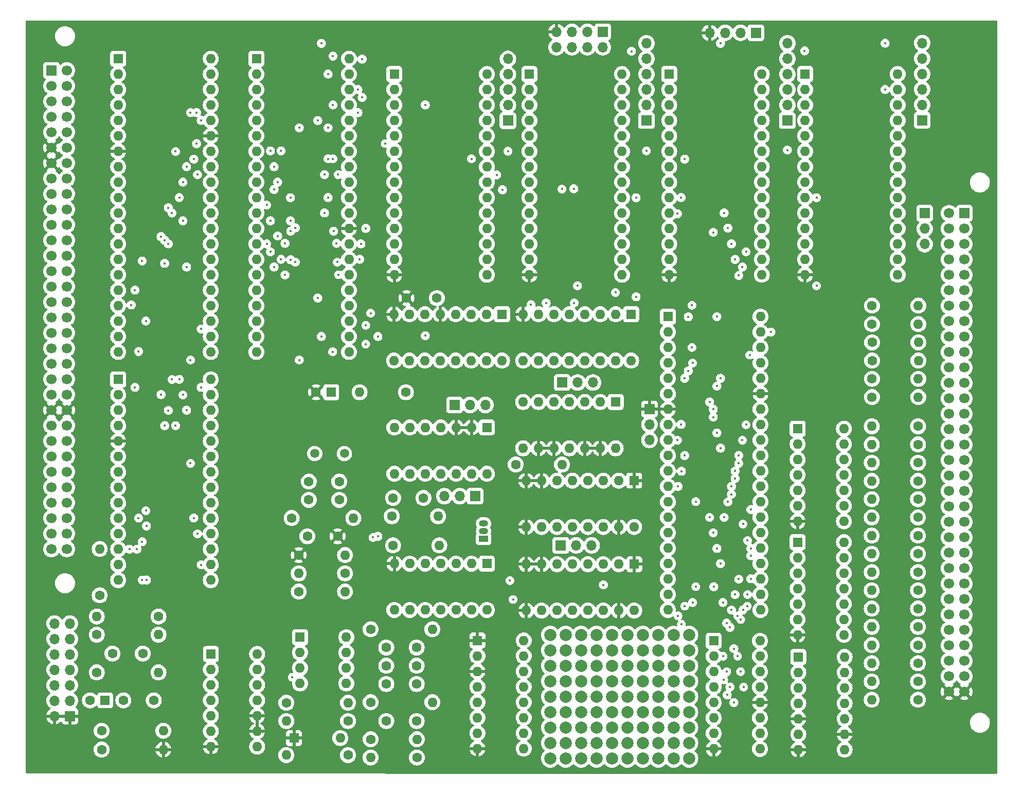
<source format=gbr>
G04 #@! TF.GenerationSoftware,KiCad,Pcbnew,7.0.7*
G04 #@! TF.CreationDate,2023-10-18T15:04:20+01:00*
G04 #@! TF.ProjectId,CA80,43413830-2e6b-4696-9361-645f70636258,V1.0*
G04 #@! TF.SameCoordinates,Original*
G04 #@! TF.FileFunction,Copper,L2,Inr*
G04 #@! TF.FilePolarity,Positive*
%FSLAX46Y46*%
G04 Gerber Fmt 4.6, Leading zero omitted, Abs format (unit mm)*
G04 Created by KiCad (PCBNEW 7.0.7) date 2023-10-18 15:04:20*
%MOMM*%
%LPD*%
G01*
G04 APERTURE LIST*
G04 #@! TA.AperFunction,ComponentPad*
%ADD10R,1.600000X1.600000*%
G04 #@! TD*
G04 #@! TA.AperFunction,ComponentPad*
%ADD11O,1.600000X1.600000*%
G04 #@! TD*
G04 #@! TA.AperFunction,ComponentPad*
%ADD12C,1.600000*%
G04 #@! TD*
G04 #@! TA.AperFunction,ComponentPad*
%ADD13C,1.500000*%
G04 #@! TD*
G04 #@! TA.AperFunction,ComponentPad*
%ADD14R,1.700000X1.700000*%
G04 #@! TD*
G04 #@! TA.AperFunction,ComponentPad*
%ADD15C,1.700000*%
G04 #@! TD*
G04 #@! TA.AperFunction,ComponentPad*
%ADD16R,1.500000X1.050000*%
G04 #@! TD*
G04 #@! TA.AperFunction,ComponentPad*
%ADD17O,1.500000X1.050000*%
G04 #@! TD*
G04 #@! TA.AperFunction,ComponentPad*
%ADD18O,1.700000X1.700000*%
G04 #@! TD*
G04 #@! TA.AperFunction,ViaPad*
%ADD19C,2.000000*%
G04 #@! TD*
G04 #@! TA.AperFunction,ViaPad*
%ADD20C,0.450000*%
G04 #@! TD*
G04 #@! TA.AperFunction,ViaPad*
%ADD21C,0.400000*%
G04 #@! TD*
G04 APERTURE END LIST*
D10*
X78440000Y75620000D03*
D11*
X75900000Y75620000D03*
X73360000Y75620000D03*
X70820000Y75620000D03*
X68280000Y75620000D03*
X65740000Y75620000D03*
X63200000Y75620000D03*
X60660000Y75620000D03*
X60660000Y68000000D03*
X63200000Y68000000D03*
X65740000Y68000000D03*
X68280000Y68000000D03*
X70820000Y68000000D03*
X73360000Y68000000D03*
X75900000Y68000000D03*
X78440000Y68000000D03*
D10*
X15250000Y117680000D03*
D11*
X15250000Y115140000D03*
X15250000Y112600000D03*
X15250000Y110060000D03*
X15250000Y107520000D03*
X15250000Y104980000D03*
X15250000Y102440000D03*
X15250000Y99900000D03*
X15250000Y97360000D03*
X15250000Y94820000D03*
X15250000Y92280000D03*
X15250000Y89740000D03*
X15250000Y87200000D03*
X15250000Y84660000D03*
X15250000Y82120000D03*
X15250000Y79580000D03*
X15250000Y77040000D03*
X15250000Y74500000D03*
X15250000Y71960000D03*
X15250000Y69420000D03*
X30490000Y69420000D03*
X30490000Y71960000D03*
X30490000Y74500000D03*
X30490000Y77040000D03*
X30490000Y79580000D03*
X30490000Y82120000D03*
X30490000Y84660000D03*
X30490000Y87200000D03*
X30490000Y89740000D03*
X30490000Y92280000D03*
X30490000Y94820000D03*
X30490000Y97360000D03*
X30490000Y99900000D03*
X30490000Y102440000D03*
X30490000Y104980000D03*
X30490000Y107520000D03*
X30490000Y110060000D03*
X30490000Y112600000D03*
X30490000Y115140000D03*
X30490000Y117680000D03*
D10*
X50305112Y62800000D03*
D12*
X47805112Y62800000D03*
D10*
X128325000Y115150000D03*
D11*
X128325000Y112610000D03*
X128325000Y110070000D03*
X128325000Y107530000D03*
X128325000Y104990000D03*
X128325000Y102450000D03*
X128325000Y99910000D03*
X128325000Y97370000D03*
X128325000Y94830000D03*
X128325000Y92290000D03*
X128325000Y89750000D03*
X128325000Y87210000D03*
X128325000Y84670000D03*
X128325000Y82130000D03*
X143565000Y82130000D03*
X143565000Y84670000D03*
X143565000Y87210000D03*
X143565000Y89750000D03*
X143565000Y92290000D03*
X143565000Y94830000D03*
X143565000Y97370000D03*
X143565000Y99910000D03*
X143565000Y102450000D03*
X143565000Y104990000D03*
X143565000Y107530000D03*
X143565000Y110070000D03*
X143565000Y112610000D03*
X143565000Y115150000D03*
D10*
X99690000Y75620000D03*
D11*
X97150000Y75620000D03*
X94610000Y75620000D03*
X92070000Y75620000D03*
X89530000Y75620000D03*
X86990000Y75620000D03*
X84450000Y75620000D03*
X81910000Y75620000D03*
X81910000Y68000000D03*
X84450000Y68000000D03*
X86990000Y68000000D03*
X89530000Y68000000D03*
X92070000Y68000000D03*
X94610000Y68000000D03*
X97150000Y68000000D03*
X99690000Y68000000D03*
D10*
X60700000Y115145000D03*
D11*
X60700000Y112605000D03*
X60700000Y110065000D03*
X60700000Y107525000D03*
X60700000Y104985000D03*
X60700000Y102445000D03*
X60700000Y99905000D03*
X60700000Y97365000D03*
X60700000Y94825000D03*
X60700000Y92285000D03*
X60700000Y89745000D03*
X60700000Y87205000D03*
X60700000Y84665000D03*
X60700000Y82125000D03*
X75940000Y82125000D03*
X75940000Y84665000D03*
X75940000Y87205000D03*
X75940000Y89745000D03*
X75940000Y92285000D03*
X75940000Y94825000D03*
X75940000Y97365000D03*
X75940000Y99905000D03*
X75940000Y102445000D03*
X75940000Y104985000D03*
X75940000Y107525000D03*
X75940000Y110065000D03*
X75940000Y112605000D03*
X75940000Y115145000D03*
D12*
X62610000Y62800000D03*
D11*
X54990000Y62800000D03*
D10*
X38000000Y117680000D03*
D11*
X38000000Y115140000D03*
X38000000Y112600000D03*
X38000000Y110060000D03*
X38000000Y107520000D03*
X38000000Y104980000D03*
X38000000Y102440000D03*
X38000000Y99900000D03*
X38000000Y97360000D03*
X38000000Y94820000D03*
X38000000Y92280000D03*
X38000000Y89740000D03*
X38000000Y87200000D03*
X38000000Y84660000D03*
X38000000Y82120000D03*
X38000000Y79580000D03*
X38000000Y77040000D03*
X38000000Y74500000D03*
X38000000Y71960000D03*
X38000000Y69420000D03*
X53240000Y69420000D03*
X53240000Y71960000D03*
X53240000Y74500000D03*
X53240000Y77040000D03*
X53240000Y79580000D03*
X53240000Y82120000D03*
X53240000Y84660000D03*
X53240000Y87200000D03*
X53240000Y89740000D03*
X53240000Y92280000D03*
X53240000Y94820000D03*
X53240000Y97360000D03*
X53240000Y99900000D03*
X53240000Y102440000D03*
X53240000Y104980000D03*
X53240000Y107520000D03*
X53240000Y110060000D03*
X53240000Y112600000D03*
X53240000Y115140000D03*
X53240000Y117680000D03*
D10*
X105750000Y75230000D03*
D11*
X105750000Y72690000D03*
X105750000Y70150000D03*
X105750000Y67610000D03*
X105750000Y65070000D03*
X105750000Y62530000D03*
X105750000Y59990000D03*
X105750000Y57450000D03*
X105750000Y54910000D03*
X105750000Y52370000D03*
X105750000Y49830000D03*
X105750000Y47290000D03*
X105750000Y44750000D03*
X105750000Y42210000D03*
X105750000Y39670000D03*
X105750000Y37130000D03*
X105750000Y34590000D03*
X105750000Y32050000D03*
X105750000Y29510000D03*
X105750000Y26970000D03*
X120990000Y26970000D03*
X120990000Y29510000D03*
X120990000Y32050000D03*
X120990000Y34590000D03*
X120990000Y37130000D03*
X120990000Y39670000D03*
X120990000Y42210000D03*
X120990000Y44750000D03*
X120990000Y47290000D03*
X120990000Y49830000D03*
X120990000Y52370000D03*
X120990000Y54910000D03*
X120990000Y57450000D03*
X120990000Y59990000D03*
X120990000Y62530000D03*
X120990000Y65070000D03*
X120990000Y67610000D03*
X120990000Y70150000D03*
X120990000Y72690000D03*
X120990000Y75230000D03*
D10*
X82950000Y115145000D03*
D11*
X82950000Y112605000D03*
X82950000Y110065000D03*
X82950000Y107525000D03*
X82950000Y104985000D03*
X82950000Y102445000D03*
X82950000Y99905000D03*
X82950000Y97365000D03*
X82950000Y94825000D03*
X82950000Y92285000D03*
X82950000Y89745000D03*
X82950000Y87205000D03*
X82950000Y84665000D03*
X82950000Y82125000D03*
X98190000Y82125000D03*
X98190000Y84665000D03*
X98190000Y87205000D03*
X98190000Y89745000D03*
X98190000Y92285000D03*
X98190000Y94825000D03*
X98190000Y97365000D03*
X98190000Y99905000D03*
X98190000Y102445000D03*
X98190000Y104985000D03*
X98190000Y107525000D03*
X98190000Y110065000D03*
X98190000Y112605000D03*
X98190000Y115145000D03*
D10*
X75940000Y57000000D03*
D11*
X73400000Y57000000D03*
X70860000Y57000000D03*
X68320000Y57000000D03*
X65780000Y57000000D03*
X63240000Y57000000D03*
X60700000Y57000000D03*
X60700000Y49380000D03*
X63240000Y49380000D03*
X65780000Y49380000D03*
X68320000Y49380000D03*
X70860000Y49380000D03*
X73400000Y49380000D03*
X75940000Y49380000D03*
D10*
X105950000Y115150000D03*
D11*
X105950000Y112610000D03*
X105950000Y110070000D03*
X105950000Y107530000D03*
X105950000Y104990000D03*
X105950000Y102450000D03*
X105950000Y99910000D03*
X105950000Y97370000D03*
X105950000Y94830000D03*
X105950000Y92290000D03*
X105950000Y89750000D03*
X105950000Y87210000D03*
X105950000Y84670000D03*
X105950000Y82130000D03*
X121190000Y82130000D03*
X121190000Y84670000D03*
X121190000Y87210000D03*
X121190000Y89750000D03*
X121190000Y92290000D03*
X121190000Y94830000D03*
X121190000Y97370000D03*
X121190000Y99910000D03*
X121190000Y102450000D03*
X121190000Y104990000D03*
X121190000Y107530000D03*
X121190000Y110070000D03*
X121190000Y112610000D03*
X121190000Y115150000D03*
D10*
X75940000Y34600000D03*
D11*
X73400000Y34600000D03*
X70860000Y34600000D03*
X68320000Y34600000D03*
X65780000Y34600000D03*
X63240000Y34600000D03*
X60700000Y34600000D03*
X60700000Y26980000D03*
X63240000Y26980000D03*
X65780000Y26980000D03*
X68320000Y26980000D03*
X70860000Y26980000D03*
X73400000Y26980000D03*
X75940000Y26980000D03*
D10*
X15250000Y64910000D03*
D11*
X15250000Y62370000D03*
X15250000Y59830000D03*
X15250000Y57290000D03*
X15250000Y54750000D03*
X15250000Y52210000D03*
X15250000Y49670000D03*
X15250000Y47130000D03*
X15250000Y44590000D03*
X15250000Y42050000D03*
X15250000Y39510000D03*
X15250000Y36970000D03*
X15250000Y34430000D03*
X15250000Y31890000D03*
X30490000Y31890000D03*
X30490000Y34430000D03*
X30490000Y36970000D03*
X30490000Y39510000D03*
X30490000Y42050000D03*
X30490000Y44590000D03*
X30490000Y47130000D03*
X30490000Y49670000D03*
X30490000Y52210000D03*
X30490000Y54750000D03*
X30490000Y57290000D03*
X30490000Y59830000D03*
X30490000Y62370000D03*
X30490000Y64910000D03*
D13*
X52480000Y52700000D03*
X47600000Y52700000D03*
D14*
X4250000Y115750000D03*
D15*
X4250000Y113210000D03*
X4250000Y110670000D03*
X4250000Y108130000D03*
X4250000Y105590000D03*
X4250000Y103050000D03*
X4250000Y100510000D03*
X4250000Y97970000D03*
X4250000Y95430000D03*
X4250000Y92890000D03*
X4250000Y90350000D03*
X4250000Y87810000D03*
X4250000Y85270000D03*
X4250000Y82730000D03*
X4250000Y80190000D03*
X4250000Y77650000D03*
X4250000Y75110000D03*
X4250000Y72570000D03*
X4250000Y70030000D03*
X4250000Y67490000D03*
X4250000Y64950000D03*
X4250000Y62410000D03*
X4250000Y59870000D03*
X4250000Y57330000D03*
X4250000Y54790000D03*
X4250000Y52250000D03*
X4250000Y49710000D03*
X4250000Y47170000D03*
X4250000Y44630000D03*
X4250000Y42090000D03*
X4250000Y39550000D03*
X4250000Y37010000D03*
X6790000Y115750000D03*
X6790000Y113210000D03*
X6790000Y110670000D03*
X6790000Y108130000D03*
X6790000Y105590000D03*
X6790000Y103050000D03*
X6790000Y100510000D03*
X6790000Y97970000D03*
X6790000Y95430000D03*
X6790000Y92890000D03*
X6790000Y90350000D03*
X6790000Y87810000D03*
X6790000Y85270000D03*
X6790000Y82730000D03*
X6790000Y80190000D03*
X6790000Y77650000D03*
X6790000Y75110000D03*
X6790000Y72570000D03*
X6790000Y70030000D03*
X6790000Y67490000D03*
X6790000Y64950000D03*
X6790000Y62410000D03*
X6790000Y59870000D03*
X6790000Y57330000D03*
X6790000Y54790000D03*
X6790000Y52250000D03*
X6790000Y49710000D03*
X6790000Y47170000D03*
X6790000Y44630000D03*
X6790000Y42090000D03*
X6790000Y39550000D03*
X6790000Y37010000D03*
D16*
X75400000Y38660000D03*
D17*
X75400000Y39930000D03*
X75400000Y41200000D03*
D12*
X60500000Y45400000D03*
X65500000Y45400000D03*
X67700000Y78300000D03*
X62700000Y78300000D03*
X60290000Y42400000D03*
D11*
X67910000Y42400000D03*
D12*
X60490000Y37600000D03*
D11*
X68110000Y37600000D03*
D12*
X56800000Y5700000D03*
D11*
X64420000Y5700000D03*
D12*
X64420000Y2700000D03*
D11*
X56800000Y2700000D03*
D10*
X74380000Y21950000D03*
D11*
X74380000Y19410000D03*
X74380000Y16870000D03*
X74380000Y14330000D03*
X74380000Y11790000D03*
X74380000Y9250000D03*
X74380000Y6710000D03*
X74380000Y4170000D03*
X82000000Y4170000D03*
X82000000Y6710000D03*
X82000000Y9250000D03*
X82000000Y11790000D03*
X82000000Y14330000D03*
X82000000Y16870000D03*
X82000000Y19410000D03*
X82000000Y21950000D03*
D10*
X97140000Y61200000D03*
D11*
X94600000Y61200000D03*
X92060000Y61200000D03*
X89520000Y61200000D03*
X86980000Y61200000D03*
X84440000Y61200000D03*
X81900000Y61200000D03*
X81900000Y53580000D03*
X84440000Y53580000D03*
X86980000Y53580000D03*
X89520000Y53580000D03*
X92060000Y53580000D03*
X94600000Y53580000D03*
X97140000Y53580000D03*
D10*
X100180000Y48250000D03*
D11*
X97640000Y48250000D03*
X95100000Y48250000D03*
X92560000Y48250000D03*
X90020000Y48250000D03*
X87480000Y48250000D03*
X84940000Y48250000D03*
X82400000Y48250000D03*
X82400000Y40630000D03*
X84940000Y40630000D03*
X87480000Y40630000D03*
X90020000Y40630000D03*
X92560000Y40630000D03*
X95100000Y40630000D03*
X97640000Y40630000D03*
X100180000Y40630000D03*
D10*
X100200000Y34500000D03*
D11*
X97660000Y34500000D03*
X95120000Y34500000D03*
X92580000Y34500000D03*
X90040000Y34500000D03*
X87500000Y34500000D03*
X84960000Y34500000D03*
X82420000Y34500000D03*
X82420000Y26880000D03*
X84960000Y26880000D03*
X87500000Y26880000D03*
X90040000Y26880000D03*
X92580000Y26880000D03*
X95120000Y26880000D03*
X97660000Y26880000D03*
X100200000Y26880000D03*
D10*
X45180000Y22500000D03*
D11*
X45180000Y19960000D03*
X45180000Y17420000D03*
X45180000Y14880000D03*
X52800000Y14880000D03*
X52800000Y17420000D03*
X52800000Y19960000D03*
X52800000Y22500000D03*
D12*
X44970000Y36000000D03*
D11*
X52590000Y36000000D03*
D12*
X52590000Y33000000D03*
D11*
X44970000Y33000000D03*
D12*
X44970000Y30000000D03*
D11*
X52590000Y30000000D03*
D12*
X80690000Y50900000D03*
D11*
X88310000Y50900000D03*
D14*
X74000000Y45700000D03*
D18*
X71460000Y45700000D03*
X68920000Y45700000D03*
D14*
X70620000Y60700000D03*
D18*
X73160000Y60700000D03*
X75700000Y60700000D03*
D14*
X88100000Y37600000D03*
D18*
X90640000Y37600000D03*
X93180000Y37600000D03*
D12*
X51630000Y48100000D03*
X46630000Y48100000D03*
X51380000Y39100000D03*
X46380000Y39100000D03*
D14*
X102200000Y107500000D03*
D18*
X102200000Y110040000D03*
X102200000Y112580000D03*
X102200000Y115120000D03*
X102200000Y117660000D03*
X102200000Y120200000D03*
D14*
X147600000Y107550000D03*
D18*
X147600000Y110090000D03*
X147600000Y112630000D03*
X147600000Y115170000D03*
X147600000Y117710000D03*
X147600000Y120250000D03*
D14*
X154550000Y92250000D03*
D15*
X154550000Y89710000D03*
X154550000Y87170000D03*
X154550000Y84630000D03*
X154550000Y82090000D03*
X154550000Y79550000D03*
X154550000Y77010000D03*
X154550000Y74470000D03*
X154550000Y71930000D03*
X154550000Y69390000D03*
X154550000Y66850000D03*
X154550000Y64310000D03*
X154550000Y61770000D03*
X154550000Y59230000D03*
X154550000Y56690000D03*
X154550000Y54150000D03*
X154550000Y51610000D03*
X154550000Y49070000D03*
X154550000Y46530000D03*
X154550000Y43990000D03*
X154550000Y41450000D03*
X154550000Y38910000D03*
X154550000Y36370000D03*
X154550000Y33830000D03*
X154550000Y31290000D03*
X154550000Y28750000D03*
X154550000Y26210000D03*
X154550000Y23670000D03*
X154550000Y21130000D03*
X154550000Y18590000D03*
X154550000Y16050000D03*
X154550000Y13510000D03*
X152010000Y92250000D03*
X152010000Y89710000D03*
X152010000Y87170000D03*
X152010000Y84630000D03*
X152010000Y82090000D03*
X152010000Y79550000D03*
X152010000Y77010000D03*
X152010000Y74470000D03*
X152010000Y71930000D03*
X152010000Y69390000D03*
X152010000Y66850000D03*
X152010000Y64310000D03*
X152010000Y61770000D03*
X152010000Y59230000D03*
X152010000Y56690000D03*
X152010000Y54150000D03*
X152010000Y51610000D03*
X152010000Y49070000D03*
X152010000Y46530000D03*
X152010000Y43990000D03*
X152010000Y41450000D03*
X152010000Y38910000D03*
X152010000Y36370000D03*
X152010000Y33830000D03*
X152010000Y31290000D03*
X152010000Y28750000D03*
X152010000Y26210000D03*
X152010000Y23670000D03*
X152010000Y21130000D03*
X152010000Y18590000D03*
X152010000Y16050000D03*
X152010000Y13510000D03*
D12*
X19300000Y19800000D03*
X14300000Y19800000D03*
X16100000Y12100000D03*
X21100000Y12100000D03*
X59380000Y14800000D03*
X64380000Y14800000D03*
X11720000Y22900000D03*
D11*
X21880000Y22900000D03*
D12*
X11720000Y16700000D03*
D11*
X21880000Y16700000D03*
D12*
X12520000Y7100000D03*
D11*
X22680000Y7100000D03*
D12*
X12520000Y4000000D03*
D11*
X22680000Y4000000D03*
D12*
X56800000Y11800000D03*
D11*
X66960000Y11800000D03*
D12*
X64380000Y20800000D03*
X59380000Y20800000D03*
D14*
X7290000Y9510000D03*
D18*
X4750000Y9510000D03*
X7290000Y12050000D03*
X4750000Y12050000D03*
X7290000Y14590000D03*
X4750000Y14590000D03*
X7290000Y17130000D03*
X4750000Y17130000D03*
X7290000Y19670000D03*
X4750000Y19670000D03*
X7290000Y22210000D03*
X4750000Y22210000D03*
X7290000Y24750000D03*
X4750000Y24750000D03*
D12*
X12200000Y29390000D03*
D11*
X12200000Y37010000D03*
D12*
X53080000Y8700000D03*
D11*
X42920000Y8700000D03*
D12*
X53080000Y3100000D03*
D11*
X42920000Y3100000D03*
D12*
X21880000Y25900000D03*
D11*
X11720000Y25900000D03*
D10*
X127200000Y19240000D03*
D11*
X127200000Y16700000D03*
X127200000Y14160000D03*
X127200000Y11620000D03*
X127200000Y9080000D03*
X127200000Y6540000D03*
X127200000Y4000000D03*
X134820000Y4000000D03*
X134820000Y6540000D03*
X134820000Y9080000D03*
X134820000Y11620000D03*
X134820000Y14160000D03*
X134820000Y16700000D03*
X134820000Y19240000D03*
D14*
X102700000Y60040000D03*
D18*
X102700000Y57500000D03*
X102700000Y54960000D03*
D12*
X139340000Y77050000D03*
D11*
X146960000Y77050000D03*
D12*
X139340000Y74000000D03*
D11*
X146960000Y74000000D03*
D12*
X139350000Y71000000D03*
D11*
X146970000Y71000000D03*
D12*
X139350000Y68000000D03*
D11*
X146970000Y68000000D03*
D12*
X139340000Y65000000D03*
D11*
X146960000Y65000000D03*
D12*
X146920000Y51200000D03*
D11*
X139300000Y51200000D03*
D12*
X146910000Y45200000D03*
D11*
X139290000Y45200000D03*
D12*
X146910000Y42200000D03*
D11*
X139290000Y42200000D03*
D12*
X146910000Y39200000D03*
D11*
X139290000Y39200000D03*
D12*
X146910000Y36200000D03*
D11*
X139290000Y36200000D03*
D12*
X146910000Y33200000D03*
D11*
X139290000Y33200000D03*
D12*
X146910000Y30200000D03*
D11*
X139290000Y30200000D03*
D12*
X146910000Y27200000D03*
D11*
X139290000Y27200000D03*
D12*
X146910000Y24200000D03*
D11*
X139290000Y24200000D03*
D12*
X146910000Y21200000D03*
D11*
X139290000Y21200000D03*
D12*
X146910000Y18200000D03*
D11*
X139290000Y18200000D03*
D12*
X146910000Y15200000D03*
D11*
X139290000Y15200000D03*
D12*
X146910000Y12200000D03*
D11*
X139290000Y12200000D03*
D10*
X44190000Y5900000D03*
D11*
X51810000Y5900000D03*
D12*
X42920000Y11700000D03*
D11*
X53080000Y11700000D03*
D12*
X56800000Y23800000D03*
D11*
X66960000Y23800000D03*
D12*
X139340000Y62000000D03*
D11*
X146960000Y62000000D03*
D10*
X30500000Y19725000D03*
D11*
X30500000Y17185000D03*
X30500000Y14645000D03*
X30500000Y12105000D03*
X30500000Y9565000D03*
X30500000Y7025000D03*
X30500000Y4485000D03*
X38120000Y4485000D03*
X38120000Y7025000D03*
X38120000Y9565000D03*
X38120000Y12105000D03*
X38120000Y14645000D03*
X38120000Y17185000D03*
X38120000Y19725000D03*
D14*
X88320000Y64400000D03*
D18*
X90860000Y64400000D03*
X93400000Y64400000D03*
D14*
X79400000Y107480000D03*
D18*
X79400000Y110020000D03*
X79400000Y112560000D03*
X79400000Y115100000D03*
X79400000Y117640000D03*
D10*
X127100000Y38125000D03*
D11*
X127100000Y35585000D03*
X127100000Y33045000D03*
X127100000Y30505000D03*
X127100000Y27965000D03*
X127100000Y25425000D03*
X127100000Y22885000D03*
X134720000Y22885000D03*
X134720000Y25425000D03*
X134720000Y27965000D03*
X134720000Y30505000D03*
X134720000Y33045000D03*
X134720000Y35585000D03*
X134720000Y38125000D03*
D10*
X127100000Y56800000D03*
D11*
X127100000Y54260000D03*
X127100000Y51720000D03*
X127100000Y49180000D03*
X127100000Y46640000D03*
X127100000Y44100000D03*
X127100000Y41560000D03*
X134720000Y41560000D03*
X134720000Y44100000D03*
X134720000Y46640000D03*
X134720000Y49180000D03*
X134720000Y51720000D03*
X134720000Y54260000D03*
X134720000Y56800000D03*
D12*
X146910000Y48200000D03*
D11*
X139290000Y48200000D03*
D12*
X146920000Y54200000D03*
D11*
X139300000Y54200000D03*
D12*
X146920000Y57200000D03*
D11*
X139300000Y57200000D03*
D10*
X113280000Y21900000D03*
D11*
X113280000Y19360000D03*
X113280000Y16820000D03*
X113280000Y14280000D03*
X113280000Y11740000D03*
X113280000Y9200000D03*
X113280000Y6660000D03*
X113280000Y4120000D03*
X120900000Y4120000D03*
X120900000Y6660000D03*
X120900000Y9200000D03*
X120900000Y11740000D03*
X120900000Y14280000D03*
X120900000Y16820000D03*
X120900000Y19360000D03*
X120900000Y21900000D03*
D14*
X120230000Y121950000D03*
D18*
X117690000Y121950000D03*
X115150000Y121950000D03*
X112610000Y121950000D03*
D14*
X125400000Y107500000D03*
D18*
X125400000Y110040000D03*
X125400000Y112580000D03*
X125400000Y115120000D03*
X125400000Y117660000D03*
X125400000Y120200000D03*
D12*
X59380000Y8700000D03*
X64380000Y8700000D03*
X43800000Y42100000D03*
D11*
X53960000Y42100000D03*
D14*
X95020000Y122100000D03*
D18*
X95020000Y119560000D03*
X92480000Y122100000D03*
X92480000Y119560000D03*
X89940000Y122100000D03*
X89940000Y119560000D03*
X87400000Y122100000D03*
X87400000Y119560000D03*
D14*
X148000000Y92240000D03*
D18*
X148000000Y89700000D03*
X148000000Y87160000D03*
D10*
X13100000Y12100000D03*
D12*
X10600000Y12100000D03*
X64380000Y17800000D03*
X59380000Y17800000D03*
X51630000Y45100000D03*
X46630000Y45100000D03*
D19*
X106680000Y17780000D03*
X93980000Y17780000D03*
X106680000Y7620000D03*
X104140000Y15240000D03*
X93980000Y10160000D03*
X86360000Y15240000D03*
X99060000Y22860000D03*
X101600000Y20320000D03*
X91440000Y12700000D03*
X109220000Y17780000D03*
X96520000Y7620000D03*
X101600000Y15240000D03*
X91440000Y10160000D03*
X99060000Y12700000D03*
X86360000Y10160000D03*
X88900000Y17780000D03*
X93980000Y22860000D03*
X91440000Y7620000D03*
X101600000Y2540000D03*
X88900000Y12700000D03*
X109220000Y10160000D03*
X88900000Y5080000D03*
X96520000Y10160000D03*
X99060000Y20320000D03*
X109220000Y5080000D03*
X93980000Y20320000D03*
X101600000Y7620000D03*
X91440000Y17780000D03*
X93980000Y12700000D03*
X88900000Y22860000D03*
X88900000Y10160000D03*
X91440000Y2540000D03*
X86360000Y20320000D03*
X88900000Y7620000D03*
X104140000Y22860000D03*
X86360000Y12700000D03*
X109220000Y7620000D03*
X101600000Y10160000D03*
X93980000Y15240000D03*
X104140000Y12700000D03*
X101600000Y17780000D03*
X96520000Y12700000D03*
X96520000Y15240000D03*
X106680000Y20320000D03*
X109220000Y22860000D03*
X99060000Y17780000D03*
X88900000Y15240000D03*
X88900000Y2540000D03*
X101600000Y5080000D03*
X109220000Y2540000D03*
X96520000Y17780000D03*
X104140000Y10160000D03*
X99060000Y15240000D03*
X106680000Y10160000D03*
X104140000Y2540000D03*
X106680000Y22860000D03*
X88900000Y20320000D03*
X104140000Y5080000D03*
X101600000Y22860000D03*
X96520000Y5080000D03*
X93980000Y5080000D03*
X109220000Y20320000D03*
X93980000Y2540000D03*
X104140000Y17780000D03*
X109220000Y12700000D03*
X106680000Y12700000D03*
X99060000Y7620000D03*
X91440000Y22860000D03*
X101600000Y12700000D03*
X99060000Y5080000D03*
X96520000Y22860000D03*
X109220000Y15240000D03*
X91440000Y5080000D03*
X104140000Y20320000D03*
X106680000Y5080000D03*
X96520000Y20320000D03*
X91440000Y15240000D03*
X96520000Y2540000D03*
X99060000Y2540000D03*
X86360000Y5080000D03*
X86360000Y22860000D03*
X106680000Y15240000D03*
X91440000Y20320000D03*
X104140000Y7620000D03*
X86360000Y2540000D03*
X106680000Y2540000D03*
X99060000Y10160000D03*
X93980000Y7620000D03*
X86360000Y7620000D03*
X86360000Y17780000D03*
D20*
X99740000Y118900000D03*
X50600000Y118100000D03*
X50600000Y110060000D03*
X128250000Y118950000D03*
X48100500Y107500000D03*
X97100000Y79200000D03*
X48100500Y78300000D03*
X24100000Y64900000D03*
X116800000Y49830000D03*
X24100000Y92280000D03*
X40300000Y85900000D03*
X40300000Y91000000D03*
X40300000Y102500000D03*
X116800000Y84650000D03*
X40900000Y96150000D03*
X40900000Y83400000D03*
X25300000Y64910000D03*
X117400000Y82005000D03*
X117400000Y52400000D03*
X40900000Y99900000D03*
X25300000Y94820000D03*
X22300000Y88400000D03*
X116200000Y47300000D03*
X22300000Y62400000D03*
X41500000Y88500000D03*
X116200000Y87210000D03*
X41500000Y97360000D03*
X23500000Y59800000D03*
X23500000Y87200000D03*
X115600000Y89800000D03*
X43600000Y91000000D03*
X115600000Y44750000D03*
X23500000Y93150000D03*
X43600000Y94800000D03*
X28300000Y98600000D03*
X49200000Y98600000D03*
X28300000Y39500000D03*
X49200000Y92300000D03*
X107300000Y92165000D03*
X107300000Y54900000D03*
X49800000Y101200000D03*
X27700000Y42100000D03*
X49800000Y94820000D03*
X107900000Y94830000D03*
X107900000Y57500000D03*
X27700000Y101150000D03*
X25900000Y97360000D03*
X55000000Y84665000D03*
X44400000Y84200000D03*
X25900000Y91000000D03*
X118000000Y54900000D03*
X25900000Y62350000D03*
X51300000Y84200000D03*
X118000000Y83400000D03*
X44400000Y89850000D03*
X78500000Y96100000D03*
X115000000Y42200000D03*
X22900000Y57300000D03*
X39700000Y93600000D03*
X22900000Y84000000D03*
X115000000Y92290000D03*
X39700000Y87200000D03*
X22900000Y87800000D03*
X77550000Y98550000D03*
X50700000Y89300000D03*
X113200000Y89100000D03*
X42050000Y102500000D03*
X24700000Y102400000D03*
X113200000Y60000000D03*
X43650000Y89300000D03*
X24700000Y57300000D03*
X43650000Y84600000D03*
X42050000Y84660000D03*
X56000000Y89745000D03*
X73400000Y101200000D03*
X118600000Y57450000D03*
X26500000Y59850000D03*
X118600000Y85900000D03*
X42700000Y87300000D03*
X26500000Y99900000D03*
X42700000Y82100000D03*
X26500000Y83400000D03*
X51200000Y87300000D03*
X55200000Y87200000D03*
X28150000Y108800000D03*
X28150000Y103700000D03*
X65800000Y110065000D03*
X54700000Y112600000D03*
X54700000Y108800000D03*
X49800000Y106300000D03*
X49800000Y115140000D03*
X51450000Y98600000D03*
X18000000Y63600000D03*
D21*
X51500000Y82120000D03*
D20*
X18000000Y79600000D03*
X18330000Y36970000D03*
X18600000Y42100000D03*
D21*
X56000000Y70700000D03*
D20*
X18600000Y69500000D03*
D21*
X56000000Y73800000D03*
D20*
X45050000Y68100000D03*
X45050000Y106300000D03*
X83200000Y77200000D03*
X100500000Y94800000D03*
X100500000Y78500000D03*
X85700000Y77500000D03*
X90310500Y77500000D03*
X90250000Y96275000D03*
X88300000Y96225000D03*
X90849500Y80300000D03*
X130200000Y94800000D03*
X130200000Y80300000D03*
X65800000Y72100000D03*
X17100000Y36970000D03*
X17400000Y77150000D03*
X19200000Y84400000D03*
X19200000Y38200000D03*
X19200000Y31900000D03*
X28900000Y34400000D03*
X28900000Y63600000D03*
X141500000Y120220000D03*
X48700000Y120200000D03*
X58000000Y71960000D03*
X28900000Y73200000D03*
X114400000Y120200000D03*
X114400000Y65100000D03*
X28900000Y107520000D03*
X141500000Y112600000D03*
X48700000Y71960000D03*
X58000000Y39100000D03*
X27150500Y68100000D03*
X108500000Y101150000D03*
X27150000Y108800000D03*
X50600000Y101200000D03*
X50550000Y69450000D03*
X108500000Y65100000D03*
X27150500Y51100000D03*
D21*
X59200000Y103700000D03*
D20*
X56800000Y75800000D03*
X57200000Y38900000D03*
X19800000Y43300000D03*
X95120000Y31100000D03*
X19800000Y74500000D03*
X19900000Y31900000D03*
X19900000Y40800000D03*
X79400000Y102450000D03*
X55400000Y111300000D03*
X55400000Y117600000D03*
D21*
X102200000Y102500000D03*
D20*
X125400000Y102650000D03*
X113800000Y75230000D03*
X113800000Y63800000D03*
D21*
X119200000Y68900000D03*
D20*
X122700000Y72700000D03*
D21*
X109700000Y77100000D03*
X109700000Y70150000D03*
D20*
X116200000Y26970000D03*
X116200000Y46000000D03*
X116800000Y48600000D03*
X116800000Y29500000D03*
X117400000Y32050000D03*
X117400000Y51100000D03*
X119400000Y37100000D03*
X119400000Y43500000D03*
X119400000Y32100000D03*
X119400000Y35900000D03*
X118850500Y29500000D03*
X118850500Y38400000D03*
X118100000Y27000000D03*
X118100000Y41100000D03*
X114400000Y34600000D03*
X114400000Y53600000D03*
X113800000Y37100000D03*
X113800000Y56100000D03*
X113200000Y39670000D03*
X113200000Y58700000D03*
X112600000Y61200000D03*
X112600000Y42200000D03*
X109100000Y75200000D03*
X109100000Y66300000D03*
X109800000Y28200000D03*
D21*
X80249000Y28700000D03*
D20*
X109800000Y67600000D03*
D21*
X110324500Y30800000D03*
X110324500Y44800000D03*
X79724500Y31800000D03*
X107400000Y26000000D03*
X117200000Y26000000D03*
X117200000Y19360000D03*
D20*
X107400000Y47300000D03*
D21*
X117700000Y16820000D03*
X107950000Y24600000D03*
D20*
X107950000Y49800000D03*
D21*
X117725000Y25400000D03*
X118200000Y14280000D03*
X118800000Y27600000D03*
D20*
X108500000Y52400000D03*
D21*
X108500000Y27600000D03*
X43900000Y15900000D03*
D20*
X115500000Y13000000D03*
X114900000Y15500000D03*
X116600000Y20600000D03*
X116600000Y11740000D03*
X115949500Y14300000D03*
X115949500Y24100000D03*
X115400000Y24800000D03*
X115400000Y16800000D03*
X114800000Y28200000D03*
X114800000Y19360000D03*
X113300000Y30800000D03*
G04 #@! TA.AperFunction,Conductor*
G36*
X38013398Y9176897D02*
G01*
X38088514Y9165000D01*
X38088519Y9165000D01*
X38151486Y9165000D01*
X38226602Y9176897D01*
X38295896Y9167942D01*
X38349348Y9122946D01*
X38369987Y9056194D01*
X38370000Y9054424D01*
X38370000Y7535575D01*
X38350315Y7468536D01*
X38297511Y7422781D01*
X38228353Y7412837D01*
X38226668Y7413091D01*
X38194300Y7418218D01*
X38151485Y7425000D01*
X38151481Y7425000D01*
X38088519Y7425000D01*
X38088515Y7425000D01*
X38045699Y7418218D01*
X38013397Y7413102D01*
X37944106Y7422056D01*
X37890653Y7467052D01*
X37870013Y7533803D01*
X37870000Y7535575D01*
X37870000Y9054424D01*
X37889685Y9121463D01*
X37942489Y9167218D01*
X38011647Y9177162D01*
X38013398Y9176897D01*
G37*
G04 #@! TD.AperFunction*
G04 #@! TA.AperFunction,Conductor*
G36*
X6743692Y9740315D02*
G01*
X6789447Y9687511D01*
X6799391Y9618353D01*
X6795631Y9601067D01*
X6790000Y9581888D01*
X6790000Y9438111D01*
X6795631Y9418933D01*
X6795630Y9349064D01*
X6757855Y9290286D01*
X6694299Y9261262D01*
X6676653Y9260000D01*
X5363347Y9260000D01*
X5296308Y9279685D01*
X5250553Y9332489D01*
X5240609Y9401647D01*
X5244369Y9418933D01*
X5250000Y9438111D01*
X5250000Y9581888D01*
X5244369Y9601067D01*
X5244370Y9670936D01*
X5282145Y9729714D01*
X5345701Y9758738D01*
X5363347Y9760000D01*
X6676653Y9760000D01*
X6743692Y9740315D01*
G37*
G04 #@! TD.AperFunction*
G04 #@! TA.AperFunction,Conductor*
G36*
X153361905Y15376484D02*
G01*
X153383808Y15351206D01*
X153474276Y15212734D01*
X153474284Y15212723D01*
X153626756Y15047097D01*
X153626761Y15047092D01*
X153804422Y14908812D01*
X153804422Y14908811D01*
X153847697Y14885393D01*
X153897287Y14836173D01*
X153912395Y14767957D01*
X153888225Y14702401D01*
X153859802Y14674763D01*
X153788626Y14624925D01*
X153788625Y14624925D01*
X154290882Y14122669D01*
X154324367Y14061346D01*
X154319383Y13991654D01*
X154282357Y13942195D01*
X154283602Y13940759D01*
X154276900Y13934952D01*
X154168239Y13840798D01*
X154133045Y13786035D01*
X154080243Y13740282D01*
X154011085Y13730338D01*
X153947529Y13759362D01*
X153941050Y13765395D01*
X153435073Y14271373D01*
X153435072Y14271372D01*
X153381574Y14194969D01*
X153326997Y14151344D01*
X153257499Y14144151D01*
X153195144Y14175673D01*
X153178424Y14194969D01*
X153124925Y14271373D01*
X152618949Y13765396D01*
X152557626Y13731911D01*
X152487935Y13736895D01*
X152432001Y13778766D01*
X152426955Y13786033D01*
X152391761Y13840798D01*
X152283100Y13934952D01*
X152283099Y13934952D01*
X152276398Y13940759D01*
X152278718Y13943437D01*
X152244051Y13983371D01*
X152234043Y14052521D01*
X152263008Y14116103D01*
X152269116Y14122669D01*
X152771373Y14624925D01*
X152700198Y14674763D01*
X152656573Y14729340D01*
X152649379Y14798838D01*
X152680902Y14861193D01*
X152712303Y14885393D01*
X152755577Y14908811D01*
X152755577Y14908812D01*
X152805060Y14947326D01*
X152827482Y14964778D01*
X152933238Y15047092D01*
X152933243Y15047097D01*
X153085715Y15212723D01*
X153085723Y15212734D01*
X153099626Y15234013D01*
X153118900Y15263515D01*
X153176192Y15351206D01*
X153229338Y15396562D01*
X153298569Y15405986D01*
X153361905Y15376484D01*
G37*
G04 #@! TD.AperFunction*
G04 #@! TA.AperFunction,Conductor*
G36*
X84516463Y34730315D02*
G01*
X84562218Y34677511D01*
X84572162Y34608353D01*
X84571897Y34606603D01*
X84555014Y34500003D01*
X84555014Y34499996D01*
X84571897Y34393397D01*
X84562942Y34324104D01*
X84517946Y34270652D01*
X84451194Y34250013D01*
X84449424Y34250000D01*
X82930576Y34250000D01*
X82863537Y34269685D01*
X82817782Y34322489D01*
X82807838Y34391647D01*
X82808103Y34393397D01*
X82824986Y34499996D01*
X82824986Y34500003D01*
X82808103Y34606603D01*
X82817058Y34675896D01*
X82862054Y34729348D01*
X82928806Y34749987D01*
X82930576Y34750000D01*
X84449424Y34750000D01*
X84516463Y34730315D01*
G37*
G04 #@! TD.AperFunction*
G04 #@! TA.AperFunction,Conductor*
G36*
X4852471Y59620634D02*
G01*
X4858949Y59614602D01*
X5364925Y59108625D01*
X5418424Y59185029D01*
X5473001Y59228654D01*
X5542499Y59235847D01*
X5604854Y59204325D01*
X5621574Y59185030D01*
X5675073Y59108626D01*
X5675073Y59108625D01*
X6181050Y59614603D01*
X6242373Y59648088D01*
X6312064Y59643104D01*
X6367998Y59601233D01*
X6373046Y59593962D01*
X6408238Y59539202D01*
X6523602Y59439241D01*
X6521297Y59436581D01*
X6556023Y59396464D01*
X6565931Y59327301D01*
X6536873Y59263760D01*
X6530883Y59257330D01*
X6028625Y58755073D01*
X6028626Y58755072D01*
X6099801Y58705236D01*
X6143426Y58650659D01*
X6150620Y58581161D01*
X6119097Y58518806D01*
X6087695Y58494606D01*
X6044424Y58471189D01*
X5997009Y58434284D01*
X5866761Y58332907D01*
X5866756Y58332902D01*
X5714284Y58167276D01*
X5714283Y58167273D01*
X5714278Y58167268D01*
X5623806Y58028790D01*
X5570662Y57983437D01*
X5501431Y57974013D01*
X5438095Y58003515D01*
X5416195Y58028787D01*
X5325722Y58167268D01*
X5173240Y58332906D01*
X4995576Y58471189D01*
X4952304Y58494606D01*
X4902714Y58543825D01*
X4887606Y58612042D01*
X4911776Y58677597D01*
X4940199Y58705236D01*
X5011373Y58755072D01*
X5011373Y58755073D01*
X4509116Y59257330D01*
X4475631Y59318653D01*
X4480615Y59388344D01*
X4517641Y59437806D01*
X4516398Y59439241D01*
X4533846Y59454359D01*
X4631761Y59539202D01*
X4634640Y59543682D01*
X4666953Y59593961D01*
X4719757Y59639716D01*
X4788915Y59649659D01*
X4852471Y59620634D01*
G37*
G04 #@! TD.AperFunction*
G04 #@! TA.AperFunction,Conductor*
G36*
X5601905Y61736484D02*
G01*
X5623808Y61711206D01*
X5714276Y61572734D01*
X5714284Y61572723D01*
X5866756Y61407097D01*
X5866761Y61407092D01*
X6044422Y61268812D01*
X6044422Y61268811D01*
X6087697Y61245393D01*
X6137287Y61196173D01*
X6152395Y61127957D01*
X6128225Y61062401D01*
X6099802Y61034763D01*
X6028626Y60984925D01*
X6028625Y60984925D01*
X6530882Y60482669D01*
X6564367Y60421346D01*
X6559383Y60351654D01*
X6522357Y60302195D01*
X6523602Y60300759D01*
X6516900Y60294952D01*
X6408239Y60200798D01*
X6373045Y60146035D01*
X6320243Y60100282D01*
X6251085Y60090338D01*
X6187529Y60119362D01*
X6181050Y60125395D01*
X5675073Y60631373D01*
X5675072Y60631372D01*
X5621574Y60554969D01*
X5566997Y60511344D01*
X5497499Y60504151D01*
X5435144Y60535673D01*
X5418424Y60554969D01*
X5364925Y60631373D01*
X4858949Y60125396D01*
X4797626Y60091911D01*
X4727935Y60096895D01*
X4672001Y60138766D01*
X4666955Y60146033D01*
X4631761Y60200798D01*
X4523100Y60294952D01*
X4523099Y60294952D01*
X4516398Y60300759D01*
X4518718Y60303437D01*
X4484051Y60343371D01*
X4474043Y60412521D01*
X4503008Y60476103D01*
X4509116Y60482669D01*
X5011373Y60984925D01*
X4940198Y61034763D01*
X4896573Y61089340D01*
X4889379Y61158838D01*
X4920902Y61221193D01*
X4952303Y61245393D01*
X4995577Y61268811D01*
X4995577Y61268812D01*
X5173238Y61407092D01*
X5173243Y61407097D01*
X5325715Y61572723D01*
X5325723Y61572734D01*
X5326377Y61573734D01*
X5375713Y61649249D01*
X5416192Y61711206D01*
X5469338Y61756562D01*
X5538569Y61765986D01*
X5601905Y61736484D01*
G37*
G04 #@! TD.AperFunction*
G04 #@! TA.AperFunction,Conductor*
G36*
X4852471Y100260634D02*
G01*
X4858949Y100254602D01*
X5364925Y99748625D01*
X5414868Y99819951D01*
X5469445Y99863575D01*
X5538944Y99870768D01*
X5601298Y99839246D01*
X5620251Y99816649D01*
X5714276Y99672734D01*
X5714284Y99672723D01*
X5866756Y99507097D01*
X5866761Y99507092D01*
X6044422Y99368812D01*
X6044431Y99368806D01*
X6080930Y99349054D01*
X6130520Y99299835D01*
X6145628Y99231618D01*
X6121457Y99166063D01*
X6080930Y99130946D01*
X6044431Y99111193D01*
X6044424Y99111189D01*
X5979550Y99060695D01*
X5866761Y98972907D01*
X5866756Y98972902D01*
X5714284Y98807276D01*
X5714283Y98807273D01*
X5714278Y98807268D01*
X5623806Y98668790D01*
X5570662Y98623437D01*
X5501431Y98614013D01*
X5438095Y98643515D01*
X5416195Y98668787D01*
X5325722Y98807268D01*
X5173240Y98972906D01*
X4995576Y99111189D01*
X4952304Y99134606D01*
X4902714Y99183825D01*
X4887606Y99252042D01*
X4911776Y99317597D01*
X4940199Y99345236D01*
X5011373Y99395072D01*
X5011373Y99395073D01*
X4509116Y99897330D01*
X4475631Y99958653D01*
X4480615Y100028344D01*
X4517641Y100077806D01*
X4516398Y100079241D01*
X4631761Y100179202D01*
X4666953Y100233961D01*
X4719757Y100279716D01*
X4788915Y100289659D01*
X4852471Y100260634D01*
G37*
G04 #@! TD.AperFunction*
G04 #@! TA.AperFunction,Conductor*
G36*
X4852471Y102800634D02*
G01*
X4858949Y102794602D01*
X5364925Y102288625D01*
X5414868Y102359951D01*
X5469445Y102403575D01*
X5538944Y102410768D01*
X5601298Y102379246D01*
X5620251Y102356649D01*
X5714276Y102212734D01*
X5714284Y102212723D01*
X5866756Y102047097D01*
X5866761Y102047092D01*
X6044422Y101908812D01*
X6044431Y101908806D01*
X6080930Y101889054D01*
X6130520Y101839835D01*
X6145628Y101771618D01*
X6121457Y101706063D01*
X6080930Y101670946D01*
X6044431Y101651193D01*
X6044424Y101651189D01*
X5979550Y101600695D01*
X5866761Y101512907D01*
X5866756Y101512902D01*
X5714284Y101347276D01*
X5714283Y101347273D01*
X5714278Y101347268D01*
X5620250Y101203347D01*
X5567105Y101157993D01*
X5497874Y101148569D01*
X5434538Y101178071D01*
X5414868Y101200048D01*
X5364925Y101271373D01*
X4858949Y100765396D01*
X4797626Y100731911D01*
X4727935Y100736895D01*
X4672001Y100778766D01*
X4666955Y100786033D01*
X4631761Y100840798D01*
X4523100Y100934952D01*
X4523099Y100934952D01*
X4516398Y100940759D01*
X4518718Y100943437D01*
X4484051Y100983371D01*
X4474043Y101052521D01*
X4503008Y101116103D01*
X4509116Y101122669D01*
X5011373Y101624925D01*
X4934968Y101678425D01*
X4891344Y101733002D01*
X4884151Y101802501D01*
X4915673Y101864855D01*
X4934969Y101881576D01*
X5011373Y101935073D01*
X4509116Y102437330D01*
X4475631Y102498653D01*
X4480615Y102568344D01*
X4517641Y102617806D01*
X4516398Y102619241D01*
X4551897Y102650000D01*
X4631761Y102719202D01*
X4662891Y102767641D01*
X4666953Y102773961D01*
X4719757Y102819716D01*
X4788915Y102829659D01*
X4852471Y102800634D01*
G37*
G04 #@! TD.AperFunction*
G04 #@! TA.AperFunction,Conductor*
G36*
X5601905Y104916484D02*
G01*
X5623808Y104891206D01*
X5714276Y104752734D01*
X5714284Y104752723D01*
X5866756Y104587097D01*
X5866761Y104587092D01*
X6044422Y104448812D01*
X6044431Y104448806D01*
X6080930Y104429054D01*
X6130520Y104379835D01*
X6145628Y104311618D01*
X6121457Y104246063D01*
X6080930Y104210946D01*
X6044431Y104191193D01*
X6044424Y104191189D01*
X5979550Y104140695D01*
X5866761Y104052907D01*
X5866756Y104052902D01*
X5714284Y103887276D01*
X5714283Y103887273D01*
X5714278Y103887268D01*
X5620250Y103743347D01*
X5567105Y103697993D01*
X5497874Y103688569D01*
X5434538Y103718071D01*
X5414868Y103740048D01*
X5364925Y103811373D01*
X4858949Y103305396D01*
X4797626Y103271911D01*
X4727935Y103276895D01*
X4672001Y103318766D01*
X4666955Y103326033D01*
X4631761Y103380798D01*
X4523100Y103474952D01*
X4523099Y103474952D01*
X4516398Y103480759D01*
X4518718Y103483437D01*
X4484051Y103523371D01*
X4474043Y103592521D01*
X4503008Y103656103D01*
X4509116Y103662669D01*
X5011373Y104164925D01*
X4940198Y104214763D01*
X4896573Y104269340D01*
X4889379Y104338838D01*
X4920902Y104401193D01*
X4952303Y104425393D01*
X4995577Y104448811D01*
X4995577Y104448812D01*
X5173238Y104587092D01*
X5173243Y104587097D01*
X5325715Y104752723D01*
X5325723Y104752734D01*
X5328450Y104756907D01*
X5359285Y104804104D01*
X5416192Y104891206D01*
X5469338Y104936562D01*
X5538569Y104945986D01*
X5601905Y104916484D01*
G37*
G04 #@! TD.AperFunction*
G04 #@! TA.AperFunction,Conductor*
G36*
X84496463Y48480315D02*
G01*
X84542218Y48427511D01*
X84552162Y48358353D01*
X84551897Y48356603D01*
X84535014Y48250003D01*
X84535014Y48249996D01*
X84551897Y48143397D01*
X84542942Y48074104D01*
X84497946Y48020652D01*
X84431194Y48000013D01*
X84429424Y48000000D01*
X82910576Y48000000D01*
X82843537Y48019685D01*
X82797782Y48072489D01*
X82787838Y48141647D01*
X82788103Y48143397D01*
X82804986Y48249996D01*
X82804986Y48250003D01*
X82788103Y48356603D01*
X82797058Y48425896D01*
X82842054Y48479348D01*
X82908806Y48499987D01*
X82910576Y48500000D01*
X84429424Y48500000D01*
X84496463Y48480315D01*
G37*
G04 #@! TD.AperFunction*
G04 #@! TA.AperFunction,Conductor*
G36*
X86536463Y53810315D02*
G01*
X86582218Y53757511D01*
X86592162Y53688353D01*
X86591897Y53686603D01*
X86575014Y53580003D01*
X86575014Y53579996D01*
X86591897Y53473397D01*
X86582942Y53404104D01*
X86537946Y53350652D01*
X86471194Y53330013D01*
X86469424Y53330000D01*
X84950576Y53330000D01*
X84883537Y53349685D01*
X84837782Y53402489D01*
X84827838Y53471647D01*
X84828103Y53473397D01*
X84844986Y53579996D01*
X84844986Y53580003D01*
X84828103Y53686603D01*
X84837058Y53755896D01*
X84882054Y53809348D01*
X84948806Y53829987D01*
X84950576Y53830000D01*
X86469424Y53830000D01*
X86536463Y53810315D01*
G37*
G04 #@! TD.AperFunction*
G04 #@! TA.AperFunction,Conductor*
G36*
X94156463Y53810315D02*
G01*
X94202218Y53757511D01*
X94212162Y53688353D01*
X94211897Y53686603D01*
X94195014Y53580003D01*
X94195014Y53579996D01*
X94211897Y53473397D01*
X94202942Y53404104D01*
X94157946Y53350652D01*
X94091194Y53330013D01*
X94089424Y53330000D01*
X92570576Y53330000D01*
X92503537Y53349685D01*
X92457782Y53402489D01*
X92447838Y53471647D01*
X92448103Y53473397D01*
X92464986Y53579996D01*
X92464986Y53580003D01*
X92448103Y53686603D01*
X92457058Y53755896D01*
X92502054Y53809348D01*
X92568806Y53829987D01*
X92570576Y53830000D01*
X94089424Y53830000D01*
X94156463Y53810315D01*
G37*
G04 #@! TD.AperFunction*
G04 #@! TA.AperFunction,Conductor*
G36*
X72956463Y57230315D02*
G01*
X73002218Y57177511D01*
X73012162Y57108353D01*
X73011897Y57106603D01*
X72995014Y57000003D01*
X72995014Y56999996D01*
X73011897Y56893397D01*
X73002942Y56824104D01*
X72957946Y56770652D01*
X72891194Y56750013D01*
X72889424Y56750000D01*
X71370576Y56750000D01*
X71303537Y56769685D01*
X71257782Y56822489D01*
X71247838Y56891647D01*
X71248103Y56893397D01*
X71264986Y56999996D01*
X71264986Y57000003D01*
X71248103Y57106603D01*
X71257058Y57175896D01*
X71302054Y57229348D01*
X71368806Y57249987D01*
X71370576Y57250000D01*
X72889424Y57250000D01*
X72956463Y57230315D01*
G37*
G04 #@! TD.AperFunction*
G04 #@! TA.AperFunction,Conductor*
G36*
X159917539Y123954815D02*
G01*
X159963294Y123902011D01*
X159974500Y123850500D01*
X159974500Y149500D01*
X159954815Y82461D01*
X159902011Y36706D01*
X159850500Y25500D01*
X119200000Y25500D01*
X149420Y99906D01*
X82395Y119632D01*
X36673Y172465D01*
X25500Y223906D01*
X25500Y3999998D01*
X11206502Y3999998D01*
X11226456Y3771918D01*
X11226457Y3771910D01*
X11285714Y3550761D01*
X11285718Y3550750D01*
X11382475Y3343254D01*
X11382476Y3343252D01*
X11393095Y3328087D01*
X11508126Y3163806D01*
X11513806Y3155695D01*
X11675695Y2993806D01*
X11675698Y2993803D01*
X11675700Y2993802D01*
X11769559Y2928081D01*
X11863252Y2862476D01*
X11863254Y2862475D01*
X12070750Y2765718D01*
X12070761Y2765714D01*
X12291910Y2706457D01*
X12291918Y2706456D01*
X12519998Y2686502D01*
X12520000Y2686502D01*
X12520002Y2686502D01*
X12748081Y2706456D01*
X12748089Y2706457D01*
X12969238Y2765714D01*
X12969249Y2765718D01*
X13176745Y2862475D01*
X13176747Y2862476D01*
X13176749Y2862477D01*
X13364300Y2993802D01*
X13526198Y3155700D01*
X13657523Y3343251D01*
X13725684Y3489424D01*
X13754281Y3550750D01*
X13754285Y3550761D01*
X13770478Y3611194D01*
X13813543Y3771913D01*
X13828416Y3941913D01*
X13833498Y3999998D01*
X13833498Y4000001D01*
X13825804Y4087942D01*
X13813543Y4228087D01*
X13807671Y4250000D01*
X21401127Y4250000D01*
X22169424Y4250000D01*
X22236463Y4230315D01*
X22282218Y4177511D01*
X22292162Y4108353D01*
X22291897Y4106603D01*
X22275014Y4000003D01*
X22275014Y3999996D01*
X22291897Y3893397D01*
X22282942Y3824104D01*
X22237946Y3770652D01*
X22171194Y3750013D01*
X22169424Y3750000D01*
X21401128Y3750000D01*
X21453730Y3553682D01*
X21453734Y3553673D01*
X21549865Y3347517D01*
X21680342Y3161179D01*
X21841179Y3000342D01*
X22027517Y2869865D01*
X22233671Y2773734D01*
X22429999Y2721127D01*
X22429999Y3489424D01*
X22449683Y3556463D01*
X22502487Y3602218D01*
X22571646Y3612162D01*
X22573396Y3611897D01*
X22648512Y3600000D01*
X22648519Y3600000D01*
X22711486Y3600000D01*
X22786602Y3611897D01*
X22855896Y3602942D01*
X22909348Y3557946D01*
X22929987Y3491194D01*
X22930000Y3489424D01*
X22930000Y2721127D01*
X23126328Y2773734D01*
X23332482Y2869865D01*
X23518820Y3000342D01*
X23618476Y3099998D01*
X41606502Y3099998D01*
X41626456Y2871918D01*
X41626457Y2871910D01*
X41685714Y2650761D01*
X41685718Y2650750D01*
X41782475Y2443254D01*
X41782476Y2443252D01*
X41913806Y2255695D01*
X42075695Y2093806D01*
X42075698Y2093803D01*
X42075700Y2093802D01*
X42147890Y2043254D01*
X42263252Y1962476D01*
X42263254Y1962475D01*
X42470750Y1865718D01*
X42470761Y1865714D01*
X42691910Y1806457D01*
X42691918Y1806456D01*
X42919998Y1786502D01*
X42920000Y1786502D01*
X42920002Y1786502D01*
X43148081Y1806456D01*
X43148089Y1806457D01*
X43369238Y1865714D01*
X43369249Y1865718D01*
X43576745Y1962475D01*
X43576747Y1962476D01*
X43576749Y1962477D01*
X43764300Y2093802D01*
X43926198Y2255700D01*
X44057523Y2443251D01*
X44154284Y2650757D01*
X44213543Y2871913D01*
X44233498Y3099998D01*
X51766502Y3099998D01*
X51786456Y2871918D01*
X51786457Y2871910D01*
X51845714Y2650761D01*
X51845718Y2650750D01*
X51942475Y2443254D01*
X51942476Y2443252D01*
X52073806Y2255695D01*
X52235695Y2093806D01*
X52235698Y2093803D01*
X52235700Y2093802D01*
X52307890Y2043254D01*
X52423252Y1962476D01*
X52423254Y1962475D01*
X52630750Y1865718D01*
X52630761Y1865714D01*
X52851910Y1806457D01*
X52851918Y1806456D01*
X53079998Y1786502D01*
X53080000Y1786502D01*
X53080002Y1786502D01*
X53308081Y1806456D01*
X53308089Y1806457D01*
X53529238Y1865714D01*
X53529249Y1865718D01*
X53736745Y1962475D01*
X53736747Y1962476D01*
X53736749Y1962477D01*
X53924300Y2093802D01*
X54086198Y2255700D01*
X54217523Y2443251D01*
X54314284Y2650757D01*
X54327478Y2699998D01*
X55486502Y2699998D01*
X55506456Y2471918D01*
X55506457Y2471910D01*
X55565714Y2250761D01*
X55565718Y2250750D01*
X55662475Y2043254D01*
X55662476Y2043252D01*
X55662477Y2043251D01*
X55786790Y1865714D01*
X55793806Y1855695D01*
X55955695Y1693806D01*
X55955698Y1693803D01*
X55955700Y1693802D01*
X56017419Y1650586D01*
X56143252Y1562476D01*
X56143254Y1562475D01*
X56350750Y1465718D01*
X56350761Y1465714D01*
X56571910Y1406457D01*
X56571918Y1406456D01*
X56799998Y1386502D01*
X56800000Y1386502D01*
X56800002Y1386502D01*
X57028081Y1406456D01*
X57028089Y1406457D01*
X57249238Y1465714D01*
X57249249Y1465718D01*
X57456745Y1562475D01*
X57456747Y1562476D01*
X57456749Y1562477D01*
X57644300Y1693802D01*
X57806198Y1855700D01*
X57937523Y2043251D01*
X58034284Y2250757D01*
X58093543Y2471913D01*
X58113498Y2699998D01*
X63106502Y2699998D01*
X63126456Y2471918D01*
X63126457Y2471910D01*
X63185714Y2250761D01*
X63185718Y2250750D01*
X63282475Y2043254D01*
X63282476Y2043252D01*
X63282477Y2043251D01*
X63406790Y1865714D01*
X63413806Y1855695D01*
X63575695Y1693806D01*
X63575698Y1693803D01*
X63575700Y1693802D01*
X63637419Y1650586D01*
X63763252Y1562476D01*
X63763254Y1562475D01*
X63970750Y1465718D01*
X63970761Y1465714D01*
X64191910Y1406457D01*
X64191918Y1406456D01*
X64419998Y1386502D01*
X64420000Y1386502D01*
X64420002Y1386502D01*
X64648081Y1406456D01*
X64648089Y1406457D01*
X64869238Y1465714D01*
X64869249Y1465718D01*
X65076745Y1562475D01*
X65076747Y1562476D01*
X65076749Y1562477D01*
X65264300Y1693802D01*
X65426198Y1855700D01*
X65557523Y2043251D01*
X65654284Y2250757D01*
X65713543Y2471913D01*
X65719500Y2539999D01*
X84846835Y2539999D01*
X84865465Y2303285D01*
X84920895Y2072404D01*
X84920895Y2072402D01*
X85011757Y1853040D01*
X85011759Y1853037D01*
X85135820Y1650589D01*
X85135821Y1650586D01*
X85290031Y1470031D01*
X85470586Y1315821D01*
X85470589Y1315820D01*
X85673037Y1191759D01*
X85673040Y1191757D01*
X85892403Y1100895D01*
X86123285Y1045465D01*
X86360000Y1026835D01*
X86596714Y1045465D01*
X86827595Y1100895D01*
X86827597Y1100895D01*
X87046959Y1191757D01*
X87046962Y1191759D01*
X87249410Y1315820D01*
X87249413Y1315821D01*
X87429968Y1470030D01*
X87429969Y1470031D01*
X87535711Y1593839D01*
X87594215Y1632031D01*
X87664083Y1632530D01*
X87723130Y1595176D01*
X87724289Y1593838D01*
X87830031Y1470031D01*
X88010586Y1315821D01*
X88010589Y1315820D01*
X88213037Y1191759D01*
X88213040Y1191757D01*
X88432403Y1100895D01*
X88663285Y1045465D01*
X88900000Y1026835D01*
X89136714Y1045465D01*
X89367595Y1100895D01*
X89367597Y1100895D01*
X89586959Y1191757D01*
X89586962Y1191759D01*
X89789410Y1315820D01*
X89789413Y1315821D01*
X89895533Y1406457D01*
X89969969Y1470031D01*
X90075710Y1593838D01*
X90134217Y1632031D01*
X90204085Y1632529D01*
X90263131Y1595176D01*
X90264269Y1593861D01*
X90291076Y1562475D01*
X90370031Y1470031D01*
X90550586Y1315821D01*
X90550589Y1315820D01*
X90753037Y1191759D01*
X90753040Y1191757D01*
X90972403Y1100895D01*
X91203285Y1045465D01*
X91440000Y1026835D01*
X91676714Y1045465D01*
X91907595Y1100895D01*
X91907597Y1100895D01*
X92126959Y1191757D01*
X92126962Y1191759D01*
X92329410Y1315820D01*
X92329413Y1315821D01*
X92435533Y1406457D01*
X92509969Y1470031D01*
X92615710Y1593838D01*
X92674217Y1632031D01*
X92744085Y1632529D01*
X92803131Y1595176D01*
X92804269Y1593861D01*
X92831076Y1562475D01*
X92910031Y1470031D01*
X93090586Y1315821D01*
X93090589Y1315820D01*
X93293037Y1191759D01*
X93293040Y1191757D01*
X93512403Y1100895D01*
X93743285Y1045465D01*
X93980000Y1026835D01*
X94216714Y1045465D01*
X94447595Y1100895D01*
X94447597Y1100895D01*
X94666959Y1191757D01*
X94666962Y1191759D01*
X94869410Y1315820D01*
X94869413Y1315821D01*
X94975533Y1406457D01*
X95049969Y1470031D01*
X95155710Y1593838D01*
X95214217Y1632031D01*
X95284085Y1632529D01*
X95343131Y1595176D01*
X95344269Y1593861D01*
X95371076Y1562475D01*
X95450031Y1470031D01*
X95630586Y1315821D01*
X95630589Y1315820D01*
X95833037Y1191759D01*
X95833040Y1191757D01*
X96052403Y1100895D01*
X96283285Y1045465D01*
X96520000Y1026835D01*
X96756714Y1045465D01*
X96987595Y1100895D01*
X96987597Y1100895D01*
X97206959Y1191757D01*
X97206962Y1191759D01*
X97409410Y1315820D01*
X97409413Y1315821D01*
X97515533Y1406457D01*
X97589969Y1470031D01*
X97695710Y1593838D01*
X97754217Y1632031D01*
X97824085Y1632529D01*
X97883131Y1595176D01*
X97884269Y1593861D01*
X97911076Y1562475D01*
X97990031Y1470031D01*
X98170586Y1315821D01*
X98170589Y1315820D01*
X98373037Y1191759D01*
X98373040Y1191757D01*
X98592403Y1100895D01*
X98823285Y1045465D01*
X99060000Y1026835D01*
X99296714Y1045465D01*
X99527595Y1100895D01*
X99527597Y1100895D01*
X99746959Y1191757D01*
X99746962Y1191759D01*
X99949410Y1315820D01*
X99949413Y1315821D01*
X100055533Y1406457D01*
X100129969Y1470031D01*
X100235710Y1593838D01*
X100294217Y1632031D01*
X100364085Y1632529D01*
X100423131Y1595176D01*
X100424269Y1593861D01*
X100451076Y1562475D01*
X100530031Y1470031D01*
X100710586Y1315821D01*
X100710589Y1315820D01*
X100913037Y1191759D01*
X100913040Y1191757D01*
X101132403Y1100895D01*
X101363285Y1045465D01*
X101600000Y1026835D01*
X101836714Y1045465D01*
X102067595Y1100895D01*
X102067597Y1100895D01*
X102286959Y1191757D01*
X102286962Y1191759D01*
X102489410Y1315820D01*
X102489413Y1315821D01*
X102595533Y1406457D01*
X102669969Y1470031D01*
X102775710Y1593838D01*
X102834217Y1632031D01*
X102904085Y1632529D01*
X102963131Y1595176D01*
X102964269Y1593861D01*
X102991076Y1562475D01*
X103070031Y1470031D01*
X103250586Y1315821D01*
X103250589Y1315820D01*
X103453037Y1191759D01*
X103453040Y1191757D01*
X103672403Y1100895D01*
X103903285Y1045465D01*
X104140000Y1026835D01*
X104376714Y1045465D01*
X104607595Y1100895D01*
X104607597Y1100895D01*
X104826959Y1191757D01*
X104826962Y1191759D01*
X105029410Y1315820D01*
X105029413Y1315821D01*
X105135533Y1406457D01*
X105209969Y1470031D01*
X105315710Y1593838D01*
X105374217Y1632031D01*
X105444085Y1632529D01*
X105503131Y1595176D01*
X105504269Y1593861D01*
X105531076Y1562475D01*
X105610031Y1470031D01*
X105790586Y1315821D01*
X105790589Y1315820D01*
X105993037Y1191759D01*
X105993040Y1191757D01*
X106212403Y1100895D01*
X106443285Y1045465D01*
X106680000Y1026835D01*
X106916714Y1045465D01*
X107147595Y1100895D01*
X107147597Y1100895D01*
X107366959Y1191757D01*
X107366962Y1191759D01*
X107569410Y1315820D01*
X107569413Y1315821D01*
X107675533Y1406457D01*
X107749969Y1470031D01*
X107855710Y1593838D01*
X107914217Y1632031D01*
X107984085Y1632529D01*
X108043131Y1595176D01*
X108044269Y1593861D01*
X108071076Y1562475D01*
X108150031Y1470031D01*
X108330586Y1315821D01*
X108330589Y1315820D01*
X108533037Y1191759D01*
X108533040Y1191757D01*
X108752403Y1100895D01*
X108983285Y1045465D01*
X109220000Y1026835D01*
X109456714Y1045465D01*
X109687595Y1100895D01*
X109687597Y1100895D01*
X109906959Y1191757D01*
X109906962Y1191759D01*
X110109410Y1315820D01*
X110109413Y1315821D01*
X110215533Y1406457D01*
X110289969Y1470031D01*
X110428756Y1632529D01*
X110444178Y1650586D01*
X110444179Y1650589D01*
X110568240Y1853037D01*
X110568242Y1853040D01*
X110659104Y2072402D01*
X110659104Y2072404D01*
X110659105Y2072406D01*
X110714535Y2303289D01*
X110733165Y2540000D01*
X110714535Y2776711D01*
X110659105Y3007594D01*
X110645738Y3039865D01*
X110568242Y3226959D01*
X110568240Y3226962D01*
X110568240Y3226963D01*
X110444176Y3429416D01*
X110289969Y3609969D01*
X110166160Y3715711D01*
X110127968Y3774216D01*
X110127469Y3844084D01*
X110164823Y3903131D01*
X110166057Y3904200D01*
X110289969Y4010031D01*
X110314439Y4038682D01*
X110444178Y4190586D01*
X110444179Y4190589D01*
X110516806Y4309104D01*
X110568240Y4393037D01*
X110568242Y4393040D01*
X110659104Y4612402D01*
X110659104Y4612404D01*
X110659105Y4612406D01*
X110714535Y4843289D01*
X110733165Y5080000D01*
X110714535Y5316711D01*
X110659105Y5547594D01*
X110659065Y5547691D01*
X110568242Y5766959D01*
X110568240Y5766962D01*
X110568240Y5766963D01*
X110444176Y5969416D01*
X110289969Y6149969D01*
X110166160Y6255711D01*
X110127968Y6314216D01*
X110127469Y6384084D01*
X110164823Y6443131D01*
X110166057Y6444200D01*
X110289969Y6550031D01*
X110366669Y6639835D01*
X110383890Y6659998D01*
X111966502Y6659998D01*
X111986456Y6431918D01*
X111986457Y6431910D01*
X112045714Y6210761D01*
X112045718Y6210750D01*
X112142475Y6003254D01*
X112142476Y6003252D01*
X112166171Y5969413D01*
X112273229Y5816518D01*
X112273806Y5815695D01*
X112435695Y5653806D01*
X112435698Y5653803D01*
X112435700Y5653802D01*
X112480371Y5622523D01*
X112623252Y5522476D01*
X112623256Y5522474D01*
X112676402Y5497691D01*
X112728841Y5451518D01*
X112747992Y5384324D01*
X112727775Y5317444D01*
X112676399Y5272927D01*
X112627517Y5250133D01*
X112441179Y5119657D01*
X112280342Y4958820D01*
X112149865Y4772482D01*
X112053734Y4566326D01*
X112053730Y4566317D01*
X112001127Y4370000D01*
X112769424Y4370000D01*
X112836463Y4350315D01*
X112882218Y4297511D01*
X112892162Y4228353D01*
X112891897Y4226603D01*
X112875014Y4120003D01*
X112875014Y4119996D01*
X112891897Y4013397D01*
X112882942Y3944104D01*
X112837946Y3890652D01*
X112771194Y3870013D01*
X112769424Y3870000D01*
X112001128Y3870000D01*
X112053730Y3673682D01*
X112053734Y3673673D01*
X112149865Y3467517D01*
X112280342Y3281179D01*
X112441179Y3120342D01*
X112627517Y2989865D01*
X112833671Y2893734D01*
X113030000Y2841127D01*
X113030000Y3609424D01*
X113049685Y3676463D01*
X113102489Y3722218D01*
X113171647Y3732162D01*
X113173398Y3731897D01*
X113248514Y3720000D01*
X113248519Y3720000D01*
X113311486Y3720000D01*
X113386602Y3731897D01*
X113455896Y3722942D01*
X113509348Y3677946D01*
X113529987Y3611194D01*
X113530000Y3609424D01*
X113530000Y2841127D01*
X113726328Y2893734D01*
X113932482Y2989865D01*
X114118820Y3120342D01*
X114279657Y3281179D01*
X114410134Y3467517D01*
X114506265Y3673673D01*
X114506269Y3673682D01*
X114558872Y3870000D01*
X113790576Y3870000D01*
X113723537Y3889685D01*
X113677782Y3942489D01*
X113667838Y4011647D01*
X113668103Y4013397D01*
X113684986Y4119996D01*
X113684986Y4119998D01*
X119586502Y4119998D01*
X119606456Y3891918D01*
X119606457Y3891910D01*
X119665714Y3670761D01*
X119665718Y3670750D01*
X119762475Y3463254D01*
X119762476Y3463252D01*
X119786171Y3429413D01*
X119857124Y3328081D01*
X119893806Y3275695D01*
X120055695Y3113806D01*
X120055698Y3113803D01*
X120055700Y3113802D01*
X120161293Y3039865D01*
X120243252Y2982476D01*
X120243254Y2982475D01*
X120450750Y2885718D01*
X120450761Y2885714D01*
X120671910Y2826457D01*
X120671918Y2826456D01*
X120899998Y2806502D01*
X120900000Y2806502D01*
X120900002Y2806502D01*
X121128081Y2826456D01*
X121128089Y2826457D01*
X121349238Y2885714D01*
X121349249Y2885718D01*
X121556745Y2982475D01*
X121556747Y2982476D01*
X121556749Y2982477D01*
X121744300Y3113802D01*
X121906198Y3275700D01*
X122037523Y3463251D01*
X122105938Y3609969D01*
X122134281Y3670750D01*
X122134285Y3670761D01*
X122147680Y3720750D01*
X122193543Y3891913D01*
X122212290Y4106193D01*
X122213498Y4119998D01*
X122213498Y4120001D01*
X122207323Y4190584D01*
X122193543Y4348087D01*
X122134284Y4569243D01*
X122037523Y4776749D01*
X121906198Y4964300D01*
X121744300Y5126198D01*
X121556749Y5257523D01*
X121513655Y5277618D01*
X121461215Y5323790D01*
X121442063Y5390983D01*
X121462278Y5457864D01*
X121513655Y5502382D01*
X121556745Y5522475D01*
X121556747Y5522476D01*
X121556749Y5522477D01*
X121744300Y5653802D01*
X121906198Y5815700D01*
X122037523Y6003251D01*
X122134284Y6210757D01*
X122193543Y6431913D01*
X122202999Y6539998D01*
X125886502Y6539998D01*
X125906456Y6311918D01*
X125906457Y6311910D01*
X125965714Y6090761D01*
X125965718Y6090750D01*
X126062475Y5883254D01*
X126062476Y5883252D01*
X126076873Y5862691D01*
X126190792Y5699998D01*
X126193806Y5695695D01*
X126355695Y5533806D01*
X126355698Y5533803D01*
X126355700Y5533802D01*
X126444091Y5471910D01*
X126543252Y5402476D01*
X126543256Y5402474D01*
X126596402Y5377691D01*
X126648841Y5331518D01*
X126667992Y5264324D01*
X126647775Y5197444D01*
X126596399Y5152927D01*
X126547517Y5130133D01*
X126361179Y4999657D01*
X126200342Y4838820D01*
X126069865Y4652482D01*
X125973734Y4446326D01*
X125973730Y4446317D01*
X125921127Y4250000D01*
X126689424Y4250000D01*
X126756463Y4230315D01*
X126802218Y4177511D01*
X126812162Y4108353D01*
X126811897Y4106603D01*
X126795014Y4000003D01*
X126795014Y3999996D01*
X126811897Y3893397D01*
X126802942Y3824104D01*
X126757946Y3770652D01*
X126691194Y3750013D01*
X126689424Y3750000D01*
X125921128Y3750000D01*
X125973730Y3553682D01*
X125973734Y3553673D01*
X126069865Y3347517D01*
X126200342Y3161179D01*
X126361179Y3000342D01*
X126547517Y2869865D01*
X126753671Y2773734D01*
X126950000Y2721127D01*
X126950000Y3489424D01*
X126969685Y3556463D01*
X127022489Y3602218D01*
X127091647Y3612162D01*
X127093398Y3611897D01*
X127168514Y3600000D01*
X127168519Y3600000D01*
X127231486Y3600000D01*
X127306602Y3611897D01*
X127375896Y3602942D01*
X127429348Y3557946D01*
X127449987Y3491194D01*
X127450000Y3489424D01*
X127450000Y2721127D01*
X127646328Y2773734D01*
X127852482Y2869865D01*
X128038820Y3000342D01*
X128199657Y3161179D01*
X128330134Y3347517D01*
X128426265Y3553673D01*
X128426269Y3553682D01*
X128478872Y3750000D01*
X127710576Y3750000D01*
X127643537Y3769685D01*
X127597782Y3822489D01*
X127587838Y3891647D01*
X127588103Y3893397D01*
X127604986Y3999996D01*
X127604986Y3999998D01*
X133506502Y3999998D01*
X133526456Y3771918D01*
X133526457Y3771910D01*
X133585714Y3550761D01*
X133585718Y3550750D01*
X133682475Y3343254D01*
X133682476Y3343252D01*
X133693095Y3328087D01*
X133808126Y3163806D01*
X133813806Y3155695D01*
X133975695Y2993806D01*
X133975698Y2993803D01*
X133975700Y2993802D01*
X134069559Y2928081D01*
X134163252Y2862476D01*
X134163254Y2862475D01*
X134370750Y2765718D01*
X134370761Y2765714D01*
X134591910Y2706457D01*
X134591918Y2706456D01*
X134819998Y2686502D01*
X134820000Y2686502D01*
X134820002Y2686502D01*
X135048081Y2706456D01*
X135048089Y2706457D01*
X135269238Y2765714D01*
X135269249Y2765718D01*
X135476745Y2862475D01*
X135476747Y2862476D01*
X135476749Y2862477D01*
X135664300Y2993802D01*
X135826198Y3155700D01*
X135957523Y3343251D01*
X136025684Y3489424D01*
X136054281Y3550750D01*
X136054285Y3550761D01*
X136070478Y3611194D01*
X136113543Y3771913D01*
X136128416Y3941913D01*
X136133498Y3999998D01*
X136133498Y4000001D01*
X136125804Y4087942D01*
X136113543Y4228087D01*
X136054284Y4449243D01*
X135957523Y4656749D01*
X135826198Y4844300D01*
X135664300Y5006198D01*
X135476749Y5137523D01*
X135423598Y5162307D01*
X135371159Y5208479D01*
X135352007Y5275672D01*
X135372222Y5342553D01*
X135423599Y5387071D01*
X135472479Y5409864D01*
X135472481Y5409865D01*
X135658820Y5540342D01*
X135819657Y5701179D01*
X135950134Y5887517D01*
X136046265Y6093673D01*
X136046269Y6093682D01*
X136098872Y6290000D01*
X135330576Y6290000D01*
X135263537Y6309685D01*
X135217782Y6362489D01*
X135207838Y6431647D01*
X135208103Y6433397D01*
X135224986Y6539996D01*
X135224986Y6540003D01*
X135208103Y6646603D01*
X135217058Y6715896D01*
X135262054Y6769348D01*
X135328806Y6789987D01*
X135330576Y6790000D01*
X136098872Y6790000D01*
X136046269Y6986317D01*
X136046265Y6986326D01*
X135950134Y7192482D01*
X135819657Y7378820D01*
X135658820Y7539657D01*
X135472483Y7670133D01*
X135423600Y7692927D01*
X135371160Y7739098D01*
X135352007Y7806292D01*
X135372221Y7873173D01*
X135423597Y7917692D01*
X135425094Y7918390D01*
X135476749Y7942477D01*
X135664300Y8073802D01*
X135826198Y8235700D01*
X135957523Y8423251D01*
X135960670Y8429999D01*
X155434396Y8429999D01*
X155454778Y8171009D01*
X155515427Y7918389D01*
X155614843Y7678376D01*
X155750588Y7456859D01*
X155919311Y7259311D01*
X156116859Y7090588D01*
X156338376Y6954843D01*
X156578390Y6855427D01*
X156578388Y6855427D01*
X156831010Y6794778D01*
X156831008Y6794778D01*
X157025145Y6779500D01*
X157025147Y6779500D01*
X157154855Y6779500D01*
X157348990Y6794778D01*
X157601610Y6855427D01*
X157841623Y6954843D01*
X157956110Y7025000D01*
X158063140Y7090588D01*
X158260689Y7259311D01*
X158429412Y7456860D01*
X158565154Y7678372D01*
X158571546Y7693802D01*
X158614508Y7797523D01*
X158664573Y7918390D01*
X158725221Y8171006D01*
X158745604Y8430000D01*
X158725221Y8688994D01*
X158664573Y8941610D01*
X158565154Y9181628D01*
X158429412Y9403140D01*
X158260689Y9600689D01*
X158063140Y9769412D01*
X157841628Y9905154D01*
X157601610Y10004573D01*
X157348994Y10065221D01*
X157232509Y10074388D01*
X157154855Y10080500D01*
X157154853Y10080500D01*
X157025147Y10080500D01*
X157025145Y10080500D01*
X156947490Y10074388D01*
X156831006Y10065221D01*
X156578390Y10004573D01*
X156503340Y9973486D01*
X156338376Y9905156D01*
X156338374Y9905154D01*
X156338372Y9905154D01*
X156116860Y9769412D01*
X155919311Y9600689D01*
X155750588Y9403140D01*
X155693113Y9309348D01*
X155614843Y9181623D01*
X155515427Y8941610D01*
X155454778Y8688990D01*
X155434396Y8429999D01*
X135960670Y8429999D01*
X136054284Y8630757D01*
X136113543Y8851913D01*
X136128416Y9021913D01*
X136133498Y9079998D01*
X136133498Y9080001D01*
X136127440Y9149243D01*
X136113543Y9308087D01*
X136054284Y9529243D01*
X135957523Y9736749D01*
X135826198Y9924300D01*
X135664300Y10086198D01*
X135476749Y10217523D01*
X135433655Y10237618D01*
X135381215Y10283790D01*
X135362063Y10350983D01*
X135382278Y10417864D01*
X135433655Y10462382D01*
X135476745Y10482475D01*
X135476747Y10482476D01*
X135476749Y10482477D01*
X135664300Y10613802D01*
X135826198Y10775700D01*
X135957523Y10963251D01*
X136041459Y11143254D01*
X136054281Y11170750D01*
X136054285Y11170761D01*
X136070150Y11229969D01*
X136113543Y11391913D01*
X136128416Y11561913D01*
X136133498Y11619998D01*
X136133498Y11620001D01*
X136126499Y11700001D01*
X136113543Y11848087D01*
X136054284Y12069243D01*
X135993312Y12199998D01*
X137976502Y12199998D01*
X137996456Y11971918D01*
X137996457Y11971910D01*
X138055714Y11750761D01*
X138055718Y11750750D01*
X138152475Y11543254D01*
X138152476Y11543252D01*
X138174420Y11511913D01*
X138258447Y11391910D01*
X138283806Y11355695D01*
X138445695Y11193806D01*
X138445698Y11193803D01*
X138445700Y11193802D01*
X138517890Y11143254D01*
X138633252Y11062476D01*
X138633254Y11062475D01*
X138840750Y10965718D01*
X138840761Y10965714D01*
X139061910Y10906457D01*
X139061918Y10906456D01*
X139289998Y10886502D01*
X139290000Y10886502D01*
X139290002Y10886502D01*
X139518081Y10906456D01*
X139518089Y10906457D01*
X139739238Y10965714D01*
X139739249Y10965718D01*
X139946745Y11062475D01*
X139946747Y11062476D01*
X139946749Y11062477D01*
X140134300Y11193802D01*
X140296198Y11355700D01*
X140427523Y11543251D01*
X140519268Y11740000D01*
X140524281Y11750750D01*
X140524285Y11750761D01*
X140583543Y11971913D01*
X140601156Y12173231D01*
X140603498Y12199998D01*
X145596502Y12199998D01*
X145616456Y11971918D01*
X145616457Y11971910D01*
X145675714Y11750761D01*
X145675718Y11750750D01*
X145772475Y11543254D01*
X145772476Y11543252D01*
X145794420Y11511913D01*
X145878447Y11391910D01*
X145903806Y11355695D01*
X146065695Y11193806D01*
X146065698Y11193803D01*
X146065700Y11193802D01*
X146137890Y11143254D01*
X146253252Y11062476D01*
X146253254Y11062475D01*
X146460750Y10965718D01*
X146460761Y10965714D01*
X146681910Y10906457D01*
X146681918Y10906456D01*
X146909998Y10886502D01*
X146910000Y10886502D01*
X146910002Y10886502D01*
X147138081Y10906456D01*
X147138089Y10906457D01*
X147359238Y10965714D01*
X147359249Y10965718D01*
X147566745Y11062475D01*
X147566747Y11062476D01*
X147566749Y11062477D01*
X147754300Y11193802D01*
X147916198Y11355700D01*
X148047523Y11543251D01*
X148139268Y11740000D01*
X148144281Y11750750D01*
X148144285Y11750761D01*
X148203543Y11971913D01*
X148221156Y12173231D01*
X148223498Y12199998D01*
X148223498Y12200001D01*
X148216784Y12276745D01*
X148203543Y12428087D01*
X148144284Y12649243D01*
X148047523Y12856749D01*
X147916198Y13044300D01*
X147754300Y13206198D01*
X147566749Y13337523D01*
X147359243Y13434284D01*
X147138087Y13493543D01*
X146967021Y13508509D01*
X146910002Y13513498D01*
X146909998Y13513498D01*
X146844832Y13507796D01*
X146681913Y13493543D01*
X146460757Y13434284D01*
X146460752Y13434281D01*
X146460750Y13434281D01*
X146378091Y13395736D01*
X146253251Y13337523D01*
X146065700Y13206198D01*
X145903802Y13044300D01*
X145785850Y12875847D01*
X145772476Y12856747D01*
X145772475Y12856745D01*
X145675718Y12649249D01*
X145675714Y12649238D01*
X145616457Y12428089D01*
X145616456Y12428081D01*
X145596502Y12200001D01*
X145596502Y12199998D01*
X140603498Y12199998D01*
X140603498Y12200001D01*
X140596784Y12276745D01*
X140583543Y12428087D01*
X140524284Y12649243D01*
X140427523Y12856749D01*
X140296198Y13044300D01*
X140134300Y13206198D01*
X139946749Y13337523D01*
X139739243Y13434284D01*
X139518087Y13493543D01*
X139347021Y13508509D01*
X139290002Y13513498D01*
X139289998Y13513498D01*
X139224832Y13507796D01*
X139061913Y13493543D01*
X138840757Y13434284D01*
X138840752Y13434281D01*
X138840750Y13434281D01*
X138758091Y13395736D01*
X138633251Y13337523D01*
X138445700Y13206198D01*
X138283802Y13044300D01*
X138165850Y12875847D01*
X138152476Y12856747D01*
X138152475Y12856745D01*
X138055718Y12649249D01*
X138055714Y12649238D01*
X137996457Y12428089D01*
X137996456Y12428081D01*
X137976502Y12200001D01*
X137976502Y12199998D01*
X135993312Y12199998D01*
X135957523Y12276749D01*
X135826198Y12464300D01*
X135664300Y12626198D01*
X135476749Y12757523D01*
X135433655Y12777618D01*
X135381215Y12823790D01*
X135362063Y12890983D01*
X135382278Y12957864D01*
X135433655Y13002382D01*
X135476745Y13022475D01*
X135476747Y13022476D01*
X135476749Y13022477D01*
X135664300Y13153802D01*
X135826198Y13315700D01*
X135957523Y13503251D01*
X136031771Y13662477D01*
X136054281Y13710750D01*
X136054285Y13710761D01*
X136068924Y13765395D01*
X136113543Y13931913D01*
X136128416Y14101915D01*
X136133498Y14159998D01*
X136133498Y14160001D01*
X136123754Y14271373D01*
X136113543Y14388087D01*
X136054284Y14609243D01*
X135957523Y14816749D01*
X135826198Y15004300D01*
X135664300Y15166198D01*
X135616029Y15199998D01*
X137976502Y15199998D01*
X137996456Y14971918D01*
X137996457Y14971910D01*
X138055714Y14750761D01*
X138055718Y14750750D01*
X138152475Y14543254D01*
X138152476Y14543252D01*
X138152477Y14543251D01*
X138276850Y14365628D01*
X138283806Y14355695D01*
X138445695Y14193806D01*
X138445698Y14193803D01*
X138445700Y14193802D01*
X138547288Y14122669D01*
X138633252Y14062476D01*
X138633254Y14062475D01*
X138840750Y13965718D01*
X138840761Y13965714D01*
X139061910Y13906457D01*
X139061918Y13906456D01*
X139289998Y13886502D01*
X139290000Y13886502D01*
X139290002Y13886502D01*
X139518081Y13906456D01*
X139518089Y13906457D01*
X139739238Y13965714D01*
X139739249Y13965718D01*
X139946745Y14062475D01*
X139946747Y14062476D01*
X139946749Y14062477D01*
X140134300Y14193802D01*
X140296198Y14355700D01*
X140427523Y14543251D01*
X140507169Y14714054D01*
X140524281Y14750750D01*
X140524285Y14750761D01*
X140531060Y14776047D01*
X140583543Y14971913D01*
X140601250Y15174304D01*
X140603498Y15199998D01*
X145596502Y15199998D01*
X145616456Y14971918D01*
X145616457Y14971910D01*
X145675714Y14750761D01*
X145675718Y14750750D01*
X145772475Y14543254D01*
X145772476Y14543252D01*
X145772477Y14543251D01*
X145896850Y14365628D01*
X145903806Y14355695D01*
X146065695Y14193806D01*
X146065698Y14193803D01*
X146065700Y14193802D01*
X146167288Y14122669D01*
X146253252Y14062476D01*
X146253254Y14062475D01*
X146460750Y13965718D01*
X146460761Y13965714D01*
X146681910Y13906457D01*
X146681918Y13906456D01*
X146909998Y13886502D01*
X146910000Y13886502D01*
X146910002Y13886502D01*
X147138081Y13906456D01*
X147138089Y13906457D01*
X147359238Y13965714D01*
X147359249Y13965718D01*
X147566745Y14062475D01*
X147566747Y14062476D01*
X147566749Y14062477D01*
X147754300Y14193802D01*
X147916198Y14355700D01*
X148047523Y14543251D01*
X148127169Y14714054D01*
X148144281Y14750750D01*
X148144285Y14750761D01*
X148151060Y14776047D01*
X148203543Y14971913D01*
X148221250Y15174304D01*
X148223498Y15199998D01*
X148223498Y15200001D01*
X148215957Y15286198D01*
X148203543Y15428087D01*
X148144284Y15649243D01*
X148047523Y15856749D01*
X147916198Y16044300D01*
X147910504Y16049994D01*
X150646844Y16049994D01*
X150665434Y15825640D01*
X150665436Y15825628D01*
X150720703Y15607385D01*
X150811140Y15401207D01*
X150934276Y15212734D01*
X150934284Y15212723D01*
X151086756Y15047097D01*
X151086761Y15047092D01*
X151264422Y14908812D01*
X151264422Y14908811D01*
X151307697Y14885393D01*
X151357287Y14836173D01*
X151372395Y14767957D01*
X151348225Y14702401D01*
X151319802Y14674763D01*
X151248626Y14624925D01*
X151248625Y14624925D01*
X151750882Y14122669D01*
X151784367Y14061346D01*
X151779383Y13991654D01*
X151742357Y13942195D01*
X151743602Y13940759D01*
X151736900Y13934952D01*
X151628239Y13840798D01*
X151593045Y13786035D01*
X151540243Y13740282D01*
X151471085Y13730338D01*
X151407529Y13759362D01*
X151401050Y13765395D01*
X150895073Y14271373D01*
X150895073Y14271372D01*
X150836400Y14187578D01*
X150836399Y14187576D01*
X150736570Y13973492D01*
X150736566Y13973483D01*
X150675432Y13745326D01*
X150675430Y13745315D01*
X150654843Y13510001D01*
X150654843Y13509998D01*
X150675430Y13274684D01*
X150675432Y13274673D01*
X150736566Y13046516D01*
X150736570Y13046507D01*
X150836402Y12832417D01*
X150895072Y12748626D01*
X150895073Y12748625D01*
X151401050Y13254603D01*
X151462373Y13288088D01*
X151532064Y13283104D01*
X151587998Y13241233D01*
X151593046Y13233962D01*
X151628238Y13179202D01*
X151743602Y13079241D01*
X151741297Y13076581D01*
X151776023Y13036464D01*
X151785931Y12967301D01*
X151756873Y12903760D01*
X151750883Y12897330D01*
X151248625Y12395073D01*
X151248626Y12395072D01*
X151332417Y12336402D01*
X151546507Y12236570D01*
X151546516Y12236566D01*
X151774673Y12175432D01*
X151774684Y12175430D01*
X152009998Y12154843D01*
X152010002Y12154843D01*
X152245315Y12175430D01*
X152245326Y12175432D01*
X152473483Y12236566D01*
X152473492Y12236570D01*
X152687579Y12336400D01*
X152687583Y12336402D01*
X152771373Y12395072D01*
X152771373Y12395073D01*
X152269116Y12897330D01*
X152235631Y12958653D01*
X152240615Y13028344D01*
X152277641Y13077806D01*
X152276398Y13079241D01*
X152292903Y13093542D01*
X152391761Y13179202D01*
X152409107Y13206193D01*
X152426953Y13233961D01*
X152479757Y13279716D01*
X152548915Y13289659D01*
X152612471Y13260634D01*
X152618949Y13254602D01*
X153124925Y12748625D01*
X153178424Y12825029D01*
X153233001Y12868654D01*
X153302499Y12875847D01*
X153364854Y12844325D01*
X153381574Y12825030D01*
X153435073Y12748626D01*
X153435073Y12748625D01*
X153941050Y13254603D01*
X154002373Y13288088D01*
X154072064Y13283104D01*
X154127998Y13241233D01*
X154133046Y13233962D01*
X154168238Y13179202D01*
X154283602Y13079241D01*
X154281297Y13076581D01*
X154316023Y13036464D01*
X154325931Y12967301D01*
X154296873Y12903760D01*
X154290883Y12897330D01*
X153788625Y12395073D01*
X153788626Y12395072D01*
X153872417Y12336402D01*
X154086507Y12236570D01*
X154086516Y12236566D01*
X154314673Y12175432D01*
X154314684Y12175430D01*
X154549998Y12154843D01*
X154550002Y12154843D01*
X154785315Y12175430D01*
X154785326Y12175432D01*
X155013483Y12236566D01*
X155013492Y12236570D01*
X155227579Y12336400D01*
X155227583Y12336402D01*
X155311373Y12395072D01*
X155311373Y12395073D01*
X154809116Y12897330D01*
X154775631Y12958653D01*
X154780615Y13028344D01*
X154817641Y13077806D01*
X154816398Y13079241D01*
X154832903Y13093542D01*
X154931761Y13179202D01*
X154949107Y13206193D01*
X154966953Y13233961D01*
X155019757Y13279716D01*
X155088915Y13289659D01*
X155152471Y13260634D01*
X155158949Y13254602D01*
X155664925Y12748625D01*
X155723599Y12832421D01*
X155823429Y13046507D01*
X155823433Y13046516D01*
X155884567Y13274673D01*
X155884569Y13274684D01*
X155905157Y13509998D01*
X155905157Y13510001D01*
X155884569Y13745315D01*
X155884567Y13745326D01*
X155823433Y13973483D01*
X155823429Y13973492D01*
X155723601Y14187575D01*
X155664925Y14271373D01*
X155158949Y13765396D01*
X155097626Y13731911D01*
X155027935Y13736895D01*
X154972001Y13778766D01*
X154966955Y13786033D01*
X154931761Y13840798D01*
X154823100Y13934952D01*
X154823099Y13934952D01*
X154816398Y13940759D01*
X154818718Y13943437D01*
X154784051Y13983371D01*
X154774043Y14052521D01*
X154803008Y14116103D01*
X154809116Y14122669D01*
X155311373Y14624925D01*
X155240198Y14674763D01*
X155196573Y14729340D01*
X155189379Y14798838D01*
X155220902Y14861193D01*
X155252303Y14885393D01*
X155295577Y14908811D01*
X155295577Y14908812D01*
X155345060Y14947326D01*
X155367482Y14964778D01*
X155473238Y15047092D01*
X155473243Y15047097D01*
X155625715Y15212723D01*
X155625723Y15212734D01*
X155639626Y15234013D01*
X155687291Y15306970D01*
X155748859Y15401207D01*
X155750955Y15405986D01*
X155839296Y15607384D01*
X155894564Y15825632D01*
X155894565Y15825640D01*
X155913156Y16049994D01*
X155913156Y16050005D01*
X155894565Y16274359D01*
X155894564Y16274362D01*
X155894564Y16274368D01*
X155839296Y16492616D01*
X155748860Y16698791D01*
X155625722Y16887268D01*
X155622669Y16890584D01*
X155554858Y16964246D01*
X155473240Y17052906D01*
X155295576Y17191189D01*
X155259070Y17210945D01*
X155209479Y17260164D01*
X155194371Y17328381D01*
X155218541Y17393936D01*
X155259070Y17429055D01*
X155259174Y17429111D01*
X155295576Y17448811D01*
X155354797Y17494905D01*
X155473238Y17587092D01*
X155473243Y17587097D01*
X155625715Y17752723D01*
X155625723Y17752734D01*
X155639626Y17774013D01*
X155706386Y17876198D01*
X155748859Y17941207D01*
X155760290Y17967268D01*
X155839296Y18147384D01*
X155894564Y18365632D01*
X155894565Y18365640D01*
X155913156Y18589994D01*
X155913156Y18590005D01*
X155894565Y18814359D01*
X155894564Y18814362D01*
X155894564Y18814368D01*
X155839296Y19032616D01*
X155748860Y19238791D01*
X155625722Y19427268D01*
X155622669Y19430584D01*
X155553832Y19505361D01*
X155473240Y19592906D01*
X155295576Y19731189D01*
X155259070Y19750945D01*
X155209479Y19800164D01*
X155194371Y19868381D01*
X155218541Y19933936D01*
X155259070Y19969055D01*
X155259174Y19969111D01*
X155295576Y19988811D01*
X155357420Y20036947D01*
X155473238Y20127092D01*
X155473243Y20127097D01*
X155625715Y20292723D01*
X155625723Y20292734D01*
X155639626Y20314013D01*
X155714756Y20429009D01*
X155748859Y20481207D01*
X155750955Y20485986D01*
X155839296Y20687384D01*
X155894564Y20905632D01*
X155894565Y20905640D01*
X155913156Y21129994D01*
X155913156Y21130005D01*
X155894565Y21354359D01*
X155894564Y21354362D01*
X155894564Y21354368D01*
X155839296Y21572616D01*
X155748860Y21778791D01*
X155625722Y21967268D01*
X155622669Y21970584D01*
X155553832Y22045361D01*
X155473240Y22132906D01*
X155295576Y22271189D01*
X155259070Y22290945D01*
X155209479Y22340164D01*
X155194371Y22408381D01*
X155218541Y22473936D01*
X155259070Y22509055D01*
X155267280Y22513498D01*
X155295576Y22528811D01*
X155354797Y22574905D01*
X155473238Y22667092D01*
X155473243Y22667097D01*
X155625715Y22832723D01*
X155625723Y22832734D01*
X155639626Y22854013D01*
X155712606Y22965718D01*
X155748859Y23021207D01*
X155760290Y23047268D01*
X155839296Y23227384D01*
X155894564Y23445632D01*
X155894565Y23445640D01*
X155913156Y23669994D01*
X155913156Y23670005D01*
X155894565Y23894359D01*
X155894564Y23894362D01*
X155894564Y23894368D01*
X155839296Y24112616D01*
X155748860Y24318791D01*
X155625722Y24507268D01*
X155608820Y24525628D01*
X155534411Y24606457D01*
X155473240Y24672906D01*
X155295576Y24811189D01*
X155259070Y24830945D01*
X155209479Y24880164D01*
X155194371Y24948381D01*
X155218541Y25013936D01*
X155259070Y25049055D01*
X155294678Y25068325D01*
X155295576Y25068811D01*
X155399698Y25149853D01*
X155473238Y25207092D01*
X155473243Y25207097D01*
X155625715Y25372723D01*
X155625723Y25372734D01*
X155631117Y25380989D01*
X155704652Y25493543D01*
X155748859Y25561207D01*
X155760290Y25587268D01*
X155839296Y25767384D01*
X155894564Y25985632D01*
X155895617Y25998338D01*
X155913156Y26209994D01*
X155913156Y26210005D01*
X155894565Y26434359D01*
X155894564Y26434362D01*
X155894564Y26434368D01*
X155839296Y26652616D01*
X155748860Y26858791D01*
X155625722Y27047268D01*
X155473240Y27212906D01*
X155295576Y27351189D01*
X155259070Y27370945D01*
X155209479Y27420164D01*
X155194371Y27488381D01*
X155218541Y27553936D01*
X155259070Y27589055D01*
X155279293Y27599999D01*
X155295576Y27608811D01*
X155354797Y27654905D01*
X155473238Y27747092D01*
X155473243Y27747097D01*
X155625715Y27912723D01*
X155625723Y27912734D01*
X155748859Y28101207D01*
X155751078Y28106265D01*
X155839296Y28307384D01*
X155894564Y28525632D01*
X155894565Y28525640D01*
X155913156Y28749994D01*
X155913156Y28750005D01*
X155894565Y28974359D01*
X155894564Y28974362D01*
X155894564Y28974368D01*
X155839296Y29192616D01*
X155748860Y29398791D01*
X155625722Y29587268D01*
X155597356Y29618081D01*
X155554858Y29664246D01*
X155473240Y29752906D01*
X155295576Y29891189D01*
X155259070Y29910945D01*
X155209479Y29960164D01*
X155194371Y30028381D01*
X155218541Y30093936D01*
X155259070Y30129055D01*
X155269978Y30134958D01*
X155295576Y30148811D01*
X155377575Y30212634D01*
X155473238Y30287092D01*
X155473243Y30287097D01*
X155625715Y30452723D01*
X155625723Y30452734D01*
X155643363Y30479733D01*
X155706585Y30576502D01*
X155748859Y30641207D01*
X155750955Y30645986D01*
X155839296Y30847384D01*
X155894564Y31065632D01*
X155897412Y31100003D01*
X155913156Y31289994D01*
X155913156Y31290005D01*
X155894565Y31514359D01*
X155894564Y31514362D01*
X155894564Y31514368D01*
X155839296Y31732616D01*
X155748860Y31938791D01*
X155625722Y32127268D01*
X155621708Y32131628D01*
X155572614Y32184957D01*
X155473240Y32292906D01*
X155295576Y32431189D01*
X155259070Y32450945D01*
X155209479Y32500164D01*
X155194371Y32568381D01*
X155218541Y32633936D01*
X155259070Y32669055D01*
X155273938Y32677101D01*
X155295576Y32688811D01*
X155375163Y32750757D01*
X155473238Y32827092D01*
X155473243Y32827097D01*
X155625715Y32992723D01*
X155625723Y32992734D01*
X155748859Y33181207D01*
X155751182Y33186502D01*
X155839296Y33387384D01*
X155894564Y33605632D01*
X155896837Y33633064D01*
X155913156Y33829994D01*
X155913156Y33830005D01*
X155894565Y34054359D01*
X155894564Y34054362D01*
X155894564Y34054368D01*
X155839296Y34272616D01*
X155748860Y34478791D01*
X155625722Y34667268D01*
X155617779Y34675896D01*
X155567683Y34730315D01*
X155473240Y34832906D01*
X155295576Y34971189D01*
X155259070Y34990945D01*
X155209479Y35040164D01*
X155194371Y35108381D01*
X155218541Y35173936D01*
X155259070Y35209055D01*
X155267570Y35213655D01*
X155295576Y35228811D01*
X155360661Y35279469D01*
X155473238Y35367092D01*
X155473243Y35367097D01*
X155625715Y35532723D01*
X155625723Y35532734D01*
X155633704Y35544949D01*
X155711669Y35664284D01*
X155748859Y35721207D01*
X155751078Y35726265D01*
X155839296Y35927384D01*
X155894564Y36145632D01*
X155896124Y36164456D01*
X155913156Y36369994D01*
X155913156Y36370005D01*
X155894565Y36594359D01*
X155894564Y36594362D01*
X155894564Y36594368D01*
X155839296Y36812616D01*
X155748860Y37018791D01*
X155625722Y37207268D01*
X155617872Y37215795D01*
X155572614Y37264957D01*
X155473240Y37372906D01*
X155295576Y37511189D01*
X155259070Y37530945D01*
X155209479Y37580164D01*
X155194371Y37648381D01*
X155218541Y37713936D01*
X155259070Y37749055D01*
X155285165Y37763177D01*
X155295576Y37768811D01*
X155396373Y37847265D01*
X155473238Y37907092D01*
X155473243Y37907097D01*
X155625715Y38072723D01*
X155625723Y38072734D01*
X155630295Y38079731D01*
X155704821Y38193802D01*
X155748859Y38261207D01*
X155750955Y38265986D01*
X155839296Y38467384D01*
X155894564Y38685632D01*
X155895440Y38696204D01*
X155913156Y38909994D01*
X155913156Y38910005D01*
X155894565Y39134359D01*
X155894564Y39134362D01*
X155894564Y39134368D01*
X155839296Y39352616D01*
X155748860Y39558791D01*
X155625722Y39747268D01*
X155620921Y39752483D01*
X155545647Y39834252D01*
X155473240Y39912906D01*
X155295576Y40051189D01*
X155259070Y40070945D01*
X155209479Y40120164D01*
X155194371Y40188381D01*
X155218541Y40253936D01*
X155259070Y40289055D01*
X155283654Y40302359D01*
X155295576Y40308811D01*
X155396373Y40387265D01*
X155473238Y40447092D01*
X155473243Y40447097D01*
X155625715Y40612723D01*
X155625723Y40612734D01*
X155632457Y40623040D01*
X155712831Y40746063D01*
X155748859Y40801207D01*
X155750955Y40805986D01*
X155839296Y41007384D01*
X155894564Y41225632D01*
X155894565Y41225640D01*
X155913156Y41449994D01*
X155913156Y41450005D01*
X155894565Y41674359D01*
X155894564Y41674362D01*
X155894564Y41674368D01*
X155839296Y41892616D01*
X155748860Y42098791D01*
X155625722Y42287268D01*
X155600774Y42314368D01*
X155554858Y42364246D01*
X155473240Y42452906D01*
X155295576Y42591189D01*
X155259070Y42610945D01*
X155209479Y42660164D01*
X155194371Y42728381D01*
X155218541Y42793936D01*
X155259070Y42829055D01*
X155269978Y42834958D01*
X155295576Y42848811D01*
X155358599Y42897864D01*
X155473238Y42987092D01*
X155473243Y42987097D01*
X155625715Y43152723D01*
X155625723Y43152734D01*
X155643363Y43179733D01*
X155712831Y43286063D01*
X155748859Y43341207D01*
X155750955Y43345986D01*
X155839296Y43547384D01*
X155894564Y43765632D01*
X155894565Y43765640D01*
X155913156Y43989994D01*
X155913156Y43990005D01*
X155894565Y44214359D01*
X155894564Y44214362D01*
X155894564Y44214368D01*
X155839296Y44432616D01*
X155748860Y44638791D01*
X155625722Y44827268D01*
X155600774Y44854368D01*
X155517985Y44944300D01*
X155473240Y44992906D01*
X155295576Y45131189D01*
X155259070Y45150945D01*
X155209479Y45200164D01*
X155194371Y45268381D01*
X155218541Y45333936D01*
X155259070Y45369055D01*
X155292904Y45387365D01*
X155295576Y45388811D01*
X155396373Y45467265D01*
X155473238Y45527092D01*
X155473243Y45527097D01*
X155625715Y45692723D01*
X155625723Y45692734D01*
X155630474Y45700005D01*
X155712831Y45826063D01*
X155748859Y45881207D01*
X155750955Y45885986D01*
X155839296Y46087384D01*
X155894564Y46305632D01*
X155896938Y46334281D01*
X155913156Y46529994D01*
X155913156Y46530005D01*
X155894565Y46754359D01*
X155894564Y46754362D01*
X155894564Y46754368D01*
X155839296Y46972616D01*
X155748860Y47178791D01*
X155625722Y47367268D01*
X155600774Y47394368D01*
X155555734Y47443294D01*
X155473240Y47532906D01*
X155295576Y47671189D01*
X155259070Y47690945D01*
X155209479Y47740164D01*
X155194371Y47808381D01*
X155218541Y47873936D01*
X155259070Y47909055D01*
X155283654Y47922359D01*
X155295576Y47928811D01*
X155396373Y48007265D01*
X155473238Y48067092D01*
X155473243Y48067097D01*
X155625715Y48232723D01*
X155625723Y48232734D01*
X155632089Y48242477D01*
X155712831Y48366063D01*
X155748859Y48421207D01*
X155751624Y48427511D01*
X155839296Y48627384D01*
X155894564Y48845632D01*
X155895224Y48853597D01*
X155913156Y49069994D01*
X155913156Y49070005D01*
X155894565Y49294359D01*
X155894564Y49294362D01*
X155894564Y49294368D01*
X155839296Y49512616D01*
X155748860Y49718791D01*
X155625722Y49907268D01*
X155600774Y49934368D01*
X155517985Y50024300D01*
X155473240Y50072906D01*
X155295576Y50211189D01*
X155259070Y50230945D01*
X155209479Y50280164D01*
X155194371Y50348381D01*
X155218541Y50413936D01*
X155259070Y50449055D01*
X155262633Y50450983D01*
X155295576Y50468811D01*
X155384650Y50538141D01*
X155473238Y50607092D01*
X155473243Y50607097D01*
X155625715Y50772723D01*
X155625723Y50772734D01*
X155630295Y50779731D01*
X155712831Y50906063D01*
X155748859Y50961207D01*
X155750955Y50965986D01*
X155839296Y51167384D01*
X155894564Y51385632D01*
X155897434Y51420268D01*
X155913156Y51609994D01*
X155913156Y51610005D01*
X155894565Y51834359D01*
X155894564Y51834362D01*
X155894564Y51834368D01*
X155839296Y52052616D01*
X155748860Y52258791D01*
X155625722Y52447268D01*
X155623331Y52449865D01*
X155518035Y52564246D01*
X155473240Y52612906D01*
X155295576Y52751189D01*
X155259070Y52770945D01*
X155209479Y52820164D01*
X155194371Y52888381D01*
X155218541Y52953936D01*
X155259070Y52989055D01*
X155295572Y53008809D01*
X155295576Y53008811D01*
X155364525Y53062477D01*
X155473238Y53147092D01*
X155473243Y53147097D01*
X155625715Y53312723D01*
X155625723Y53312734D01*
X155637004Y53330000D01*
X155712832Y53446064D01*
X155748859Y53501207D01*
X155750955Y53505986D01*
X155839296Y53707384D01*
X155894564Y53925632D01*
X155894565Y53925640D01*
X155913156Y54149994D01*
X155913156Y54150005D01*
X155894565Y54374359D01*
X155894564Y54374362D01*
X155894564Y54374368D01*
X155839296Y54592616D01*
X155748860Y54798791D01*
X155625722Y54987268D01*
X155614013Y54999987D01*
X155554858Y55064246D01*
X155473240Y55152906D01*
X155295576Y55291189D01*
X155259070Y55310945D01*
X155209479Y55360164D01*
X155194371Y55428381D01*
X155218541Y55493936D01*
X155259070Y55529055D01*
X155262633Y55530983D01*
X155295576Y55548811D01*
X155363464Y55601651D01*
X155473238Y55687092D01*
X155473243Y55687097D01*
X155625715Y55852723D01*
X155625723Y55852734D01*
X155632089Y55862477D01*
X155712831Y55986063D01*
X155748859Y56041207D01*
X155750955Y56045986D01*
X155839296Y56247384D01*
X155894564Y56465632D01*
X155895593Y56478048D01*
X155913156Y56689994D01*
X155913156Y56690005D01*
X155894565Y56914359D01*
X155894564Y56914362D01*
X155894564Y56914368D01*
X155839296Y57132616D01*
X155748860Y57338791D01*
X155625722Y57527268D01*
X155621359Y57532007D01*
X155545647Y57614252D01*
X155473240Y57692906D01*
X155295576Y57831189D01*
X155259070Y57850945D01*
X155209479Y57900164D01*
X155194371Y57968381D01*
X155218541Y58033936D01*
X155259070Y58069055D01*
X155273938Y58077101D01*
X155295576Y58088811D01*
X155358162Y58137524D01*
X155473238Y58227092D01*
X155473243Y58227097D01*
X155625715Y58392723D01*
X155625723Y58392734D01*
X155748859Y58581207D01*
X155750955Y58585986D01*
X155839296Y58787384D01*
X155894564Y59005632D01*
X155895777Y59020268D01*
X155913156Y59229994D01*
X155913156Y59230005D01*
X155894565Y59454359D01*
X155894564Y59454362D01*
X155894564Y59454368D01*
X155839296Y59672616D01*
X155748860Y59878791D01*
X155625722Y60067268D01*
X155604484Y60090338D01*
X155551077Y60148353D01*
X155473240Y60232906D01*
X155295576Y60371189D01*
X155259070Y60390945D01*
X155209479Y60440164D01*
X155194371Y60508381D01*
X155218541Y60573936D01*
X155259070Y60609055D01*
X155259174Y60609111D01*
X155295576Y60628811D01*
X155395333Y60706456D01*
X155473238Y60767092D01*
X155473243Y60767097D01*
X155625715Y60932723D01*
X155625723Y60932734D01*
X155629051Y60937827D01*
X155711669Y61064284D01*
X155748859Y61121207D01*
X155750955Y61125986D01*
X155839296Y61327384D01*
X155894564Y61545632D01*
X155894565Y61545640D01*
X155913156Y61769994D01*
X155913156Y61770005D01*
X155894565Y61994359D01*
X155894564Y61994362D01*
X155894564Y61994368D01*
X155839296Y62212616D01*
X155748860Y62418791D01*
X155625722Y62607268D01*
X155600774Y62634368D01*
X155563506Y62674852D01*
X155473240Y62772906D01*
X155295576Y62911189D01*
X155259070Y62930945D01*
X155209479Y62980164D01*
X155194371Y63048381D01*
X155218541Y63113936D01*
X155259070Y63149055D01*
X155263885Y63151661D01*
X155295576Y63168811D01*
X155396373Y63247265D01*
X155473238Y63307092D01*
X155473243Y63307097D01*
X155625715Y63472723D01*
X155625723Y63472734D01*
X155630295Y63479731D01*
X155709850Y63601500D01*
X155748859Y63661207D01*
X155750955Y63665986D01*
X155839296Y63867384D01*
X155894564Y64085632D01*
X155894565Y64085640D01*
X155913156Y64309994D01*
X155913156Y64310005D01*
X155894565Y64534359D01*
X155894564Y64534362D01*
X155894564Y64534368D01*
X155839296Y64752616D01*
X155748860Y64958791D01*
X155625722Y65147268D01*
X155600774Y65174368D01*
X155518035Y65264246D01*
X155473240Y65312906D01*
X155295576Y65451189D01*
X155259070Y65470945D01*
X155209479Y65520164D01*
X155194371Y65588381D01*
X155218541Y65653936D01*
X155259070Y65689055D01*
X155259174Y65689111D01*
X155295576Y65708811D01*
X155359614Y65758654D01*
X155473238Y65847092D01*
X155473243Y65847097D01*
X155625715Y66012723D01*
X155625723Y66012734D01*
X155665268Y66073261D01*
X155712832Y66146064D01*
X155748859Y66201207D01*
X155750955Y66205986D01*
X155839296Y66407384D01*
X155894564Y66625632D01*
X155899608Y66686502D01*
X155913156Y66849994D01*
X155913156Y66850005D01*
X155894565Y67074359D01*
X155894564Y67074362D01*
X155894564Y67074368D01*
X155839296Y67292616D01*
X155748860Y67498791D01*
X155625722Y67687268D01*
X155600774Y67714368D01*
X155554858Y67764246D01*
X155473240Y67852906D01*
X155295576Y67991189D01*
X155259070Y68010945D01*
X155209479Y68060164D01*
X155194371Y68128381D01*
X155218541Y68193936D01*
X155259070Y68229055D01*
X155265759Y68232675D01*
X155295576Y68248811D01*
X155381835Y68315950D01*
X155473238Y68387092D01*
X155473243Y68387097D01*
X155625715Y68552723D01*
X155625723Y68552734D01*
X155631959Y68562278D01*
X155712831Y68686063D01*
X155748859Y68741207D01*
X155750955Y68745986D01*
X155839296Y68947384D01*
X155894564Y69165632D01*
X155894565Y69165640D01*
X155913156Y69389994D01*
X155913156Y69390005D01*
X155894565Y69614359D01*
X155894564Y69614362D01*
X155894564Y69614368D01*
X155839296Y69832616D01*
X155748860Y70038791D01*
X155625722Y70227268D01*
X155600774Y70254368D01*
X155518948Y70343254D01*
X155473240Y70392906D01*
X155295576Y70531189D01*
X155259070Y70550945D01*
X155209479Y70600164D01*
X155194371Y70668381D01*
X155218541Y70733936D01*
X155259070Y70769055D01*
X155264360Y70771918D01*
X155295576Y70788811D01*
X155354797Y70834905D01*
X155473238Y70927092D01*
X155473243Y70927097D01*
X155625715Y71092723D01*
X155625723Y71092734D01*
X155640728Y71115700D01*
X155714155Y71228089D01*
X155748859Y71281207D01*
X155751561Y71287367D01*
X155839296Y71487384D01*
X155894564Y71705632D01*
X155894565Y71705640D01*
X155913156Y71929994D01*
X155913156Y71930005D01*
X155894565Y72154359D01*
X155894564Y72154362D01*
X155894564Y72154368D01*
X155839296Y72372616D01*
X155748860Y72578791D01*
X155625722Y72767268D01*
X155600774Y72794368D01*
X155538075Y72862477D01*
X155473240Y72932906D01*
X155295576Y73071189D01*
X155259070Y73090945D01*
X155209479Y73140164D01*
X155194371Y73208381D01*
X155218541Y73273936D01*
X155259070Y73309055D01*
X155291725Y73326727D01*
X155295576Y73328811D01*
X155396373Y73407265D01*
X155473238Y73467092D01*
X155473243Y73467097D01*
X155625715Y73632723D01*
X155625723Y73632734D01*
X155640728Y73655700D01*
X155712831Y73766063D01*
X155748859Y73821207D01*
X155750955Y73825986D01*
X155839296Y74027384D01*
X155894564Y74245632D01*
X155894565Y74245640D01*
X155913156Y74469994D01*
X155913156Y74470005D01*
X155894565Y74694359D01*
X155894564Y74694362D01*
X155894564Y74694368D01*
X155839296Y74912616D01*
X155748860Y75118791D01*
X155625722Y75307268D01*
X155600774Y75334368D01*
X155499754Y75444104D01*
X155473240Y75472906D01*
X155295576Y75611189D01*
X155259070Y75630945D01*
X155209479Y75680164D01*
X155194371Y75748381D01*
X155218541Y75813936D01*
X155259070Y75849055D01*
X155275682Y75858045D01*
X155295576Y75868811D01*
X155396373Y75947265D01*
X155473238Y76007092D01*
X155473243Y76007097D01*
X155625715Y76172723D01*
X155625723Y76172734D01*
X155631959Y76182278D01*
X155690892Y76272482D01*
X155748859Y76361207D01*
X155750955Y76365986D01*
X155839296Y76567384D01*
X155894564Y76785632D01*
X155894565Y76785640D01*
X155913156Y77009994D01*
X155913156Y77010005D01*
X155894565Y77234359D01*
X155894564Y77234362D01*
X155894564Y77234368D01*
X155839296Y77452616D01*
X155748860Y77658791D01*
X155625722Y77847268D01*
X155622506Y77850761D01*
X155556099Y77922898D01*
X155473240Y78012906D01*
X155295576Y78151189D01*
X155259070Y78170945D01*
X155209479Y78220164D01*
X155194371Y78288381D01*
X155218541Y78353936D01*
X155259070Y78389055D01*
X155259174Y78389111D01*
X155295576Y78408811D01*
X155396373Y78487265D01*
X155473238Y78547092D01*
X155473243Y78547097D01*
X155625715Y78712723D01*
X155625723Y78712734D01*
X155640728Y78735700D01*
X155712831Y78846063D01*
X155748859Y78901207D01*
X155760777Y78928377D01*
X155839296Y79107384D01*
X155894564Y79325632D01*
X155894565Y79325640D01*
X155913156Y79549994D01*
X155913156Y79550005D01*
X155894565Y79774359D01*
X155894564Y79774362D01*
X155894564Y79774368D01*
X155839296Y79992616D01*
X155748860Y80198791D01*
X155625722Y80387268D01*
X155600774Y80414368D01*
X155554858Y80464246D01*
X155473240Y80552906D01*
X155295576Y80691189D01*
X155259070Y80710945D01*
X155209479Y80760164D01*
X155194371Y80828381D01*
X155218541Y80893936D01*
X155259070Y80929055D01*
X155259174Y80929111D01*
X155295576Y80948811D01*
X155361169Y80999865D01*
X155473238Y81087092D01*
X155473243Y81087097D01*
X155625715Y81252723D01*
X155625723Y81252734D01*
X155634952Y81266859D01*
X155712831Y81386063D01*
X155748859Y81441207D01*
X155753426Y81451618D01*
X155839296Y81647384D01*
X155894564Y81865632D01*
X155894565Y81865640D01*
X155913156Y82089994D01*
X155913156Y82090005D01*
X155894565Y82314359D01*
X155894564Y82314362D01*
X155894564Y82314368D01*
X155839296Y82532616D01*
X155748860Y82738791D01*
X155625722Y82927268D01*
X155619634Y82933881D01*
X155572614Y82984957D01*
X155473240Y83092906D01*
X155295576Y83231189D01*
X155259070Y83250945D01*
X155209479Y83300164D01*
X155194371Y83368381D01*
X155218541Y83433936D01*
X155259070Y83469055D01*
X155279971Y83480366D01*
X155295576Y83488811D01*
X155396373Y83567265D01*
X155473238Y83627092D01*
X155473243Y83627097D01*
X155625715Y83792723D01*
X155625723Y83792734D01*
X155640728Y83815700D01*
X155693050Y83895785D01*
X155748859Y83981207D01*
X155753426Y83991618D01*
X155839296Y84187384D01*
X155894564Y84405632D01*
X155895565Y84417709D01*
X155913156Y84629994D01*
X155913156Y84630005D01*
X155894565Y84854359D01*
X155894564Y84854362D01*
X155894564Y84854368D01*
X155839296Y85072616D01*
X155748860Y85278791D01*
X155625722Y85467268D01*
X155600774Y85494368D01*
X155572614Y85524957D01*
X155473240Y85632906D01*
X155295576Y85771189D01*
X155259070Y85790945D01*
X155209479Y85840164D01*
X155194371Y85908381D01*
X155218541Y85973936D01*
X155259070Y86009055D01*
X155277092Y86018808D01*
X155295576Y86028811D01*
X155396373Y86107265D01*
X155473238Y86167092D01*
X155473243Y86167097D01*
X155625715Y86332723D01*
X155625723Y86332734D01*
X155640728Y86355700D01*
X155712831Y86466063D01*
X155748859Y86521207D01*
X155759277Y86544958D01*
X155839296Y86727384D01*
X155894564Y86945632D01*
X155894565Y86945640D01*
X155913156Y87169994D01*
X155913156Y87170005D01*
X155894565Y87394359D01*
X155894564Y87394362D01*
X155894564Y87394368D01*
X155839296Y87612616D01*
X155748860Y87818791D01*
X155625722Y88007268D01*
X155614337Y88019635D01*
X155482449Y88162902D01*
X155473240Y88172906D01*
X155295576Y88311189D01*
X155259070Y88330945D01*
X155209479Y88380164D01*
X155194371Y88448381D01*
X155218541Y88513936D01*
X155259070Y88549055D01*
X155277094Y88558809D01*
X155295576Y88568811D01*
X155396373Y88647265D01*
X155473238Y88707092D01*
X155473243Y88707097D01*
X155625715Y88872723D01*
X155625723Y88872734D01*
X155640728Y88895700D01*
X155712831Y89006063D01*
X155748859Y89061207D01*
X155760400Y89087517D01*
X155839296Y89267384D01*
X155894564Y89485632D01*
X155896557Y89509685D01*
X155913156Y89709994D01*
X155913156Y89710005D01*
X155894565Y89934359D01*
X155894564Y89934362D01*
X155894564Y89934368D01*
X155839296Y90152616D01*
X155748860Y90358791D01*
X155625722Y90547268D01*
X155480508Y90705010D01*
X155449587Y90767661D01*
X155457447Y90837088D01*
X155501593Y90891244D01*
X155528404Y90905172D01*
X155646204Y90949111D01*
X155658535Y90958342D01*
X155763261Y91036739D01*
X155850889Y91153796D01*
X155885689Y91247097D01*
X155901988Y91290795D01*
X155901988Y91290797D01*
X155901989Y91290799D01*
X155905157Y91320270D01*
X155908499Y91351345D01*
X155908500Y91351362D01*
X155908500Y93148637D01*
X155908499Y93148654D01*
X155904672Y93184241D01*
X155901989Y93209201D01*
X155850889Y93346204D01*
X155763261Y93463261D01*
X155646204Y93550889D01*
X155509201Y93601989D01*
X155477623Y93605383D01*
X155448654Y93608499D01*
X155448638Y93608500D01*
X153651362Y93608500D01*
X153651345Y93608499D01*
X153620270Y93605157D01*
X153590799Y93601989D01*
X153590796Y93601988D01*
X153590795Y93601988D01*
X153530564Y93579522D01*
X153453796Y93550889D01*
X153336739Y93463261D01*
X153282785Y93391187D01*
X153249111Y93346204D01*
X153203861Y93224888D01*
X153161989Y93168955D01*
X153096525Y93144539D01*
X153028252Y93159392D01*
X152996454Y93184237D01*
X152933240Y93252906D01*
X152755576Y93391189D01*
X152557574Y93498342D01*
X152344635Y93571444D01*
X152122569Y93608500D01*
X151897431Y93608500D01*
X151675365Y93571444D01*
X151462426Y93498342D01*
X151441717Y93487135D01*
X151264427Y93391191D01*
X151264425Y93391189D01*
X151264424Y93391189D01*
X151165569Y93314246D01*
X151086761Y93252907D01*
X151086756Y93252902D01*
X150934284Y93087276D01*
X150934276Y93087265D01*
X150811140Y92898792D01*
X150720703Y92692614D01*
X150665436Y92474371D01*
X150665434Y92474359D01*
X150646844Y92250005D01*
X150646844Y92249994D01*
X150665434Y92025640D01*
X150665436Y92025628D01*
X150720703Y91807385D01*
X150811140Y91601207D01*
X150934276Y91412734D01*
X150934284Y91412723D01*
X151086756Y91247097D01*
X151086761Y91247092D01*
X151264422Y91108812D01*
X151264431Y91108806D01*
X151300930Y91089054D01*
X151350520Y91039835D01*
X151365628Y90971618D01*
X151341457Y90906063D01*
X151300930Y90870946D01*
X151264431Y90851193D01*
X151264424Y90851189D01*
X151195876Y90797835D01*
X151086761Y90712907D01*
X151086756Y90712902D01*
X150934284Y90547276D01*
X150934276Y90547265D01*
X150811140Y90358792D01*
X150720703Y90152614D01*
X150665436Y89934371D01*
X150665434Y89934359D01*
X150646844Y89710005D01*
X150646844Y89709994D01*
X150665434Y89485640D01*
X150665435Y89485632D01*
X150665436Y89485632D01*
X150670850Y89464252D01*
X150720703Y89267385D01*
X150811140Y89061207D01*
X150934276Y88872734D01*
X150934284Y88872723D01*
X151086756Y88707097D01*
X151086761Y88707092D01*
X151264422Y88568812D01*
X151264431Y88568806D01*
X151300930Y88549054D01*
X151350520Y88499835D01*
X151365628Y88431618D01*
X151341457Y88366063D01*
X151300930Y88330946D01*
X151264431Y88311193D01*
X151264424Y88311189D01*
X151145981Y88219000D01*
X151086761Y88172907D01*
X151086756Y88172902D01*
X150934284Y88007276D01*
X150934276Y88007265D01*
X150811140Y87818792D01*
X150720703Y87612614D01*
X150665436Y87394371D01*
X150665434Y87394359D01*
X150646844Y87170005D01*
X150646844Y87169994D01*
X150665434Y86945640D01*
X150665436Y86945628D01*
X150720703Y86727385D01*
X150811140Y86521207D01*
X150934276Y86332734D01*
X150934284Y86332723D01*
X151086756Y86167097D01*
X151086761Y86167092D01*
X151264422Y86028812D01*
X151264431Y86028806D01*
X151300930Y86009054D01*
X151350520Y85959835D01*
X151365628Y85891618D01*
X151341457Y85826063D01*
X151300930Y85790946D01*
X151264431Y85771193D01*
X151264424Y85771189D01*
X151218890Y85735748D01*
X151086761Y85632907D01*
X151086756Y85632902D01*
X150934284Y85467276D01*
X150934276Y85467265D01*
X150811140Y85278792D01*
X150720703Y85072614D01*
X150665436Y84854371D01*
X150665434Y84854359D01*
X150646844Y84630005D01*
X150646844Y84629994D01*
X150665434Y84405640D01*
X150665436Y84405628D01*
X150720703Y84187385D01*
X150811140Y83981207D01*
X150934276Y83792734D01*
X150934284Y83792723D01*
X151086756Y83627097D01*
X151086761Y83627092D01*
X151264422Y83488812D01*
X151264431Y83488806D01*
X151300930Y83469054D01*
X151350520Y83419835D01*
X151365628Y83351618D01*
X151341457Y83286063D01*
X151300930Y83250946D01*
X151272848Y83235748D01*
X151264424Y83231189D01*
X151245688Y83216606D01*
X151086761Y83092907D01*
X151086756Y83092902D01*
X150934284Y82927276D01*
X150934276Y82927265D01*
X150811140Y82738792D01*
X150720703Y82532614D01*
X150665436Y82314371D01*
X150665434Y82314359D01*
X150646844Y82090005D01*
X150646844Y82089994D01*
X150665434Y81865640D01*
X150665436Y81865628D01*
X150720703Y81647385D01*
X150811140Y81441207D01*
X150934276Y81252734D01*
X150934284Y81252723D01*
X151086756Y81087097D01*
X151086761Y81087092D01*
X151264422Y80948812D01*
X151264431Y80948806D01*
X151300930Y80929054D01*
X151350520Y80879835D01*
X151365628Y80811618D01*
X151341457Y80746063D01*
X151300930Y80710946D01*
X151264431Y80691193D01*
X151264424Y80691189D01*
X151145981Y80599000D01*
X151086761Y80552907D01*
X151086756Y80552902D01*
X150934284Y80387276D01*
X150934276Y80387265D01*
X150811140Y80198792D01*
X150720703Y79992614D01*
X150665436Y79774371D01*
X150665434Y79774359D01*
X150646844Y79550005D01*
X150646844Y79549994D01*
X150665434Y79325640D01*
X150665436Y79325628D01*
X150720703Y79107385D01*
X150811140Y78901207D01*
X150934276Y78712734D01*
X150934284Y78712723D01*
X151086756Y78547097D01*
X151086761Y78547092D01*
X151264422Y78408812D01*
X151264431Y78408806D01*
X151300930Y78389054D01*
X151350520Y78339835D01*
X151365628Y78271618D01*
X151341457Y78206063D01*
X151300930Y78170946D01*
X151266545Y78152337D01*
X151264424Y78151189D01*
X151149779Y78061956D01*
X151086761Y78012907D01*
X151086756Y78012902D01*
X150934284Y77847276D01*
X150934276Y77847265D01*
X150811140Y77658792D01*
X150720703Y77452614D01*
X150665436Y77234371D01*
X150665434Y77234359D01*
X150646844Y77010005D01*
X150646844Y77009994D01*
X150665434Y76785640D01*
X150665436Y76785628D01*
X150720703Y76567385D01*
X150811140Y76361207D01*
X150934276Y76172734D01*
X150934284Y76172723D01*
X151086756Y76007097D01*
X151086761Y76007092D01*
X151264422Y75868812D01*
X151264431Y75868806D01*
X151300930Y75849054D01*
X151350520Y75799835D01*
X151365628Y75731618D01*
X151341457Y75666063D01*
X151300930Y75630946D01*
X151264431Y75611193D01*
X151264424Y75611189D01*
X151245688Y75596606D01*
X151086761Y75472907D01*
X151086756Y75472902D01*
X150934284Y75307276D01*
X150934276Y75307265D01*
X150811140Y75118792D01*
X150720703Y74912614D01*
X150665436Y74694371D01*
X150665434Y74694359D01*
X150646844Y74470005D01*
X150646844Y74469994D01*
X150665434Y74245640D01*
X150665436Y74245628D01*
X150720703Y74027385D01*
X150811140Y73821207D01*
X150934276Y73632734D01*
X150934284Y73632723D01*
X151086756Y73467097D01*
X151086761Y73467092D01*
X151264422Y73328812D01*
X151264431Y73328806D01*
X151300930Y73309054D01*
X151350520Y73259835D01*
X151365628Y73191618D01*
X151341457Y73126063D01*
X151300930Y73090946D01*
X151264431Y73071193D01*
X151264424Y73071189D01*
X151164998Y72993802D01*
X151086761Y72932907D01*
X151086756Y72932902D01*
X150934284Y72767276D01*
X150934276Y72767265D01*
X150811140Y72578792D01*
X150720703Y72372614D01*
X150665436Y72154371D01*
X150665434Y72154359D01*
X150646844Y71930005D01*
X150646844Y71929994D01*
X150665434Y71705640D01*
X150665436Y71705628D01*
X150720703Y71487385D01*
X150811140Y71281207D01*
X150934276Y71092734D01*
X150934284Y71092723D01*
X151086756Y70927097D01*
X151086761Y70927092D01*
X151264422Y70788812D01*
X151264431Y70788806D01*
X151300930Y70769054D01*
X151350520Y70719835D01*
X151365628Y70651618D01*
X151341457Y70586063D01*
X151300930Y70550946D01*
X151264431Y70531193D01*
X151264424Y70531189D01*
X151245688Y70516606D01*
X151086761Y70392907D01*
X151086756Y70392902D01*
X150934284Y70227276D01*
X150934276Y70227265D01*
X150811140Y70038792D01*
X150720703Y69832614D01*
X150665436Y69614371D01*
X150665434Y69614359D01*
X150646844Y69390005D01*
X150646844Y69389994D01*
X150665434Y69165640D01*
X150665436Y69165628D01*
X150720703Y68947385D01*
X150811140Y68741207D01*
X150934276Y68552734D01*
X150934284Y68552723D01*
X151086756Y68387097D01*
X151086761Y68387092D01*
X151264422Y68248812D01*
X151264431Y68248806D01*
X151300930Y68229054D01*
X151350520Y68179835D01*
X151365628Y68111618D01*
X151341457Y68046063D01*
X151300930Y68010946D01*
X151264431Y67991193D01*
X151264424Y67991189D01*
X151145981Y67899000D01*
X151086761Y67852907D01*
X151086756Y67852902D01*
X150934284Y67687276D01*
X150934276Y67687265D01*
X150811140Y67498792D01*
X150720703Y67292614D01*
X150665436Y67074371D01*
X150665434Y67074359D01*
X150646844Y66850005D01*
X150646844Y66849994D01*
X150665434Y66625640D01*
X150665436Y66625628D01*
X150720703Y66407385D01*
X150811140Y66201207D01*
X150934276Y66012734D01*
X150934284Y66012723D01*
X151086756Y65847097D01*
X151086761Y65847092D01*
X151264422Y65708812D01*
X151264427Y65708809D01*
X151300930Y65689055D01*
X151350521Y65639836D01*
X151365629Y65571619D01*
X151341459Y65506064D01*
X151300930Y65470945D01*
X151264424Y65451189D01*
X151189170Y65392616D01*
X151086761Y65312907D01*
X151086756Y65312902D01*
X150934284Y65147276D01*
X150934276Y65147265D01*
X150811140Y64958792D01*
X150720703Y64752614D01*
X150665436Y64534371D01*
X150665434Y64534359D01*
X150646844Y64310005D01*
X150646844Y64309994D01*
X150665434Y64085640D01*
X150665436Y64085628D01*
X150720703Y63867385D01*
X150811140Y63661207D01*
X150934276Y63472734D01*
X150934284Y63472723D01*
X151086756Y63307097D01*
X151086761Y63307092D01*
X151264422Y63168812D01*
X151264431Y63168806D01*
X151300930Y63149054D01*
X151350520Y63099835D01*
X151365628Y63031618D01*
X151341457Y62966063D01*
X151300930Y62930946D01*
X151264431Y62911193D01*
X151264424Y62911189D01*
X151189170Y62852616D01*
X151086761Y62772907D01*
X151086756Y62772902D01*
X150934284Y62607276D01*
X150934276Y62607265D01*
X150811140Y62418792D01*
X150720703Y62212614D01*
X150665436Y61994371D01*
X150665434Y61994359D01*
X150646844Y61770005D01*
X150646844Y61769994D01*
X150665434Y61545640D01*
X150665436Y61545628D01*
X150720703Y61327385D01*
X150811140Y61121207D01*
X150934276Y60932734D01*
X150934284Y60932723D01*
X151086756Y60767097D01*
X151086761Y60767092D01*
X151264422Y60628812D01*
X151264431Y60628806D01*
X151300930Y60609054D01*
X151350520Y60559835D01*
X151365628Y60491618D01*
X151341457Y60426063D01*
X151300930Y60390946D01*
X151264431Y60371193D01*
X151264424Y60371189D01*
X151194511Y60316773D01*
X151086761Y60232907D01*
X151086756Y60232902D01*
X150934284Y60067276D01*
X150934276Y60067265D01*
X150811140Y59878792D01*
X150720703Y59672614D01*
X150665436Y59454371D01*
X150665434Y59454359D01*
X150646844Y59230005D01*
X150646844Y59229994D01*
X150665434Y59005640D01*
X150665436Y59005628D01*
X150720703Y58787385D01*
X150811140Y58581207D01*
X150934276Y58392734D01*
X150934284Y58392723D01*
X151086756Y58227097D01*
X151086761Y58227092D01*
X151264422Y58088812D01*
X151264431Y58088806D01*
X151300930Y58069054D01*
X151350520Y58019835D01*
X151365628Y57951618D01*
X151341457Y57886063D01*
X151300930Y57850946D01*
X151264431Y57831193D01*
X151264424Y57831189D01*
X151245688Y57816606D01*
X151086761Y57692907D01*
X151086756Y57692902D01*
X150934284Y57527276D01*
X150934276Y57527265D01*
X150811140Y57338792D01*
X150720703Y57132614D01*
X150665436Y56914371D01*
X150665434Y56914359D01*
X150646844Y56690005D01*
X150646844Y56689994D01*
X150665434Y56465640D01*
X150665436Y56465628D01*
X150720703Y56247385D01*
X150811140Y56041207D01*
X150934276Y55852734D01*
X150934284Y55852723D01*
X151086756Y55687097D01*
X151086761Y55687092D01*
X151264422Y55548812D01*
X151264431Y55548806D01*
X151300930Y55529054D01*
X151350520Y55479835D01*
X151365628Y55411618D01*
X151341457Y55346063D01*
X151300930Y55310946D01*
X151264431Y55291193D01*
X151264424Y55291189D01*
X151155229Y55206198D01*
X151086761Y55152907D01*
X151086756Y55152902D01*
X150934284Y54987276D01*
X150934276Y54987265D01*
X150811140Y54798792D01*
X150720703Y54592614D01*
X150665436Y54374371D01*
X150665434Y54374359D01*
X150646844Y54150005D01*
X150646844Y54149994D01*
X150665434Y53925640D01*
X150665436Y53925628D01*
X150720703Y53707385D01*
X150811140Y53501207D01*
X150934276Y53312734D01*
X150934284Y53312723D01*
X151086756Y53147097D01*
X151086761Y53147092D01*
X151264422Y53008812D01*
X151264427Y53008809D01*
X151300930Y52989055D01*
X151350521Y52939836D01*
X151365629Y52871619D01*
X151341459Y52806064D01*
X151300930Y52770945D01*
X151264424Y52751189D01*
X151189170Y52692616D01*
X151086761Y52612907D01*
X151086756Y52612902D01*
X150934284Y52447276D01*
X150934276Y52447265D01*
X150811140Y52258792D01*
X150720703Y52052614D01*
X150665436Y51834371D01*
X150665434Y51834359D01*
X150646844Y51610005D01*
X150646844Y51609994D01*
X150665434Y51385640D01*
X150665436Y51385628D01*
X150720703Y51167385D01*
X150811140Y50961207D01*
X150934276Y50772734D01*
X150934284Y50772723D01*
X151086756Y50607097D01*
X151086761Y50607092D01*
X151264422Y50468812D01*
X151264431Y50468806D01*
X151300930Y50449054D01*
X151350520Y50399835D01*
X151365628Y50331618D01*
X151341457Y50266063D01*
X151300930Y50230946D01*
X151264431Y50211193D01*
X151264424Y50211189D01*
X151186154Y50150268D01*
X151086761Y50072907D01*
X151086756Y50072902D01*
X150934284Y49907276D01*
X150934276Y49907265D01*
X150811140Y49718792D01*
X150720703Y49512614D01*
X150665436Y49294371D01*
X150665434Y49294359D01*
X150646844Y49070005D01*
X150646844Y49069994D01*
X150665434Y48845640D01*
X150665436Y48845628D01*
X150720703Y48627385D01*
X150811140Y48421207D01*
X150934276Y48232734D01*
X150934284Y48232723D01*
X151086756Y48067097D01*
X151086761Y48067092D01*
X151264422Y47928812D01*
X151264431Y47928806D01*
X151300930Y47909054D01*
X151350520Y47859835D01*
X151365628Y47791618D01*
X151341457Y47726063D01*
X151300930Y47690946D01*
X151264431Y47671193D01*
X151264424Y47671189D01*
X151199000Y47620267D01*
X151086761Y47532907D01*
X151086756Y47532902D01*
X150934284Y47367276D01*
X150934276Y47367265D01*
X150811140Y47178792D01*
X150720703Y46972614D01*
X150665436Y46754371D01*
X150665434Y46754359D01*
X150646844Y46530005D01*
X150646844Y46529994D01*
X150665434Y46305640D01*
X150665436Y46305628D01*
X150720703Y46087385D01*
X150811140Y45881207D01*
X150934276Y45692734D01*
X150934284Y45692723D01*
X151086756Y45527097D01*
X151086761Y45527092D01*
X151264422Y45388812D01*
X151264427Y45388809D01*
X151300930Y45369055D01*
X151350521Y45319836D01*
X151365629Y45251619D01*
X151341459Y45186064D01*
X151300930Y45150945D01*
X151264424Y45131189D01*
X151146301Y45039249D01*
X151086761Y44992907D01*
X151086756Y44992902D01*
X150934284Y44827276D01*
X150934276Y44827265D01*
X150811140Y44638792D01*
X150720703Y44432614D01*
X150665436Y44214371D01*
X150665434Y44214359D01*
X150646844Y43990005D01*
X150646844Y43989994D01*
X150665434Y43765640D01*
X150665436Y43765628D01*
X150720703Y43547385D01*
X150811140Y43341207D01*
X150934276Y43152734D01*
X150934284Y43152723D01*
X151086756Y42987097D01*
X151086761Y42987092D01*
X151264422Y42848812D01*
X151264431Y42848806D01*
X151300930Y42829054D01*
X151350520Y42779835D01*
X151365628Y42711618D01*
X151341457Y42646063D01*
X151300930Y42610946D01*
X151264431Y42591193D01*
X151264424Y42591189D01*
X151146301Y42499249D01*
X151086761Y42452907D01*
X151086756Y42452902D01*
X150934284Y42287276D01*
X150934276Y42287265D01*
X150811140Y42098792D01*
X150720703Y41892614D01*
X150665436Y41674371D01*
X150665434Y41674359D01*
X150646844Y41450005D01*
X150646844Y41449994D01*
X150665434Y41225640D01*
X150665436Y41225628D01*
X150720703Y41007385D01*
X150811140Y40801207D01*
X150934276Y40612734D01*
X150934284Y40612723D01*
X151086756Y40447097D01*
X151086761Y40447092D01*
X151264422Y40308812D01*
X151264431Y40308806D01*
X151300930Y40289054D01*
X151350520Y40239835D01*
X151365628Y40171618D01*
X151341457Y40106063D01*
X151300930Y40070946D01*
X151264431Y40051193D01*
X151264424Y40051189D01*
X151219657Y40016345D01*
X151086761Y39912907D01*
X151086756Y39912902D01*
X150934284Y39747276D01*
X150934276Y39747265D01*
X150811140Y39558792D01*
X150720703Y39352614D01*
X150665436Y39134371D01*
X150665434Y39134359D01*
X150646844Y38910005D01*
X150646844Y38909994D01*
X150665434Y38685640D01*
X150665436Y38685628D01*
X150720703Y38467385D01*
X150811140Y38261207D01*
X150934276Y38072734D01*
X150934284Y38072723D01*
X151086756Y37907097D01*
X151086761Y37907092D01*
X151264422Y37768812D01*
X151264431Y37768806D01*
X151300930Y37749054D01*
X151350520Y37699835D01*
X151365628Y37631618D01*
X151341457Y37566063D01*
X151300930Y37530946D01*
X151264431Y37511193D01*
X151264424Y37511189D01*
X151165619Y37434285D01*
X151086761Y37372907D01*
X151086756Y37372902D01*
X150934284Y37207276D01*
X150934276Y37207265D01*
X150811140Y37018792D01*
X150720703Y36812614D01*
X150665436Y36594371D01*
X150665434Y36594359D01*
X150646844Y36370005D01*
X150646844Y36369994D01*
X150665434Y36145640D01*
X150665436Y36145628D01*
X150720703Y35927385D01*
X150811140Y35721207D01*
X150934276Y35532734D01*
X150934284Y35532723D01*
X151086756Y35367097D01*
X151086761Y35367092D01*
X151264422Y35228812D01*
X151264431Y35228806D01*
X151300930Y35209054D01*
X151350520Y35159835D01*
X151365628Y35091618D01*
X151341457Y35026063D01*
X151300930Y34990946D01*
X151275348Y34977101D01*
X151264424Y34971189D01*
X151169179Y34897056D01*
X151086761Y34832907D01*
X151086756Y34832902D01*
X150934284Y34667276D01*
X150934276Y34667265D01*
X150811140Y34478792D01*
X150720703Y34272614D01*
X150665436Y34054371D01*
X150665434Y34054359D01*
X150646844Y33830005D01*
X150646844Y33829994D01*
X150665434Y33605640D01*
X150665436Y33605628D01*
X150720703Y33387385D01*
X150811140Y33181207D01*
X150934276Y32992734D01*
X150934284Y32992723D01*
X151086756Y32827097D01*
X151086761Y32827092D01*
X151264422Y32688812D01*
X151264431Y32688806D01*
X151300930Y32669054D01*
X151350520Y32619835D01*
X151365628Y32551618D01*
X151341457Y32486063D01*
X151300930Y32450946D01*
X151264431Y32431193D01*
X151264424Y32431189D01*
X151164148Y32353140D01*
X151086761Y32292907D01*
X151086756Y32292902D01*
X150934284Y32127276D01*
X150934276Y32127265D01*
X150811140Y31938792D01*
X150720703Y31732614D01*
X150665436Y31514371D01*
X150665434Y31514359D01*
X150646844Y31290005D01*
X150646844Y31289994D01*
X150665434Y31065640D01*
X150665436Y31065628D01*
X150720703Y30847385D01*
X150811140Y30641207D01*
X150934276Y30452734D01*
X150934284Y30452723D01*
X151086756Y30287097D01*
X151086761Y30287092D01*
X151264422Y30148812D01*
X151264431Y30148806D01*
X151300930Y30129054D01*
X151350520Y30079835D01*
X151365628Y30011618D01*
X151341457Y29946063D01*
X151300930Y29910946D01*
X151264431Y29891193D01*
X151264424Y29891189D01*
X151158465Y29808717D01*
X151086761Y29752907D01*
X151086756Y29752902D01*
X150934284Y29587276D01*
X150934276Y29587265D01*
X150811140Y29398792D01*
X150720703Y29192614D01*
X150665436Y28974371D01*
X150665434Y28974359D01*
X150646844Y28750005D01*
X150646844Y28749994D01*
X150665434Y28525640D01*
X150665436Y28525628D01*
X150720703Y28307385D01*
X150811140Y28101207D01*
X150934276Y27912734D01*
X150934284Y27912723D01*
X151086756Y27747097D01*
X151086761Y27747092D01*
X151264422Y27608812D01*
X151264427Y27608809D01*
X151300930Y27589055D01*
X151350521Y27539836D01*
X151365629Y27471619D01*
X151341459Y27406064D01*
X151300930Y27370945D01*
X151264424Y27351189D01*
X151169179Y27277056D01*
X151086761Y27212907D01*
X151086756Y27212902D01*
X150934284Y27047276D01*
X150934276Y27047265D01*
X150811140Y26858792D01*
X150720703Y26652614D01*
X150665436Y26434371D01*
X150665434Y26434359D01*
X150646844Y26210005D01*
X150646844Y26209994D01*
X150665434Y25985640D01*
X150665436Y25985628D01*
X150720703Y25767385D01*
X150811140Y25561207D01*
X150934276Y25372734D01*
X150934284Y25372723D01*
X151086756Y25207097D01*
X151086761Y25207092D01*
X151264422Y25068812D01*
X151264431Y25068806D01*
X151300930Y25049054D01*
X151350520Y24999835D01*
X151365628Y24931618D01*
X151341457Y24866063D01*
X151300930Y24830946D01*
X151267094Y24812634D01*
X151264424Y24811189D01*
X151201837Y24762475D01*
X151086761Y24672907D01*
X151086756Y24672902D01*
X150934284Y24507276D01*
X150934276Y24507265D01*
X150811140Y24318792D01*
X150720703Y24112614D01*
X150665436Y23894371D01*
X150665434Y23894359D01*
X150646844Y23670005D01*
X150646844Y23669994D01*
X150665434Y23445640D01*
X150665436Y23445628D01*
X150720703Y23227385D01*
X150811140Y23021207D01*
X150934276Y22832734D01*
X150934284Y22832723D01*
X151086756Y22667097D01*
X151086761Y22667092D01*
X151264422Y22528812D01*
X151264431Y22528806D01*
X151300930Y22509054D01*
X151350520Y22459835D01*
X151365628Y22391618D01*
X151341457Y22326063D01*
X151300930Y22290946D01*
X151265756Y22271910D01*
X151264424Y22271189D01*
X151172945Y22199987D01*
X151086761Y22132907D01*
X151086756Y22132902D01*
X150934284Y21967276D01*
X150934276Y21967265D01*
X150811140Y21778792D01*
X150720703Y21572614D01*
X150665436Y21354371D01*
X150665434Y21354359D01*
X150646844Y21130005D01*
X150646844Y21129994D01*
X150665434Y20905640D01*
X150665436Y20905628D01*
X150720703Y20687385D01*
X150811140Y20481207D01*
X150934276Y20292734D01*
X150934284Y20292723D01*
X151086756Y20127097D01*
X151086761Y20127092D01*
X151264422Y19988812D01*
X151264431Y19988806D01*
X151300930Y19969054D01*
X151350520Y19919835D01*
X151365628Y19851618D01*
X151341457Y19786063D01*
X151300930Y19750946D01*
X151265756Y19731910D01*
X151264424Y19731189D01*
X151199000Y19680267D01*
X151086761Y19592907D01*
X151086756Y19592902D01*
X150934284Y19427276D01*
X150934276Y19427265D01*
X150811140Y19238792D01*
X150720703Y19032614D01*
X150665436Y18814371D01*
X150665434Y18814359D01*
X150646844Y18590005D01*
X150646844Y18589994D01*
X150665434Y18365640D01*
X150665436Y18365628D01*
X150720703Y18147385D01*
X150811140Y17941207D01*
X150934276Y17752734D01*
X150934284Y17752723D01*
X151086756Y17587097D01*
X151086761Y17587092D01*
X151264422Y17448812D01*
X151264431Y17448806D01*
X151300930Y17429054D01*
X151350520Y17379835D01*
X151365628Y17311618D01*
X151341457Y17246063D01*
X151300930Y17210946D01*
X151265756Y17191910D01*
X151264424Y17191189D01*
X151172945Y17119987D01*
X151086761Y17052907D01*
X151086756Y17052902D01*
X150934284Y16887276D01*
X150934276Y16887265D01*
X150811140Y16698792D01*
X150720703Y16492614D01*
X150665436Y16274371D01*
X150665434Y16274359D01*
X150646844Y16050005D01*
X150646844Y16049994D01*
X147910504Y16049994D01*
X147754300Y16206198D01*
X147566749Y16337523D01*
X147359243Y16434284D01*
X147138087Y16493543D01*
X146967021Y16508509D01*
X146910002Y16513498D01*
X146909998Y16513498D01*
X146844832Y16507796D01*
X146681913Y16493543D01*
X146460757Y16434284D01*
X146460752Y16434281D01*
X146460750Y16434281D01*
X146416841Y16413806D01*
X146253251Y16337523D01*
X146065700Y16206198D01*
X145903802Y16044300D01*
X145772477Y15856749D01*
X145772476Y15856747D01*
X145772475Y15856745D01*
X145675718Y15649249D01*
X145675714Y15649238D01*
X145616457Y15428089D01*
X145616456Y15428081D01*
X145596502Y15200001D01*
X145596502Y15199998D01*
X140603498Y15199998D01*
X140603498Y15200001D01*
X140595957Y15286198D01*
X140583543Y15428087D01*
X140524284Y15649243D01*
X140427523Y15856749D01*
X140296198Y16044300D01*
X140134300Y16206198D01*
X139946749Y16337523D01*
X139739243Y16434284D01*
X139518087Y16493543D01*
X139347021Y16508509D01*
X139290002Y16513498D01*
X139289998Y16513498D01*
X139224832Y16507796D01*
X139061913Y16493543D01*
X138840757Y16434284D01*
X138840752Y16434281D01*
X138840750Y16434281D01*
X138796841Y16413806D01*
X138633251Y16337523D01*
X138445700Y16206198D01*
X138283802Y16044300D01*
X138152477Y15856749D01*
X138152476Y15856747D01*
X138152475Y15856745D01*
X138055718Y15649249D01*
X138055714Y15649238D01*
X137996457Y15428089D01*
X137996456Y15428081D01*
X137976502Y15200001D01*
X137976502Y15199998D01*
X135616029Y15199998D01*
X135476749Y15297523D01*
X135433655Y15317618D01*
X135381215Y15363790D01*
X135362063Y15430983D01*
X135382278Y15497864D01*
X135433655Y15542382D01*
X135476745Y15562475D01*
X135476747Y15562476D01*
X135476749Y15562477D01*
X135664300Y15693802D01*
X135826198Y15855700D01*
X135957523Y16043251D01*
X136054284Y16250757D01*
X136113543Y16471913D01*
X136128416Y16641915D01*
X136133498Y16699998D01*
X136133498Y16700001D01*
X136124749Y16800003D01*
X136113543Y16928087D01*
X136054284Y17149243D01*
X135957523Y17356749D01*
X135826198Y17544300D01*
X135664300Y17706198D01*
X135476749Y17837523D01*
X135433655Y17857618D01*
X135381215Y17903790D01*
X135362063Y17970983D01*
X135382278Y18037864D01*
X135433655Y18082382D01*
X135476745Y18102475D01*
X135476747Y18102476D01*
X135476749Y18102477D01*
X135616023Y18199998D01*
X137976502Y18199998D01*
X137996456Y17971918D01*
X137996457Y17971910D01*
X138055714Y17750761D01*
X138055718Y17750750D01*
X138152475Y17543254D01*
X138152476Y17543252D01*
X138169013Y17519635D01*
X138283070Y17356745D01*
X138283806Y17355695D01*
X138445695Y17193806D01*
X138445698Y17193803D01*
X138445700Y17193802D01*
X138561163Y17112954D01*
X138633252Y17062476D01*
X138633254Y17062475D01*
X138840750Y16965718D01*
X138840761Y16965714D01*
X139061910Y16906457D01*
X139061918Y16906456D01*
X139289998Y16886502D01*
X139290000Y16886502D01*
X139290002Y16886502D01*
X139518081Y16906456D01*
X139518089Y16906457D01*
X139739238Y16965714D01*
X139739249Y16965718D01*
X139946745Y17062475D01*
X139946747Y17062476D01*
X139946749Y17062477D01*
X140134300Y17193802D01*
X140296198Y17355700D01*
X140427523Y17543251D01*
X140524284Y17750757D01*
X140583543Y17971913D01*
X140599812Y18157864D01*
X140603498Y18199998D01*
X145596502Y18199998D01*
X145616456Y17971918D01*
X145616457Y17971910D01*
X145675714Y17750761D01*
X145675718Y17750750D01*
X145772475Y17543254D01*
X145772476Y17543252D01*
X145789013Y17519635D01*
X145903070Y17356745D01*
X145903806Y17355695D01*
X146065695Y17193806D01*
X146065698Y17193803D01*
X146065700Y17193802D01*
X146181163Y17112954D01*
X146253252Y17062476D01*
X146253254Y17062475D01*
X146460750Y16965718D01*
X146460761Y16965714D01*
X146681910Y16906457D01*
X146681918Y16906456D01*
X146909998Y16886502D01*
X146910000Y16886502D01*
X146910002Y16886502D01*
X147138081Y16906456D01*
X147138089Y16906457D01*
X147359238Y16965714D01*
X147359249Y16965718D01*
X147566745Y17062475D01*
X147566747Y17062476D01*
X147566749Y17062477D01*
X147754300Y17193802D01*
X147916198Y17355700D01*
X148047523Y17543251D01*
X148144284Y17750757D01*
X148203543Y17971913D01*
X148219812Y18157864D01*
X148223498Y18199998D01*
X148223498Y18200001D01*
X148215541Y18290946D01*
X148203543Y18428087D01*
X148144284Y18649243D01*
X148047523Y18856749D01*
X147916198Y19044300D01*
X147754300Y19206198D01*
X147566749Y19337523D01*
X147359243Y19434284D01*
X147138087Y19493543D01*
X146967021Y19508509D01*
X146910002Y19513498D01*
X146909998Y19513498D01*
X146844832Y19507796D01*
X146681913Y19493543D01*
X146460757Y19434284D01*
X146460752Y19434281D01*
X146460750Y19434281D01*
X146408679Y19410000D01*
X146253251Y19337523D01*
X146065700Y19206198D01*
X145903802Y19044300D01*
X145772477Y18856749D01*
X145772476Y18856747D01*
X145772475Y18856745D01*
X145675718Y18649249D01*
X145675714Y18649238D01*
X145616457Y18428089D01*
X145616456Y18428081D01*
X145596502Y18200001D01*
X145596502Y18199998D01*
X140603498Y18199998D01*
X140603498Y18200001D01*
X140595541Y18290946D01*
X140583543Y18428087D01*
X140524284Y18649243D01*
X140427523Y18856749D01*
X140296198Y19044300D01*
X140134300Y19206198D01*
X139946749Y19337523D01*
X139739243Y19434284D01*
X139518087Y19493543D01*
X139347021Y19508509D01*
X139290002Y19513498D01*
X139289998Y19513498D01*
X139224832Y19507796D01*
X139061913Y19493543D01*
X138840757Y19434284D01*
X138840752Y19434281D01*
X138840750Y19434281D01*
X138788679Y19410000D01*
X138633251Y19337523D01*
X138445700Y19206198D01*
X138283802Y19044300D01*
X138152477Y18856749D01*
X138152476Y18856747D01*
X138152475Y18856745D01*
X138055718Y18649249D01*
X138055714Y18649238D01*
X137996457Y18428089D01*
X137996456Y18428081D01*
X137976502Y18200001D01*
X137976502Y18199998D01*
X135616023Y18199998D01*
X135664300Y18233802D01*
X135826198Y18395700D01*
X135957523Y18583251D01*
X136045833Y18772634D01*
X136054281Y18790750D01*
X136054285Y18790761D01*
X136070150Y18849969D01*
X136113543Y19011913D01*
X136128416Y19181915D01*
X136133498Y19239998D01*
X136133498Y19240001D01*
X136127964Y19303252D01*
X136113543Y19468087D01*
X136054284Y19689243D01*
X135957523Y19896749D01*
X135826198Y20084300D01*
X135664300Y20246198D01*
X135476749Y20377523D01*
X135269243Y20474284D01*
X135048087Y20533543D01*
X134877021Y20548509D01*
X134820002Y20553498D01*
X134819998Y20553498D01*
X134762861Y20548499D01*
X134591913Y20533543D01*
X134370757Y20474284D01*
X134370752Y20474281D01*
X134370750Y20474281D01*
X134302538Y20442473D01*
X134163251Y20377523D01*
X133975700Y20246198D01*
X133813802Y20084300D01*
X133689275Y19906457D01*
X133682476Y19896747D01*
X133682475Y19896745D01*
X133585718Y19689249D01*
X133585714Y19689238D01*
X133526457Y19468089D01*
X133526456Y19468081D01*
X133506502Y19240001D01*
X133506502Y19239998D01*
X133526456Y19011918D01*
X133526457Y19011910D01*
X133585714Y18790761D01*
X133585718Y18790750D01*
X133682475Y18583254D01*
X133682476Y18583252D01*
X133694766Y18565700D01*
X133810791Y18400000D01*
X133813806Y18395695D01*
X133975695Y18233806D01*
X133975698Y18233803D01*
X133975700Y18233802D01*
X133991877Y18222475D01*
X134163251Y18102476D01*
X134206345Y18082382D01*
X134258784Y18036209D01*
X134277936Y17969016D01*
X134257720Y17902135D01*
X134206345Y17857618D01*
X134163251Y17837523D01*
X133975700Y17706198D01*
X133813802Y17544300D01*
X133696728Y17377101D01*
X133682476Y17356747D01*
X133682475Y17356745D01*
X133585718Y17149249D01*
X133585714Y17149238D01*
X133526457Y16928089D01*
X133526456Y16928081D01*
X133506502Y16700001D01*
X133506502Y16699998D01*
X133526456Y16471918D01*
X133526457Y16471910D01*
X133585714Y16250761D01*
X133585718Y16250750D01*
X133682475Y16043254D01*
X133682476Y16043252D01*
X133694766Y16025700D01*
X133813070Y15856745D01*
X133813806Y15855695D01*
X133975695Y15693806D01*
X133975698Y15693803D01*
X133975700Y15693802D01*
X134058655Y15635716D01*
X134163252Y15562476D01*
X134163254Y15562475D01*
X134206345Y15542382D01*
X134258785Y15496210D01*
X134277937Y15429017D01*
X134257722Y15362136D01*
X134206345Y15317618D01*
X134163251Y15297523D01*
X133975700Y15166198D01*
X133813802Y15004300D01*
X133682477Y14816749D01*
X133682476Y14816747D01*
X133682475Y14816745D01*
X133585718Y14609249D01*
X133585714Y14609238D01*
X133526457Y14388089D01*
X133526456Y14388081D01*
X133506502Y14160001D01*
X133506502Y14159998D01*
X133526456Y13931918D01*
X133526457Y13931910D01*
X133585714Y13710761D01*
X133585718Y13710750D01*
X133682475Y13503254D01*
X133682476Y13503252D01*
X133720596Y13448812D01*
X133810791Y13320000D01*
X133813806Y13315695D01*
X133975695Y13153806D01*
X133975698Y13153803D01*
X133975700Y13153802D01*
X134043693Y13106193D01*
X134163252Y13022476D01*
X134163254Y13022475D01*
X134206345Y13002382D01*
X134258785Y12956210D01*
X134277937Y12889017D01*
X134257722Y12822136D01*
X134206345Y12777618D01*
X134163251Y12757523D01*
X133975700Y12626198D01*
X133813802Y12464300D01*
X133682477Y12276749D01*
X133682476Y12276747D01*
X133682475Y12276745D01*
X133585718Y12069249D01*
X133585714Y12069238D01*
X133526457Y11848089D01*
X133526456Y11848081D01*
X133506502Y11620001D01*
X133506502Y11619998D01*
X133526456Y11391918D01*
X133526457Y11391910D01*
X133585714Y11170761D01*
X133585718Y11170750D01*
X133682475Y10963254D01*
X133682476Y10963252D01*
X133696873Y10942691D01*
X133808126Y10783806D01*
X133813806Y10775695D01*
X133975695Y10613806D01*
X133975698Y10613803D01*
X133975700Y10613802D01*
X134012743Y10587864D01*
X134163251Y10482476D01*
X134206345Y10462382D01*
X134258784Y10416209D01*
X134277936Y10349016D01*
X134257720Y10282135D01*
X134206345Y10237618D01*
X134163251Y10217523D01*
X133975700Y10086198D01*
X133813802Y9924300D01*
X133698758Y9760000D01*
X133682476Y9736747D01*
X133682475Y9736745D01*
X133585718Y9529249D01*
X133585714Y9529238D01*
X133526457Y9308089D01*
X133526456Y9308081D01*
X133506502Y9080001D01*
X133506502Y9079998D01*
X133526456Y8851918D01*
X133526457Y8851910D01*
X133585714Y8630761D01*
X133585718Y8630750D01*
X133682475Y8423254D01*
X133682476Y8423252D01*
X133724761Y8362864D01*
X133808126Y8243806D01*
X133813806Y8235695D01*
X133975695Y8073806D01*
X133975698Y8073803D01*
X133975700Y8073802D01*
X134036545Y8031198D01*
X134163252Y7942476D01*
X134163256Y7942474D01*
X134216402Y7917691D01*
X134268841Y7871518D01*
X134287992Y7804324D01*
X134267775Y7737444D01*
X134216399Y7692927D01*
X134167517Y7670133D01*
X133981179Y7539657D01*
X133820342Y7378820D01*
X133689865Y7192482D01*
X133593734Y6986326D01*
X133593730Y6986317D01*
X133541127Y6790000D01*
X134309424Y6790000D01*
X134376463Y6770315D01*
X134422218Y6717511D01*
X134432162Y6648353D01*
X134431897Y6646603D01*
X134415014Y6540003D01*
X134415014Y6539996D01*
X134431897Y6433397D01*
X134422942Y6364104D01*
X134377946Y6310652D01*
X134311194Y6290013D01*
X134309424Y6290000D01*
X133541128Y6290000D01*
X133593730Y6093682D01*
X133593734Y6093673D01*
X133689865Y5887517D01*
X133820342Y5701179D01*
X133981179Y5540342D01*
X134167517Y5409865D01*
X134216401Y5387071D01*
X134268840Y5340898D01*
X134287992Y5273705D01*
X134267776Y5206824D01*
X134216401Y5162307D01*
X134163251Y5137523D01*
X133975700Y5006198D01*
X133813802Y4844300D01*
X133686512Y4662511D01*
X133682476Y4656747D01*
X133682475Y4656745D01*
X133585718Y4449249D01*
X133585714Y4449238D01*
X133526457Y4228089D01*
X133526456Y4228081D01*
X133506502Y4000001D01*
X133506502Y3999998D01*
X127604986Y3999998D01*
X127604986Y4000003D01*
X127588103Y4106603D01*
X127597058Y4175896D01*
X127642054Y4229348D01*
X127708806Y4249987D01*
X127710576Y4250000D01*
X128478872Y4250000D01*
X128426269Y4446317D01*
X128426265Y4446326D01*
X128330134Y4652482D01*
X128199657Y4838820D01*
X128038820Y4999657D01*
X127852483Y5130133D01*
X127803600Y5152927D01*
X127751160Y5199098D01*
X127732007Y5266292D01*
X127752221Y5333173D01*
X127803597Y5377692D01*
X127856749Y5402477D01*
X128044300Y5533802D01*
X128206198Y5695700D01*
X128337523Y5883251D01*
X128427354Y6075896D01*
X128434281Y6090750D01*
X128434285Y6090761D01*
X128444287Y6128089D01*
X128493543Y6311913D01*
X128508416Y6481913D01*
X128513498Y6539998D01*
X128513498Y6540001D01*
X128506061Y6625000D01*
X128493543Y6768087D01*
X128434284Y6989243D01*
X128337523Y7196749D01*
X128206198Y7384300D01*
X128044300Y7546198D01*
X127856749Y7677523D01*
X127803598Y7702307D01*
X127751159Y7748479D01*
X127732007Y7815672D01*
X127752222Y7882553D01*
X127803599Y7927071D01*
X127852479Y7949864D01*
X127852481Y7949865D01*
X128038820Y8080342D01*
X128199657Y8241179D01*
X128330134Y8427517D01*
X128426265Y8633673D01*
X128426269Y8633682D01*
X128478872Y8830000D01*
X127710576Y8830000D01*
X127643537Y8849685D01*
X127597782Y8902489D01*
X127587838Y8971647D01*
X127588103Y8973397D01*
X127604986Y9079996D01*
X127604986Y9080003D01*
X127588103Y9186603D01*
X127597058Y9255896D01*
X127642054Y9309348D01*
X127708806Y9329987D01*
X127710576Y9330000D01*
X128478872Y9330000D01*
X128426269Y9526317D01*
X128426265Y9526326D01*
X128330134Y9732482D01*
X128199657Y9918820D01*
X128038820Y10079657D01*
X127852483Y10210133D01*
X127803600Y10232927D01*
X127751160Y10279098D01*
X127732007Y10346292D01*
X127752221Y10413173D01*
X127803597Y10457692D01*
X127820800Y10465714D01*
X127856749Y10482477D01*
X128044300Y10613802D01*
X128206198Y10775700D01*
X128337523Y10963251D01*
X128421459Y11143254D01*
X128434281Y11170750D01*
X128434285Y11170761D01*
X128450150Y11229969D01*
X128493543Y11391913D01*
X128508416Y11561913D01*
X128513498Y11619998D01*
X128513498Y11620001D01*
X128506499Y11700001D01*
X128493543Y11848087D01*
X128434284Y12069243D01*
X128337523Y12276749D01*
X128206198Y12464300D01*
X128044300Y12626198D01*
X127856749Y12757523D01*
X127813655Y12777618D01*
X127761215Y12823790D01*
X127742063Y12890983D01*
X127762278Y12957864D01*
X127813655Y13002382D01*
X127856745Y13022475D01*
X127856747Y13022476D01*
X127856749Y13022477D01*
X128044300Y13153802D01*
X128206198Y13315700D01*
X128337523Y13503251D01*
X128411771Y13662477D01*
X128434281Y13710750D01*
X128434285Y13710761D01*
X128448924Y13765395D01*
X128493543Y13931913D01*
X128508416Y14101915D01*
X128513498Y14159998D01*
X128513498Y14160001D01*
X128503754Y14271373D01*
X128493543Y14388087D01*
X128434284Y14609243D01*
X128337523Y14816749D01*
X128206198Y15004300D01*
X128044300Y15166198D01*
X127856749Y15297523D01*
X127813655Y15317618D01*
X127761215Y15363790D01*
X127742063Y15430983D01*
X127762278Y15497864D01*
X127813655Y15542382D01*
X127856745Y15562475D01*
X127856747Y15562476D01*
X127856749Y15562477D01*
X128044300Y15693802D01*
X128206198Y15855700D01*
X128337523Y16043251D01*
X128434284Y16250757D01*
X128493543Y16471913D01*
X128508416Y16641915D01*
X128513498Y16699998D01*
X128513498Y16700001D01*
X128504749Y16800003D01*
X128493543Y16928087D01*
X128434284Y17149243D01*
X128337523Y17356749D01*
X128206198Y17544300D01*
X128044300Y17706198D01*
X128036632Y17711566D01*
X127993008Y17766139D01*
X127985813Y17835637D01*
X128017333Y17897993D01*
X128077562Y17933409D01*
X128094498Y17936430D01*
X128109202Y17938011D01*
X128109204Y17938011D01*
X128246204Y17989111D01*
X128260928Y18000133D01*
X128363261Y18076739D01*
X128450889Y18193796D01*
X128487124Y18290945D01*
X128501988Y18330795D01*
X128501988Y18330797D01*
X128501989Y18330799D01*
X128505157Y18360270D01*
X128508499Y18391345D01*
X128508499Y18391352D01*
X128508500Y18391362D01*
X128508500Y20088638D01*
X128508499Y20088647D01*
X128508499Y20088654D01*
X128504366Y20127092D01*
X128501989Y20149201D01*
X128498851Y20157613D01*
X128487484Y20188089D01*
X128450889Y20286204D01*
X128363261Y20403261D01*
X128246204Y20490889D01*
X128109201Y20541989D01*
X128077623Y20545383D01*
X128048654Y20548499D01*
X128048638Y20548500D01*
X126351362Y20548500D01*
X126351345Y20548499D01*
X126320270Y20545157D01*
X126290799Y20541989D01*
X126290796Y20541988D01*
X126290795Y20541988D01*
X126230564Y20519522D01*
X126153796Y20490889D01*
X126036739Y20403261D01*
X125969929Y20314013D01*
X125949111Y20286204D01*
X125898011Y20149204D01*
X125898011Y20149202D01*
X125891500Y20088654D01*
X125891500Y18391345D01*
X125898011Y18330797D01*
X125898011Y18330795D01*
X125949111Y18193795D01*
X126036739Y18076739D01*
X126153795Y17989111D01*
X126290796Y17938011D01*
X126305501Y17936430D01*
X126370052Y17909691D01*
X126409899Y17852298D01*
X126412392Y17782473D01*
X126376738Y17722384D01*
X126363379Y17711574D01*
X126355700Y17706198D01*
X126193802Y17544300D01*
X126076728Y17377101D01*
X126062476Y17356747D01*
X126062475Y17356745D01*
X125965718Y17149249D01*
X125965714Y17149238D01*
X125906457Y16928089D01*
X125906456Y16928081D01*
X125886502Y16700001D01*
X125886502Y16699998D01*
X125906456Y16471918D01*
X125906457Y16471910D01*
X125965714Y16250761D01*
X125965718Y16250750D01*
X126062475Y16043254D01*
X126062476Y16043252D01*
X126074766Y16025700D01*
X126193070Y15856745D01*
X126193806Y15855695D01*
X126355695Y15693806D01*
X126355698Y15693803D01*
X126355700Y15693802D01*
X126392743Y15667864D01*
X126543251Y15562476D01*
X126586345Y15542382D01*
X126638784Y15496209D01*
X126657936Y15429016D01*
X126637720Y15362135D01*
X126586345Y15317618D01*
X126543251Y15297523D01*
X126355700Y15166198D01*
X126193802Y15004300D01*
X126062477Y14816749D01*
X126062476Y14816747D01*
X126062475Y14816745D01*
X125965718Y14609249D01*
X125965714Y14609238D01*
X125906457Y14388089D01*
X125906456Y14388081D01*
X125886502Y14160001D01*
X125886502Y14159998D01*
X125906456Y13931918D01*
X125906457Y13931910D01*
X125965714Y13710761D01*
X125965718Y13710750D01*
X126062475Y13503254D01*
X126062476Y13503252D01*
X126100596Y13448812D01*
X126190791Y13320000D01*
X126193806Y13315695D01*
X126355695Y13153806D01*
X126355698Y13153803D01*
X126355700Y13153802D01*
X126392743Y13127864D01*
X126543251Y13022476D01*
X126586345Y13002382D01*
X126638784Y12956209D01*
X126657936Y12889016D01*
X126637720Y12822135D01*
X126586345Y12777618D01*
X126543251Y12757523D01*
X126355700Y12626198D01*
X126193802Y12464300D01*
X126062477Y12276749D01*
X126062476Y12276747D01*
X126062475Y12276745D01*
X125965718Y12069249D01*
X125965714Y12069238D01*
X125906457Y11848089D01*
X125906456Y11848081D01*
X125886502Y11620001D01*
X125886502Y11619998D01*
X125906456Y11391918D01*
X125906457Y11391910D01*
X125965714Y11170761D01*
X125965718Y11170750D01*
X126062475Y10963254D01*
X126062476Y10963252D01*
X126076873Y10942691D01*
X126188126Y10783806D01*
X126193806Y10775695D01*
X126355695Y10613806D01*
X126355698Y10613803D01*
X126355700Y10613802D01*
X126457454Y10542553D01*
X126543252Y10482476D01*
X126543256Y10482474D01*
X126596402Y10457691D01*
X126648841Y10411518D01*
X126667992Y10344324D01*
X126647775Y10277444D01*
X126596399Y10232927D01*
X126547517Y10210133D01*
X126361179Y10079657D01*
X126200342Y9918820D01*
X126069865Y9732482D01*
X125973734Y9526326D01*
X125973730Y9526317D01*
X125921127Y9330000D01*
X126689424Y9330000D01*
X126756463Y9310315D01*
X126802218Y9257511D01*
X126812162Y9188353D01*
X126811897Y9186603D01*
X126795014Y9080003D01*
X126795014Y9079996D01*
X126811897Y8973397D01*
X126802942Y8904104D01*
X126757946Y8850652D01*
X126691194Y8830013D01*
X126689424Y8830000D01*
X125921128Y8830000D01*
X125973730Y8633682D01*
X125973734Y8633673D01*
X126069865Y8427517D01*
X126200342Y8241179D01*
X126361179Y8080342D01*
X126547517Y7949865D01*
X126596401Y7927071D01*
X126648840Y7880898D01*
X126667992Y7813705D01*
X126647776Y7746824D01*
X126596401Y7702307D01*
X126543251Y7677523D01*
X126355700Y7546198D01*
X126193802Y7384300D01*
X126062477Y7196749D01*
X126062476Y7196747D01*
X126062475Y7196745D01*
X125965718Y6989249D01*
X125965714Y6989238D01*
X125906457Y6768089D01*
X125906456Y6768081D01*
X125886502Y6540001D01*
X125886502Y6539998D01*
X122202999Y6539998D01*
X122213498Y6660000D01*
X122193543Y6888087D01*
X122134284Y7109243D01*
X122037523Y7316749D01*
X121906198Y7504300D01*
X121744300Y7666198D01*
X121556749Y7797523D01*
X121513655Y7817618D01*
X121461215Y7863790D01*
X121442063Y7930983D01*
X121462278Y7997864D01*
X121513655Y8042382D01*
X121556745Y8062475D01*
X121556747Y8062476D01*
X121556749Y8062477D01*
X121744300Y8193802D01*
X121906198Y8355700D01*
X122037523Y8543251D01*
X122134284Y8750757D01*
X122193543Y8971913D01*
X122211500Y9177162D01*
X122213498Y9199998D01*
X122213498Y9200001D01*
X122207323Y9270584D01*
X122193543Y9428087D01*
X122134284Y9649243D01*
X122037523Y9856749D01*
X121906198Y10044300D01*
X121744300Y10206198D01*
X121556749Y10337523D01*
X121503598Y10362307D01*
X121451159Y10408479D01*
X121432007Y10475672D01*
X121452222Y10542553D01*
X121503599Y10587071D01*
X121552479Y10609864D01*
X121552481Y10609865D01*
X121738820Y10740342D01*
X121899657Y10901179D01*
X122030134Y11087517D01*
X122126265Y11293673D01*
X122126269Y11293682D01*
X122178872Y11490000D01*
X121410576Y11490000D01*
X121343537Y11509685D01*
X121297782Y11562489D01*
X121287838Y11631647D01*
X121288103Y11633397D01*
X121304986Y11739996D01*
X121304986Y11740003D01*
X121288103Y11846603D01*
X121297058Y11915896D01*
X121342054Y11969348D01*
X121408806Y11989987D01*
X121410576Y11990000D01*
X122178872Y11990000D01*
X122126269Y12186317D01*
X122126265Y12186326D01*
X122030134Y12392482D01*
X121899657Y12578820D01*
X121738820Y12739657D01*
X121552483Y12870133D01*
X121503600Y12892927D01*
X121451160Y12939098D01*
X121432007Y13006292D01*
X121452221Y13073173D01*
X121503597Y13117692D01*
X121525411Y13127864D01*
X121556749Y13142477D01*
X121744300Y13273802D01*
X121906198Y13435700D01*
X122037523Y13623251D01*
X122120268Y13800700D01*
X122134281Y13830750D01*
X122134285Y13830761D01*
X122147680Y13880750D01*
X122193543Y14051913D01*
X122213498Y14280000D01*
X122193543Y14508087D01*
X122134284Y14729243D01*
X122037523Y14936749D01*
X121906198Y15124300D01*
X121744300Y15286198D01*
X121556749Y15417523D01*
X121513655Y15437618D01*
X121461215Y15483790D01*
X121442063Y15550983D01*
X121462278Y15617864D01*
X121513655Y15662382D01*
X121556745Y15682475D01*
X121556747Y15682476D01*
X121556749Y15682477D01*
X121744300Y15813802D01*
X121906198Y15975700D01*
X122037523Y16163251D01*
X122118787Y16337524D01*
X122134281Y16370750D01*
X122134285Y16370761D01*
X122147680Y16420750D01*
X122193543Y16591913D01*
X122211748Y16800000D01*
X122213498Y16819998D01*
X122213498Y16820001D01*
X122207323Y16890584D01*
X122193543Y17048087D01*
X122134284Y17269243D01*
X122037523Y17476749D01*
X121906198Y17664300D01*
X121744300Y17826198D01*
X121556749Y17957523D01*
X121513655Y17977618D01*
X121461215Y18023790D01*
X121442063Y18090983D01*
X121462278Y18157864D01*
X121513655Y18202382D01*
X121556745Y18222475D01*
X121556747Y18222476D01*
X121556749Y18222477D01*
X121744300Y18353802D01*
X121906198Y18515700D01*
X122037523Y18703251D01*
X122118238Y18876345D01*
X122134281Y18910750D01*
X122134285Y18910761D01*
X122146325Y18955695D01*
X122193543Y19131913D01*
X122213498Y19360000D01*
X122193543Y19588087D01*
X122134284Y19809243D01*
X122037523Y20016749D01*
X121906198Y20204300D01*
X121744300Y20366198D01*
X121556749Y20497523D01*
X121513655Y20517618D01*
X121461215Y20563790D01*
X121442063Y20630983D01*
X121462278Y20697864D01*
X121513655Y20742382D01*
X121556745Y20762475D01*
X121556747Y20762476D01*
X121556749Y20762477D01*
X121744300Y20893802D01*
X121906198Y21055700D01*
X122007237Y21199998D01*
X137976502Y21199998D01*
X137996456Y20971918D01*
X137996457Y20971910D01*
X138055714Y20750761D01*
X138055718Y20750750D01*
X138152475Y20543254D01*
X138152476Y20543252D01*
X138184495Y20497524D01*
X138276453Y20366195D01*
X138283806Y20355695D01*
X138445695Y20193806D01*
X138445698Y20193803D01*
X138445700Y20193802D01*
X138561645Y20112616D01*
X138633252Y20062476D01*
X138633254Y20062475D01*
X138840750Y19965718D01*
X138840761Y19965714D01*
X139061910Y19906457D01*
X139061918Y19906456D01*
X139289998Y19886502D01*
X139290000Y19886502D01*
X139290002Y19886502D01*
X139518081Y19906456D01*
X139518089Y19906457D01*
X139739238Y19965714D01*
X139739249Y19965718D01*
X139946745Y20062475D01*
X139946747Y20062476D01*
X139946749Y20062477D01*
X140134300Y20193802D01*
X140296198Y20355700D01*
X140427523Y20543251D01*
X140515164Y20731198D01*
X140524281Y20750750D01*
X140524285Y20750761D01*
X140529763Y20771204D01*
X140583543Y20971913D01*
X140602754Y21191500D01*
X140603498Y21199998D01*
X145596502Y21199998D01*
X145616456Y20971918D01*
X145616457Y20971910D01*
X145675714Y20750761D01*
X145675718Y20750750D01*
X145772475Y20543254D01*
X145772476Y20543252D01*
X145804495Y20497524D01*
X145896453Y20366195D01*
X145903806Y20355695D01*
X146065695Y20193806D01*
X146065698Y20193803D01*
X146065700Y20193802D01*
X146181645Y20112616D01*
X146253252Y20062476D01*
X146253254Y20062475D01*
X146460750Y19965718D01*
X146460761Y19965714D01*
X146681910Y19906457D01*
X146681918Y19906456D01*
X146909998Y19886502D01*
X146910000Y19886502D01*
X146910002Y19886502D01*
X147138081Y19906456D01*
X147138089Y19906457D01*
X147359238Y19965714D01*
X147359249Y19965718D01*
X147566745Y20062475D01*
X147566747Y20062476D01*
X147566749Y20062477D01*
X147754300Y20193802D01*
X147916198Y20355700D01*
X148047523Y20543251D01*
X148135164Y20731198D01*
X148144281Y20750750D01*
X148144285Y20750761D01*
X148149763Y20771204D01*
X148203543Y20971913D01*
X148222754Y21191500D01*
X148223498Y21199998D01*
X148223498Y21200001D01*
X148217808Y21265041D01*
X148203543Y21428087D01*
X148144284Y21649243D01*
X148047523Y21856749D01*
X147916198Y22044300D01*
X147754300Y22206198D01*
X147566749Y22337523D01*
X147359243Y22434284D01*
X147138087Y22493543D01*
X146960784Y22509055D01*
X146910002Y22513498D01*
X146909998Y22513498D01*
X146844832Y22507796D01*
X146681913Y22493543D01*
X146460757Y22434284D01*
X146460752Y22434281D01*
X146460750Y22434281D01*
X146433680Y22421658D01*
X146253251Y22337523D01*
X146065700Y22206198D01*
X145903802Y22044300D01*
X145787922Y21878806D01*
X145772476Y21856747D01*
X145772475Y21856745D01*
X145675718Y21649249D01*
X145675714Y21649238D01*
X145616457Y21428089D01*
X145616456Y21428081D01*
X145596502Y21200001D01*
X145596502Y21199998D01*
X140603498Y21199998D01*
X140603498Y21200001D01*
X140597808Y21265041D01*
X140583543Y21428087D01*
X140524284Y21649243D01*
X140427523Y21856749D01*
X140296198Y22044300D01*
X140134300Y22206198D01*
X139946749Y22337523D01*
X139739243Y22434284D01*
X139518087Y22493543D01*
X139340784Y22509055D01*
X139290002Y22513498D01*
X139289998Y22513498D01*
X139224832Y22507796D01*
X139061913Y22493543D01*
X138840757Y22434284D01*
X138840752Y22434281D01*
X138840750Y22434281D01*
X138813680Y22421658D01*
X138633251Y22337523D01*
X138445700Y22206198D01*
X138283802Y22044300D01*
X138167922Y21878806D01*
X138152476Y21856747D01*
X138152475Y21856745D01*
X138055718Y21649249D01*
X138055714Y21649238D01*
X137996457Y21428089D01*
X137996456Y21428081D01*
X137976502Y21200001D01*
X137976502Y21199998D01*
X122007237Y21199998D01*
X122037523Y21243251D01*
X122134284Y21450757D01*
X122193543Y21671913D01*
X122209714Y21856749D01*
X122213498Y21899998D01*
X122213498Y21900001D01*
X122207323Y21970584D01*
X122193543Y22128087D01*
X122134284Y22349243D01*
X122037523Y22556749D01*
X121906198Y22744300D01*
X121744300Y22906198D01*
X121556749Y23037523D01*
X121349243Y23134284D01*
X121128087Y23193543D01*
X120957021Y23208509D01*
X120900002Y23213498D01*
X120899998Y23213498D01*
X120842861Y23208499D01*
X120671913Y23193543D01*
X120450757Y23134284D01*
X120450752Y23134281D01*
X120450750Y23134281D01*
X120392653Y23107190D01*
X120243251Y23037523D01*
X120055700Y22906198D01*
X119893802Y22744300D01*
X119762477Y22556749D01*
X119762476Y22556747D01*
X119762475Y22556745D01*
X119665718Y22349249D01*
X119665714Y22349238D01*
X119606457Y22128089D01*
X119606456Y22128081D01*
X119586502Y21900001D01*
X119586502Y21899998D01*
X119606456Y21671918D01*
X119606457Y21671910D01*
X119665714Y21450761D01*
X119665718Y21450750D01*
X119762475Y21243254D01*
X119762476Y21243252D01*
X119808795Y21177102D01*
X119864516Y21097524D01*
X119893806Y21055695D01*
X120055695Y20893806D01*
X120055698Y20893803D01*
X120055700Y20893802D01*
X120100371Y20862523D01*
X120243251Y20762476D01*
X120286345Y20742382D01*
X120338784Y20696209D01*
X120357936Y20629016D01*
X120337720Y20562135D01*
X120286345Y20517618D01*
X120264160Y20507273D01*
X120243251Y20497523D01*
X120055700Y20366198D01*
X119893802Y20204300D01*
X119766783Y20022898D01*
X119762476Y20016747D01*
X119762475Y20016745D01*
X119665718Y19809249D01*
X119665714Y19809238D01*
X119606457Y19588089D01*
X119606456Y19588081D01*
X119586502Y19360001D01*
X119586502Y19359998D01*
X119606456Y19131918D01*
X119606457Y19131910D01*
X119665714Y18910761D01*
X119665718Y18910750D01*
X119762475Y18703254D01*
X119762476Y18703252D01*
X119800290Y18649249D01*
X119864516Y18557524D01*
X119893806Y18515695D01*
X120055695Y18353806D01*
X120055698Y18353803D01*
X120055700Y18353802D01*
X120118126Y18310090D01*
X120243251Y18222476D01*
X120286345Y18202382D01*
X120338784Y18156209D01*
X120357936Y18089016D01*
X120337720Y18022135D01*
X120286345Y17977618D01*
X120264160Y17967273D01*
X120243251Y17957523D01*
X120055700Y17826198D01*
X119893802Y17664300D01*
X119762477Y17476749D01*
X119762476Y17476747D01*
X119762475Y17476745D01*
X119665718Y17269249D01*
X119665714Y17269238D01*
X119606457Y17048089D01*
X119606456Y17048081D01*
X119586502Y16820001D01*
X119586502Y16819998D01*
X119606456Y16591918D01*
X119606457Y16591910D01*
X119665714Y16370761D01*
X119665718Y16370750D01*
X119762475Y16163254D01*
X119762476Y16163252D01*
X119811287Y16093543D01*
X119864516Y16017524D01*
X119893806Y15975695D01*
X120055695Y15813806D01*
X120055698Y15813803D01*
X120055700Y15813802D01*
X120100371Y15782523D01*
X120243251Y15682476D01*
X120286345Y15662382D01*
X120338784Y15616209D01*
X120357936Y15549016D01*
X120337720Y15482135D01*
X120286345Y15437618D01*
X120264160Y15427273D01*
X120243251Y15417523D01*
X120055700Y15286198D01*
X119893802Y15124300D01*
X119762477Y14936749D01*
X119762476Y14936747D01*
X119762475Y14936745D01*
X119665718Y14729249D01*
X119665714Y14729238D01*
X119606457Y14508089D01*
X119606456Y14508081D01*
X119586502Y14280001D01*
X119586502Y14279998D01*
X119606456Y14051918D01*
X119606457Y14051910D01*
X119665714Y13830761D01*
X119665718Y13830750D01*
X119762475Y13623254D01*
X119762476Y13623252D01*
X119802213Y13566502D01*
X119853300Y13493542D01*
X119893806Y13435695D01*
X120055695Y13273806D01*
X120055698Y13273803D01*
X120055700Y13273802D01*
X120171844Y13192477D01*
X120243252Y13142476D01*
X120243256Y13142474D01*
X120296402Y13117691D01*
X120348841Y13071518D01*
X120367992Y13004324D01*
X120347775Y12937444D01*
X120296399Y12892927D01*
X120247517Y12870133D01*
X120061179Y12739657D01*
X119900342Y12578820D01*
X119769865Y12392482D01*
X119673734Y12186326D01*
X119673730Y12186317D01*
X119621127Y11990000D01*
X120389424Y11990000D01*
X120456463Y11970315D01*
X120502218Y11917511D01*
X120512162Y11848353D01*
X120511897Y11846603D01*
X120495014Y11740003D01*
X120495014Y11739996D01*
X120511897Y11633397D01*
X120502942Y11564104D01*
X120457946Y11510652D01*
X120391194Y11490013D01*
X120389424Y11490000D01*
X119621128Y11490000D01*
X119673730Y11293682D01*
X119673734Y11293673D01*
X119769865Y11087517D01*
X119900342Y10901179D01*
X120061179Y10740342D01*
X120247517Y10609865D01*
X120296401Y10587071D01*
X120348840Y10540898D01*
X120367992Y10473705D01*
X120347776Y10406824D01*
X120296401Y10362307D01*
X120243251Y10337523D01*
X120055700Y10206198D01*
X119893802Y10044300D01*
X119796371Y9905154D01*
X119762476Y9856747D01*
X119762475Y9856745D01*
X119665718Y9649249D01*
X119665714Y9649238D01*
X119606457Y9428089D01*
X119606456Y9428081D01*
X119586502Y9200001D01*
X119586502Y9199998D01*
X119606456Y8971918D01*
X119606457Y8971910D01*
X119665714Y8750761D01*
X119665718Y8750750D01*
X119762475Y8543254D01*
X119762476Y8543252D01*
X119786171Y8509413D01*
X119853331Y8413498D01*
X119893806Y8355695D01*
X120055695Y8193806D01*
X120055698Y8193803D01*
X120055700Y8193802D01*
X120171844Y8112477D01*
X120243252Y8062476D01*
X120243254Y8062475D01*
X120286345Y8042382D01*
X120338785Y7996210D01*
X120357937Y7929017D01*
X120337722Y7862136D01*
X120286345Y7817618D01*
X120243251Y7797523D01*
X120055700Y7666198D01*
X119893802Y7504300D01*
X119770416Y7328087D01*
X119762476Y7316747D01*
X119762475Y7316745D01*
X119665718Y7109249D01*
X119665714Y7109238D01*
X119606457Y6888089D01*
X119606456Y6888081D01*
X119586502Y6660001D01*
X119586502Y6659998D01*
X119606456Y6431918D01*
X119606457Y6431910D01*
X119665714Y6210761D01*
X119665718Y6210750D01*
X119762475Y6003254D01*
X119762476Y6003252D01*
X119786171Y5969413D01*
X119893229Y5816518D01*
X119893806Y5815695D01*
X120055695Y5653806D01*
X120055698Y5653803D01*
X120055700Y5653802D01*
X120100371Y5622523D01*
X120243252Y5522476D01*
X120243254Y5522475D01*
X120286345Y5502382D01*
X120338785Y5456210D01*
X120357937Y5389017D01*
X120337722Y5322136D01*
X120286345Y5277618D01*
X120243251Y5257523D01*
X120055700Y5126198D01*
X119893802Y4964300D01*
X119797485Y4826745D01*
X119762476Y4776747D01*
X119762475Y4776745D01*
X119665718Y4569249D01*
X119665714Y4569238D01*
X119606457Y4348089D01*
X119606456Y4348081D01*
X119586502Y4120001D01*
X119586502Y4119998D01*
X113684986Y4119998D01*
X113684986Y4120003D01*
X113668103Y4226603D01*
X113677058Y4295896D01*
X113722054Y4349348D01*
X113788806Y4369987D01*
X113790576Y4370000D01*
X114558872Y4370000D01*
X114506269Y4566317D01*
X114506265Y4566326D01*
X114410134Y4772482D01*
X114279657Y4958820D01*
X114118820Y5119657D01*
X113932483Y5250133D01*
X113883600Y5272927D01*
X113831160Y5319098D01*
X113812007Y5386292D01*
X113832221Y5453173D01*
X113883597Y5497692D01*
X113936749Y5522477D01*
X114124300Y5653802D01*
X114286198Y5815700D01*
X114417523Y6003251D01*
X114514284Y6210757D01*
X114573543Y6431913D01*
X114593498Y6660000D01*
X114573543Y6888087D01*
X114514284Y7109243D01*
X114417523Y7316749D01*
X114286198Y7504300D01*
X114124300Y7666198D01*
X113936749Y7797523D01*
X113893655Y7817618D01*
X113841215Y7863790D01*
X113822063Y7930983D01*
X113842278Y7997864D01*
X113893655Y8042382D01*
X113936745Y8062475D01*
X113936747Y8062476D01*
X113936749Y8062477D01*
X114124300Y8193802D01*
X114286198Y8355700D01*
X114417523Y8543251D01*
X114514284Y8750757D01*
X114573543Y8971913D01*
X114591500Y9177162D01*
X114593498Y9199998D01*
X114593498Y9200001D01*
X114587323Y9270584D01*
X114573543Y9428087D01*
X114514284Y9649243D01*
X114417523Y9856749D01*
X114286198Y10044300D01*
X114124300Y10206198D01*
X113936749Y10337523D01*
X113893655Y10357618D01*
X113841215Y10403790D01*
X113822063Y10470983D01*
X113842278Y10537864D01*
X113893655Y10582382D01*
X113936745Y10602475D01*
X113936747Y10602476D01*
X113936749Y10602477D01*
X114124300Y10733802D01*
X114286198Y10895700D01*
X114417523Y11083251D01*
X114495914Y11251362D01*
X114514281Y11290750D01*
X114514285Y11290761D01*
X114527680Y11340750D01*
X114573543Y11511913D01*
X114589998Y11699998D01*
X114593498Y11739998D01*
X114593498Y11740001D01*
X114587323Y11810584D01*
X114573543Y11968087D01*
X114514284Y12189243D01*
X114417523Y12396749D01*
X114286198Y12584300D01*
X114124300Y12746198D01*
X113936749Y12877523D01*
X113896882Y12896112D01*
X113893655Y12897618D01*
X113841215Y12943790D01*
X113822063Y13010983D01*
X113842278Y13077864D01*
X113893655Y13122382D01*
X113936745Y13142475D01*
X113936747Y13142476D01*
X113936749Y13142477D01*
X114124300Y13273802D01*
X114286198Y13435700D01*
X114417523Y13623251D01*
X114500268Y13800700D01*
X114514281Y13830750D01*
X114514285Y13830761D01*
X114527680Y13880750D01*
X114573543Y14051913D01*
X114593498Y14280000D01*
X114573543Y14508087D01*
X114536979Y14644544D01*
X114538642Y14714389D01*
X114577804Y14772252D01*
X114642032Y14799757D01*
X114697705Y14793677D01*
X114735754Y14780364D01*
X114735751Y14780364D01*
X114899996Y14761859D01*
X114900000Y14761859D01*
X114900004Y14761859D01*
X115064245Y14780364D01*
X115064250Y14780365D01*
X115064252Y14780366D01*
X115140982Y14807215D01*
X115210760Y14810776D01*
X115271387Y14776047D01*
X115303614Y14714054D01*
X115297209Y14644478D01*
X115286932Y14624206D01*
X115284459Y14620270D01*
X115284458Y14620268D01*
X115229864Y14464246D01*
X115211359Y14300003D01*
X115211359Y14299996D01*
X115229864Y14135753D01*
X115284458Y13979731D01*
X115284460Y13979727D01*
X115344950Y13883458D01*
X115363950Y13816222D01*
X115343582Y13749387D01*
X115290314Y13704173D01*
X115280917Y13700448D01*
X115179733Y13665042D01*
X115179731Y13665041D01*
X115137972Y13638802D01*
X115039777Y13577102D01*
X115039776Y13577101D01*
X114922898Y13460223D01*
X114834958Y13320268D01*
X114804758Y13233961D01*
X114781536Y13167594D01*
X114780364Y13164246D01*
X114761859Y13000003D01*
X114761859Y12999996D01*
X114780364Y12835753D01*
X114834958Y12679731D01*
X114922898Y12539776D01*
X115039776Y12422898D01*
X115179731Y12334958D01*
X115335753Y12280364D01*
X115499996Y12261859D01*
X115500000Y12261859D01*
X115500004Y12261859D01*
X115664246Y12280364D01*
X115820268Y12334958D01*
X115820270Y12334959D01*
X115834974Y12344198D01*
X115902211Y12363197D01*
X115969046Y12342828D01*
X116014259Y12289559D01*
X116023495Y12220303D01*
X116005938Y12173231D01*
X115934958Y12060268D01*
X115880364Y11904246D01*
X115861859Y11740003D01*
X115861859Y11739996D01*
X115880364Y11575753D01*
X115934958Y11419731D01*
X116022898Y11279776D01*
X116139776Y11162898D01*
X116279731Y11074958D01*
X116435753Y11020364D01*
X116599996Y11001859D01*
X116600000Y11001859D01*
X116600004Y11001859D01*
X116764246Y11020364D01*
X116920268Y11074958D01*
X117060223Y11162898D01*
X117177101Y11279776D01*
X117183997Y11290750D01*
X117250483Y11396562D01*
X117265041Y11419731D01*
X117265042Y11419733D01*
X117319634Y11575748D01*
X117324620Y11619998D01*
X117338141Y11739996D01*
X117338141Y11740003D01*
X117319635Y11904246D01*
X117319634Y11904247D01*
X117319634Y11904252D01*
X117265042Y12060267D01*
X117177102Y12200223D01*
X117060223Y12317102D01*
X116920267Y12405042D01*
X116764252Y12459634D01*
X116764247Y12459634D01*
X116764246Y12459635D01*
X116600004Y12478141D01*
X116599996Y12478141D01*
X116435753Y12459635D01*
X116435751Y12459634D01*
X116435748Y12459634D01*
X116279733Y12405042D01*
X116279731Y12405041D01*
X116265027Y12395802D01*
X116197790Y12376802D01*
X116130955Y12397170D01*
X116085741Y12450438D01*
X116076504Y12519694D01*
X116094060Y12566765D01*
X116165042Y12679733D01*
X116219634Y12835748D01*
X116219834Y12837523D01*
X116238141Y12999996D01*
X116238141Y13000003D01*
X116219635Y13164246D01*
X116219634Y13164247D01*
X116219634Y13164252D01*
X116165042Y13320267D01*
X116104549Y13416540D01*
X116085549Y13483776D01*
X116105916Y13550611D01*
X116159184Y13595826D01*
X116168588Y13599553D01*
X116269763Y13634956D01*
X116269767Y13634957D01*
X116409723Y13722898D01*
X116526601Y13839776D01*
X116527244Y13840798D01*
X116585942Y13934216D01*
X116614541Y13979731D01*
X116615815Y13983371D01*
X116669134Y14135748D01*
X116669135Y14135753D01*
X116685388Y14279999D01*
X117486296Y14279999D01*
X117507034Y14109198D01*
X117568045Y13948326D01*
X117665786Y13806725D01*
X117665789Y13806722D01*
X117794567Y13692634D01*
X117946920Y13612673D01*
X118113972Y13571500D01*
X118286028Y13571500D01*
X118453079Y13612673D01*
X118473240Y13623254D01*
X118605430Y13692633D01*
X118605432Y13692634D01*
X118734210Y13806722D01*
X118734213Y13806725D01*
X118734215Y13806727D01*
X118831954Y13948325D01*
X118871238Y14051910D01*
X118892965Y14109198D01*
X118913704Y14279999D01*
X118913704Y14280000D01*
X118892965Y14450801D01*
X118887864Y14464252D01*
X118831954Y14611675D01*
X118734215Y14753273D01*
X118605430Y14867367D01*
X118453083Y14947325D01*
X118286028Y14988500D01*
X118113972Y14988500D01*
X117946920Y14947326D01*
X117946919Y14947325D01*
X117946917Y14947325D01*
X117794570Y14867367D01*
X117794568Y14867365D01*
X117794567Y14867365D01*
X117665789Y14753277D01*
X117665786Y14753274D01*
X117665785Y14753273D01*
X117573978Y14620268D01*
X117568045Y14611673D01*
X117507034Y14450801D01*
X117486296Y14280000D01*
X117486296Y14279999D01*
X116685388Y14279999D01*
X116687641Y14299996D01*
X116687641Y14300003D01*
X116669135Y14464246D01*
X116669134Y14464247D01*
X116669134Y14464252D01*
X116614542Y14620267D01*
X116526602Y14760223D01*
X116409723Y14877102D01*
X116269767Y14965042D01*
X116113752Y15019634D01*
X116113747Y15019634D01*
X116113746Y15019635D01*
X115949504Y15038141D01*
X115949496Y15038141D01*
X115785251Y15019635D01*
X115785248Y15019634D01*
X115708517Y14992784D01*
X115638740Y14989223D01*
X115578113Y15023951D01*
X115545885Y15085945D01*
X115552290Y15155520D01*
X115562569Y15175796D01*
X115565040Y15179729D01*
X115565041Y15179731D01*
X115572133Y15199998D01*
X115619634Y15335748D01*
X115619635Y15335753D01*
X115638141Y15499996D01*
X115638141Y15500003D01*
X115619635Y15664246D01*
X115619634Y15664247D01*
X115619634Y15664252D01*
X115565042Y15820267D01*
X115513650Y15902055D01*
X115494651Y15969291D01*
X115515019Y16036127D01*
X115568286Y16081341D01*
X115577680Y16085064D01*
X115661184Y16114284D01*
X115720268Y16134958D01*
X115860223Y16222898D01*
X115977101Y16339776D01*
X115977679Y16340695D01*
X116055267Y16464176D01*
X116065041Y16479731D01*
X116065042Y16479733D01*
X116119634Y16635748D01*
X116120329Y16641915D01*
X116138141Y16799996D01*
X116138141Y16800003D01*
X116135888Y16819999D01*
X116986296Y16819999D01*
X117007034Y16649198D01*
X117068045Y16488326D01*
X117165786Y16346725D01*
X117165789Y16346722D01*
X117294567Y16232634D01*
X117446920Y16152673D01*
X117613972Y16111500D01*
X117786028Y16111500D01*
X117953079Y16152673D01*
X117973240Y16163254D01*
X118105430Y16232633D01*
X118105432Y16232634D01*
X118234210Y16346722D01*
X118234213Y16346725D01*
X118234215Y16346727D01*
X118331954Y16488325D01*
X118371238Y16591910D01*
X118392965Y16649198D01*
X118413704Y16819999D01*
X118413704Y16820000D01*
X118392965Y16990801D01*
X118371458Y17047511D01*
X118331954Y17151675D01*
X118234215Y17293273D01*
X118105430Y17407367D01*
X117953083Y17487325D01*
X117786028Y17528500D01*
X117613972Y17528500D01*
X117446920Y17487326D01*
X117446919Y17487325D01*
X117446917Y17487325D01*
X117294570Y17407367D01*
X117294568Y17407365D01*
X117294567Y17407365D01*
X117165789Y17293277D01*
X117165786Y17293274D01*
X117165785Y17293273D01*
X117073272Y17159245D01*
X117068045Y17151673D01*
X117007034Y16990801D01*
X116986296Y16820000D01*
X116986296Y16819999D01*
X116135888Y16819999D01*
X116119635Y16964246D01*
X116119634Y16964247D01*
X116119634Y16964252D01*
X116065042Y17120267D01*
X115977102Y17260223D01*
X115860223Y17377102D01*
X115720267Y17465042D01*
X115564252Y17519634D01*
X115564247Y17519634D01*
X115564246Y17519635D01*
X115400004Y17538141D01*
X115399996Y17538141D01*
X115235753Y17519635D01*
X115235751Y17519634D01*
X115235748Y17519634D01*
X115079733Y17465042D01*
X115079731Y17465041D01*
X115022558Y17429117D01*
X114939777Y17377102D01*
X114939776Y17377101D01*
X114822898Y17260223D01*
X114759449Y17159245D01*
X114707114Y17112954D01*
X114638060Y17102306D01*
X114574212Y17130681D01*
X114535840Y17189071D01*
X114534680Y17193124D01*
X114534498Y17193802D01*
X114514284Y17269243D01*
X114417523Y17476749D01*
X114286198Y17664300D01*
X114124300Y17826198D01*
X113936749Y17957523D01*
X113893655Y17977618D01*
X113841215Y18023790D01*
X113822063Y18090983D01*
X113842278Y18157864D01*
X113893655Y18202382D01*
X113936745Y18222475D01*
X113936747Y18222476D01*
X113936749Y18222477D01*
X114124300Y18353802D01*
X114286198Y18515700D01*
X114321205Y18565695D01*
X114371228Y18637134D01*
X114425805Y18680759D01*
X114495303Y18687951D01*
X114513755Y18683052D01*
X114635753Y18640364D01*
X114635751Y18640364D01*
X114799996Y18621859D01*
X114800000Y18621859D01*
X114800004Y18621859D01*
X114964246Y18640364D01*
X115120268Y18694958D01*
X115260223Y18782898D01*
X115377101Y18899776D01*
X115383997Y18910750D01*
X115450483Y19016562D01*
X115465041Y19039731D01*
X115466641Y19044304D01*
X115519634Y19195748D01*
X115520811Y19206193D01*
X115538141Y19359996D01*
X115538141Y19360003D01*
X115519635Y19524246D01*
X115519634Y19524247D01*
X115519634Y19524252D01*
X115465042Y19680267D01*
X115377102Y19820223D01*
X115260223Y19937102D01*
X115120267Y20025042D01*
X114964252Y20079634D01*
X114964247Y20079634D01*
X114964246Y20079635D01*
X114800004Y20098141D01*
X114799996Y20098141D01*
X114635753Y20079635D01*
X114635751Y20079634D01*
X114635748Y20079634D01*
X114538364Y20045557D01*
X114513755Y20036947D01*
X114443976Y20033386D01*
X114383349Y20068115D01*
X114371234Y20082855D01*
X114286198Y20204300D01*
X114124300Y20366198D01*
X114116632Y20371566D01*
X114073008Y20426139D01*
X114065813Y20495637D01*
X114097333Y20557993D01*
X114157562Y20593409D01*
X114174498Y20596430D01*
X114189202Y20598011D01*
X114189204Y20598011D01*
X114194526Y20599996D01*
X115861859Y20599996D01*
X115880364Y20435753D01*
X115934958Y20279731D01*
X116022898Y20139776D01*
X116139776Y20022898D01*
X116279731Y19934958D01*
X116435753Y19880364D01*
X116473990Y19876056D01*
X116538404Y19848988D01*
X116577958Y19791393D01*
X116580095Y19721556D01*
X116569903Y19695213D01*
X116568046Y19691675D01*
X116507034Y19530801D01*
X116486296Y19360000D01*
X116486296Y19359999D01*
X116507034Y19189198D01*
X116568045Y19028326D01*
X116665786Y18886725D01*
X116665789Y18886722D01*
X116794567Y18772634D01*
X116946920Y18692673D01*
X117113972Y18651500D01*
X117286028Y18651500D01*
X117453079Y18692673D01*
X117473240Y18703254D01*
X117605430Y18772633D01*
X117605432Y18772634D01*
X117734210Y18886722D01*
X117734213Y18886725D01*
X117734215Y18886727D01*
X117831954Y19028325D01*
X117871238Y19131910D01*
X117892965Y19189198D01*
X117913704Y19359999D01*
X117913704Y19360000D01*
X117892965Y19530801D01*
X117879724Y19565714D01*
X117831954Y19691675D01*
X117734215Y19833273D01*
X117605430Y19947367D01*
X117453083Y20027325D01*
X117319545Y20060238D01*
X117259166Y20095394D01*
X117227377Y20157613D01*
X117234273Y20227142D01*
X117244224Y20246601D01*
X117265042Y20279733D01*
X117319634Y20435748D01*
X117320392Y20442473D01*
X117338141Y20599996D01*
X117338141Y20600003D01*
X117319635Y20764246D01*
X117319634Y20764247D01*
X117319634Y20764252D01*
X117265042Y20920267D01*
X117177102Y21060223D01*
X117060223Y21177102D01*
X116920267Y21265042D01*
X116764252Y21319634D01*
X116764247Y21319634D01*
X116764246Y21319635D01*
X116600004Y21338141D01*
X116599996Y21338141D01*
X116435753Y21319635D01*
X116435751Y21319634D01*
X116435748Y21319634D01*
X116279733Y21265042D01*
X116279731Y21265041D01*
X116245054Y21243252D01*
X116139777Y21177102D01*
X116139776Y21177101D01*
X116022898Y21060223D01*
X115934958Y20920268D01*
X115880364Y20764246D01*
X115861859Y20600003D01*
X115861859Y20599996D01*
X114194526Y20599996D01*
X114326204Y20649111D01*
X114335945Y20656403D01*
X114443261Y20736739D01*
X114530889Y20853796D01*
X114566168Y20948381D01*
X114581988Y20990795D01*
X114581988Y20990797D01*
X114581989Y20990799D01*
X114586664Y21034285D01*
X114588499Y21051345D01*
X114588500Y21051362D01*
X114588500Y22748637D01*
X114588499Y22748654D01*
X114585301Y22778397D01*
X114581989Y22809201D01*
X114530889Y22946204D01*
X114443261Y23063261D01*
X114326204Y23150889D01*
X114189201Y23201989D01*
X114157623Y23205383D01*
X114128654Y23208499D01*
X114128638Y23208500D01*
X112431362Y23208500D01*
X112431345Y23208499D01*
X112400270Y23205157D01*
X112370799Y23201989D01*
X112370796Y23201988D01*
X112370795Y23201988D01*
X112310564Y23179522D01*
X112233796Y23150889D01*
X112116739Y23063261D01*
X112047827Y22971206D01*
X112029111Y22946204D01*
X111978011Y22809204D01*
X111978011Y22809202D01*
X111971500Y22748654D01*
X111971500Y21051345D01*
X111978011Y20990797D01*
X111978011Y20990795D01*
X112029111Y20853795D01*
X112116739Y20736739D01*
X112233795Y20649111D01*
X112370796Y20598011D01*
X112385501Y20596430D01*
X112450052Y20569691D01*
X112489899Y20512298D01*
X112492392Y20442473D01*
X112456738Y20382384D01*
X112443379Y20371574D01*
X112435700Y20366198D01*
X112273802Y20204300D01*
X112146783Y20022898D01*
X112142476Y20016747D01*
X112142475Y20016745D01*
X112045718Y19809249D01*
X112045714Y19809238D01*
X111986457Y19588089D01*
X111986456Y19588081D01*
X111966502Y19360001D01*
X111966502Y19359998D01*
X111986456Y19131918D01*
X111986457Y19131910D01*
X112045714Y18910761D01*
X112045718Y18910750D01*
X112142475Y18703254D01*
X112142476Y18703252D01*
X112180290Y18649249D01*
X112244516Y18557524D01*
X112273806Y18515695D01*
X112435695Y18353806D01*
X112435698Y18353803D01*
X112435700Y18353802D01*
X112525469Y18290945D01*
X112623252Y18222476D01*
X112623254Y18222475D01*
X112666345Y18202382D01*
X112718785Y18156210D01*
X112737937Y18089017D01*
X112717722Y18022136D01*
X112666345Y17977618D01*
X112623251Y17957523D01*
X112435700Y17826198D01*
X112273802Y17664300D01*
X112142477Y17476749D01*
X112142476Y17476747D01*
X112142475Y17476745D01*
X112045718Y17269249D01*
X112045714Y17269238D01*
X111986457Y17048089D01*
X111986456Y17048081D01*
X111966502Y16820001D01*
X111966502Y16819998D01*
X111986456Y16591918D01*
X111986457Y16591910D01*
X112045714Y16370761D01*
X112045718Y16370750D01*
X112142475Y16163254D01*
X112142476Y16163252D01*
X112191287Y16093543D01*
X112244516Y16017524D01*
X112273806Y15975695D01*
X112435695Y15813806D01*
X112435698Y15813803D01*
X112435700Y15813802D01*
X112480371Y15782523D01*
X112623251Y15682476D01*
X112666345Y15662382D01*
X112718784Y15616209D01*
X112737936Y15549016D01*
X112717720Y15482135D01*
X112666345Y15437618D01*
X112644160Y15427273D01*
X112623251Y15417523D01*
X112435700Y15286198D01*
X112273802Y15124300D01*
X112142477Y14936749D01*
X112142476Y14936747D01*
X112142475Y14936745D01*
X112045718Y14729249D01*
X112045714Y14729238D01*
X111986457Y14508089D01*
X111986456Y14508081D01*
X111966502Y14280001D01*
X111966502Y14279998D01*
X111986456Y14051918D01*
X111986457Y14051910D01*
X112045714Y13830761D01*
X112045718Y13830750D01*
X112142475Y13623254D01*
X112142476Y13623252D01*
X112182213Y13566502D01*
X112233300Y13493542D01*
X112273806Y13435695D01*
X112435695Y13273806D01*
X112435698Y13273803D01*
X112435700Y13273802D01*
X112480371Y13242523D01*
X112623251Y13142476D01*
X112666345Y13122382D01*
X112718784Y13076209D01*
X112737936Y13009016D01*
X112717720Y12942135D01*
X112666345Y12897618D01*
X112644160Y12887273D01*
X112623251Y12877523D01*
X112435700Y12746198D01*
X112273802Y12584300D01*
X112142772Y12397170D01*
X112142476Y12396747D01*
X112142475Y12396745D01*
X112045718Y12189249D01*
X112045714Y12189238D01*
X111986457Y11968089D01*
X111986456Y11968081D01*
X111966502Y11740001D01*
X111966502Y11739998D01*
X111986456Y11511918D01*
X111986457Y11511910D01*
X112045714Y11290761D01*
X112045718Y11290750D01*
X112142475Y11083254D01*
X112142476Y11083252D01*
X112166171Y11049413D01*
X112273229Y10896518D01*
X112273806Y10895695D01*
X112435695Y10733806D01*
X112435698Y10733803D01*
X112435700Y10733802D01*
X112480371Y10702523D01*
X112623251Y10602476D01*
X112666345Y10582382D01*
X112718784Y10536209D01*
X112737936Y10469016D01*
X112717720Y10402135D01*
X112666345Y10357618D01*
X112623251Y10337523D01*
X112435700Y10206198D01*
X112273802Y10044300D01*
X112176371Y9905154D01*
X112142476Y9856747D01*
X112142475Y9856745D01*
X112045718Y9649249D01*
X112045714Y9649238D01*
X111986457Y9428089D01*
X111986456Y9428081D01*
X111966502Y9200001D01*
X111966502Y9199998D01*
X111986456Y8971918D01*
X111986457Y8971910D01*
X112045714Y8750761D01*
X112045718Y8750750D01*
X112142475Y8543254D01*
X112142476Y8543252D01*
X112166171Y8509413D01*
X112233331Y8413498D01*
X112273806Y8355695D01*
X112435695Y8193806D01*
X112435698Y8193803D01*
X112435700Y8193802D01*
X112498126Y8150090D01*
X112623251Y8062476D01*
X112666345Y8042382D01*
X112718784Y7996209D01*
X112737936Y7929016D01*
X112717720Y7862135D01*
X112666345Y7817618D01*
X112623251Y7797523D01*
X112435700Y7666198D01*
X112273802Y7504300D01*
X112150416Y7328087D01*
X112142476Y7316747D01*
X112142475Y7316745D01*
X112045718Y7109249D01*
X112045714Y7109238D01*
X111986457Y6888089D01*
X111986456Y6888081D01*
X111966502Y6660001D01*
X111966502Y6659998D01*
X110383890Y6659998D01*
X110444178Y6730586D01*
X110444179Y6730589D01*
X110516806Y6849104D01*
X110568240Y6933037D01*
X110568242Y6933040D01*
X110659104Y7152402D01*
X110659104Y7152404D01*
X110659105Y7152406D01*
X110714535Y7383289D01*
X110733165Y7620000D01*
X110714535Y7856711D01*
X110659105Y8087594D01*
X110628068Y8162524D01*
X110568242Y8306959D01*
X110568240Y8306962D01*
X110568240Y8306963D01*
X110444176Y8509416D01*
X110289969Y8689969D01*
X110166161Y8795710D01*
X110127969Y8854217D01*
X110127471Y8924085D01*
X110164824Y8983131D01*
X110166162Y8984290D01*
X110289969Y9090031D01*
X110426596Y9250000D01*
X110444178Y9270586D01*
X110444179Y9270589D01*
X110516806Y9389104D01*
X110568240Y9473037D01*
X110568242Y9473040D01*
X110659104Y9692402D01*
X110659104Y9692404D01*
X110659105Y9692406D01*
X110714535Y9923289D01*
X110733165Y10160000D01*
X110714535Y10396711D01*
X110659105Y10627594D01*
X110639567Y10674763D01*
X110568242Y10846959D01*
X110568240Y10846962D01*
X110568240Y10846963D01*
X110444176Y11049416D01*
X110289969Y11229969D01*
X110166160Y11335711D01*
X110127968Y11394216D01*
X110127469Y11464084D01*
X110164823Y11523131D01*
X110166057Y11524200D01*
X110289969Y11630031D01*
X110383892Y11740000D01*
X110444178Y11810586D01*
X110444179Y11810589D01*
X110568240Y12013037D01*
X110568242Y12013040D01*
X110659104Y12232402D01*
X110659104Y12232404D01*
X110659105Y12232406D01*
X110714535Y12463289D01*
X110733165Y12700000D01*
X110714535Y12936711D01*
X110659105Y13167594D01*
X110649332Y13191189D01*
X110568242Y13386959D01*
X110568240Y13386962D01*
X110568240Y13386963D01*
X110444176Y13589416D01*
X110289969Y13769969D01*
X110166161Y13875710D01*
X110127969Y13934217D01*
X110127471Y14004085D01*
X110164824Y14063131D01*
X110166162Y14064290D01*
X110289969Y14170031D01*
X110426596Y14330000D01*
X110444178Y14350586D01*
X110444179Y14350589D01*
X110513829Y14464246D01*
X110568240Y14553037D01*
X110568242Y14553040D01*
X110659104Y14772402D01*
X110659104Y14772404D01*
X110659105Y14772406D01*
X110714535Y15003289D01*
X110733165Y15240000D01*
X110714535Y15476711D01*
X110659105Y15707594D01*
X110652184Y15724304D01*
X110568242Y15926959D01*
X110568240Y15926962D01*
X110568240Y15926963D01*
X110444176Y16129416D01*
X110289969Y16309969D01*
X110166161Y16415710D01*
X110127969Y16474217D01*
X110127471Y16544085D01*
X110164824Y16603131D01*
X110166162Y16604290D01*
X110289969Y16710031D01*
X110426596Y16870000D01*
X110444178Y16890586D01*
X110444179Y16890589D01*
X110568240Y17093037D01*
X110568242Y17093040D01*
X110659104Y17312402D01*
X110659104Y17312404D01*
X110659105Y17312406D01*
X110714535Y17543289D01*
X110733165Y17780000D01*
X110714535Y18016711D01*
X110659105Y18247594D01*
X110659065Y18247691D01*
X110568242Y18466959D01*
X110568240Y18466962D01*
X110568240Y18466963D01*
X110444176Y18669416D01*
X110289969Y18849969D01*
X110166160Y18955711D01*
X110127968Y19014216D01*
X110127469Y19084084D01*
X110164823Y19143131D01*
X110166057Y19144200D01*
X110289969Y19250031D01*
X110383892Y19360000D01*
X110444178Y19430586D01*
X110444179Y19430589D01*
X110446442Y19434281D01*
X110568240Y19633037D01*
X110568242Y19633040D01*
X110659104Y19852402D01*
X110659104Y19852404D01*
X110659105Y19852406D01*
X110714535Y20083289D01*
X110733165Y20320000D01*
X110714535Y20556711D01*
X110659105Y20787594D01*
X110653967Y20799998D01*
X110568242Y21006959D01*
X110568240Y21006962D01*
X110568240Y21006963D01*
X110444176Y21209416D01*
X110289969Y21389969D01*
X110166160Y21495711D01*
X110127968Y21554216D01*
X110127469Y21624084D01*
X110164823Y21683131D01*
X110166057Y21684200D01*
X110289969Y21790031D01*
X110365790Y21878806D01*
X110444178Y21970586D01*
X110444179Y21970589D01*
X110568240Y22173037D01*
X110568242Y22173040D01*
X110659104Y22392402D01*
X110659104Y22392404D01*
X110659105Y22392406D01*
X110714535Y22623289D01*
X110733165Y22860000D01*
X110714535Y23096711D01*
X110659105Y23327594D01*
X110656351Y23334243D01*
X110568242Y23546959D01*
X110568240Y23546962D01*
X110568240Y23546963D01*
X110444176Y23749416D01*
X110289969Y23929969D01*
X110109416Y24084176D01*
X109906963Y24208240D01*
X109906960Y24208241D01*
X109906959Y24208242D01*
X109715669Y24287476D01*
X109687594Y24299105D01*
X109456711Y24354535D01*
X109220000Y24373165D01*
X108983289Y24354535D01*
X108983285Y24354534D01*
X108796965Y24309803D01*
X108727182Y24313294D01*
X108670365Y24353958D01*
X108644552Y24418884D01*
X108644921Y24445315D01*
X108663704Y24600000D01*
X108642965Y24770801D01*
X108631893Y24799996D01*
X114661859Y24799996D01*
X114680364Y24635753D01*
X114734958Y24479731D01*
X114822898Y24339776D01*
X114939776Y24222898D01*
X115079730Y24134959D01*
X115079731Y24134958D01*
X115139120Y24114177D01*
X115195896Y24073455D01*
X115221384Y24011020D01*
X115229864Y23935753D01*
X115284458Y23779731D01*
X115372398Y23639776D01*
X115489276Y23522898D01*
X115629231Y23434958D01*
X115785253Y23380364D01*
X115949496Y23361859D01*
X115949500Y23361859D01*
X115949504Y23361859D01*
X116113746Y23380364D01*
X116269768Y23434958D01*
X116409723Y23522898D01*
X116526601Y23639776D01*
X116545589Y23669994D01*
X116594034Y23747094D01*
X116614541Y23779731D01*
X116621633Y23799998D01*
X116669134Y23935748D01*
X116673209Y23971913D01*
X116687641Y24099996D01*
X116687641Y24100003D01*
X116669135Y24264246D01*
X116669134Y24264247D01*
X116669134Y24264252D01*
X116614542Y24420267D01*
X116526602Y24560223D01*
X116409723Y24677102D01*
X116269767Y24765042D01*
X116210381Y24785821D01*
X116153605Y24826541D01*
X116128115Y24888976D01*
X116119634Y24964252D01*
X116116097Y24974359D01*
X116090738Y25046830D01*
X116065042Y25120267D01*
X115977102Y25260223D01*
X115860223Y25377102D01*
X115720267Y25465042D01*
X115564252Y25519634D01*
X115564247Y25519634D01*
X115564246Y25519635D01*
X115400004Y25538141D01*
X115399996Y25538141D01*
X115235753Y25519635D01*
X115235751Y25519634D01*
X115235748Y25519634D01*
X115079733Y25465042D01*
X115079731Y25465041D01*
X115053873Y25448793D01*
X114939777Y25377102D01*
X114939776Y25377101D01*
X114822898Y25260223D01*
X114734958Y25120268D01*
X114718515Y25073277D01*
X114680369Y24964259D01*
X114680364Y24964246D01*
X114661859Y24800003D01*
X114661859Y24799996D01*
X108631893Y24799996D01*
X108581954Y24931675D01*
X108484215Y25073273D01*
X108355430Y25187367D01*
X108203083Y25267325D01*
X108036028Y25308500D01*
X108014849Y25308500D01*
X107947810Y25328185D01*
X107902055Y25380989D01*
X107892111Y25450147D01*
X107921136Y25513703D01*
X107932620Y25525314D01*
X107934213Y25526725D01*
X107934215Y25526727D01*
X108031954Y25668325D01*
X108092965Y25829199D01*
X108109542Y25965718D01*
X108113704Y25999999D01*
X108113704Y26000000D01*
X108092965Y26170801D01*
X108073072Y26223254D01*
X108031954Y26331675D01*
X107934215Y26473273D01*
X107805430Y26587367D01*
X107653083Y26667325D01*
X107486028Y26708500D01*
X107313972Y26708500D01*
X107202906Y26681125D01*
X107133104Y26684194D01*
X107076041Y26724514D01*
X107049836Y26789284D01*
X107049703Y26812322D01*
X107063498Y26970000D01*
X107043543Y27198087D01*
X106984284Y27419243D01*
X106899997Y27599999D01*
X107786296Y27599999D01*
X107807034Y27429198D01*
X107868045Y27268326D01*
X107965786Y27126725D01*
X107965789Y27126722D01*
X108094567Y27012634D01*
X108246920Y26932673D01*
X108413972Y26891500D01*
X108586028Y26891500D01*
X108753079Y26932673D01*
X108824192Y26969996D01*
X115461859Y26969996D01*
X115480364Y26805753D01*
X115534958Y26649731D01*
X115622898Y26509776D01*
X115739776Y26392898D01*
X115879731Y26304958D01*
X116035753Y26250364D01*
X116199996Y26231859D01*
X116200000Y26231859D01*
X116200004Y26231859D01*
X116362922Y26250215D01*
X116431744Y26238160D01*
X116483123Y26190811D01*
X116500747Y26123201D01*
X116499901Y26112049D01*
X116486296Y26000000D01*
X116486296Y25999999D01*
X116507034Y25829198D01*
X116568045Y25668326D01*
X116665786Y25526725D01*
X116665789Y25526722D01*
X116794567Y25412634D01*
X116859514Y25378547D01*
X116946917Y25332675D01*
X116946919Y25332674D01*
X116946928Y25332670D01*
X116952896Y25330406D01*
X117008594Y25288222D01*
X117029289Y25236247D01*
X117030240Y25236482D01*
X117031935Y25229604D01*
X117032007Y25229424D01*
X117032033Y25229205D01*
X117032035Y25229195D01*
X117093045Y25068326D01*
X117190786Y24926725D01*
X117190789Y24926722D01*
X117319567Y24812634D01*
X117471920Y24732673D01*
X117638972Y24691500D01*
X117811028Y24691500D01*
X117978079Y24732673D01*
X118011082Y24749994D01*
X118130430Y24812633D01*
X118130432Y24812634D01*
X118259210Y24926722D01*
X118259213Y24926725D01*
X118259215Y24926727D01*
X118356954Y25068325D01*
X118402100Y25187365D01*
X118417965Y25229198D01*
X118438704Y25399999D01*
X118438704Y25400000D01*
X118435669Y25424998D01*
X125786502Y25424998D01*
X125806456Y25196918D01*
X125806457Y25196910D01*
X125865714Y24975761D01*
X125865718Y24975750D01*
X125962475Y24768254D01*
X125962476Y24768252D01*
X125975261Y24749994D01*
X126089739Y24586502D01*
X126093806Y24580695D01*
X126255695Y24418806D01*
X126255698Y24418803D01*
X126255700Y24418802D01*
X126320878Y24373164D01*
X126443252Y24287476D01*
X126443256Y24287474D01*
X126496402Y24262691D01*
X126548841Y24216518D01*
X126567992Y24149324D01*
X126547775Y24082444D01*
X126496399Y24037927D01*
X126447517Y24015133D01*
X126261179Y23884657D01*
X126100342Y23723820D01*
X125969865Y23537482D01*
X125873734Y23331326D01*
X125873730Y23331317D01*
X125821127Y23135000D01*
X126589424Y23135000D01*
X126656463Y23115315D01*
X126702218Y23062511D01*
X126712162Y22993353D01*
X126711897Y22991603D01*
X126695014Y22885003D01*
X126695014Y22884996D01*
X126711897Y22778397D01*
X126702942Y22709104D01*
X126657946Y22655652D01*
X126591194Y22635013D01*
X126589424Y22635000D01*
X125821128Y22635000D01*
X125873730Y22438682D01*
X125873734Y22438673D01*
X125969865Y22232517D01*
X126100342Y22046179D01*
X126261179Y21885342D01*
X126447517Y21754865D01*
X126653671Y21658734D01*
X126850000Y21606127D01*
X126850000Y22374424D01*
X126869685Y22441463D01*
X126922489Y22487218D01*
X126991647Y22497162D01*
X126993398Y22496897D01*
X127068514Y22485000D01*
X127068519Y22485000D01*
X127131486Y22485000D01*
X127206602Y22496897D01*
X127275896Y22487942D01*
X127329348Y22442946D01*
X127349987Y22376194D01*
X127350000Y22374424D01*
X127350000Y21606127D01*
X127546328Y21658734D01*
X127752482Y21754865D01*
X127938820Y21885342D01*
X128099657Y22046179D01*
X128230134Y22232517D01*
X128326265Y22438673D01*
X128326269Y22438682D01*
X128378872Y22635000D01*
X127610576Y22635000D01*
X127543537Y22654685D01*
X127497782Y22707489D01*
X127487838Y22776647D01*
X127488103Y22778397D01*
X127504986Y22884996D01*
X127504986Y22884998D01*
X133406502Y22884998D01*
X133426456Y22656918D01*
X133426457Y22656910D01*
X133485714Y22435761D01*
X133485718Y22435750D01*
X133582475Y22228254D01*
X133582476Y22228252D01*
X133621136Y22173040D01*
X133711281Y22044300D01*
X133713806Y22040695D01*
X133875695Y21878806D01*
X133875698Y21878803D01*
X133875700Y21878802D01*
X133979389Y21806198D01*
X134063252Y21747476D01*
X134063254Y21747475D01*
X134270750Y21650718D01*
X134270761Y21650714D01*
X134491910Y21591457D01*
X134491918Y21591456D01*
X134719998Y21571502D01*
X134720000Y21571502D01*
X134720002Y21571502D01*
X134948081Y21591456D01*
X134948089Y21591457D01*
X135169238Y21650714D01*
X135169249Y21650718D01*
X135376745Y21747475D01*
X135376747Y21747476D01*
X135376749Y21747477D01*
X135564300Y21878802D01*
X135726198Y22040700D01*
X135857523Y22228251D01*
X135925684Y22374424D01*
X135954281Y22435750D01*
X135954285Y22435761D01*
X135968267Y22487942D01*
X136013543Y22656913D01*
X136031081Y22857372D01*
X136033498Y22884998D01*
X136033498Y22885001D01*
X136027313Y22955695D01*
X136013543Y23113087D01*
X135954284Y23334243D01*
X135857523Y23541749D01*
X135726198Y23729300D01*
X135564300Y23891198D01*
X135376749Y24022523D01*
X135333655Y24042618D01*
X135281215Y24088790D01*
X135262063Y24155983D01*
X135275367Y24199998D01*
X137976502Y24199998D01*
X137996456Y23971918D01*
X137996457Y23971910D01*
X138055714Y23750761D01*
X138055718Y23750750D01*
X138152475Y23543254D01*
X138152476Y23543252D01*
X138166728Y23522898D01*
X138279489Y23361859D01*
X138283806Y23355695D01*
X138445695Y23193806D01*
X138445698Y23193803D01*
X138445700Y23193802D01*
X138539559Y23128081D01*
X138633252Y23062476D01*
X138633254Y23062475D01*
X138840750Y22965718D01*
X138840761Y22965714D01*
X139061910Y22906457D01*
X139061918Y22906456D01*
X139289998Y22886502D01*
X139290000Y22886502D01*
X139290002Y22886502D01*
X139518081Y22906456D01*
X139518089Y22906457D01*
X139739238Y22965714D01*
X139739249Y22965718D01*
X139946745Y23062475D01*
X139946747Y23062476D01*
X139946749Y23062477D01*
X140134300Y23193802D01*
X140296198Y23355700D01*
X140427523Y23543251D01*
X140514279Y23729300D01*
X140524281Y23750750D01*
X140524285Y23750761D01*
X140535748Y23793542D01*
X140583543Y23971913D01*
X140603498Y24199998D01*
X145596502Y24199998D01*
X145616456Y23971918D01*
X145616457Y23971910D01*
X145675714Y23750761D01*
X145675718Y23750750D01*
X145772475Y23543254D01*
X145772476Y23543252D01*
X145786728Y23522898D01*
X145899489Y23361859D01*
X145903806Y23355695D01*
X146065695Y23193806D01*
X146065698Y23193803D01*
X146065700Y23193802D01*
X146159559Y23128081D01*
X146253252Y23062476D01*
X146253254Y23062475D01*
X146460750Y22965718D01*
X146460761Y22965714D01*
X146681910Y22906457D01*
X146681918Y22906456D01*
X146909998Y22886502D01*
X146910000Y22886502D01*
X146910002Y22886502D01*
X147138081Y22906456D01*
X147138089Y22906457D01*
X147359238Y22965714D01*
X147359249Y22965718D01*
X147566745Y23062475D01*
X147566747Y23062476D01*
X147566749Y23062477D01*
X147754300Y23193802D01*
X147916198Y23355700D01*
X148047523Y23543251D01*
X148134279Y23729300D01*
X148144281Y23750750D01*
X148144285Y23750761D01*
X148155748Y23793542D01*
X148203543Y23971913D01*
X148223498Y24200000D01*
X148203543Y24428087D01*
X148144284Y24649243D01*
X148047523Y24856749D01*
X147916198Y25044300D01*
X147754300Y25206198D01*
X147566749Y25337523D01*
X147359243Y25434284D01*
X147138087Y25493543D01*
X146967021Y25508509D01*
X146910002Y25513498D01*
X146909998Y25513498D01*
X146844832Y25507796D01*
X146681913Y25493543D01*
X146460757Y25434284D01*
X146460752Y25434281D01*
X146460750Y25434281D01*
X146378091Y25395736D01*
X146253251Y25337523D01*
X146065700Y25206198D01*
X145903802Y25044300D01*
X145778999Y24866063D01*
X145772476Y24856747D01*
X145772475Y24856745D01*
X145675718Y24649249D01*
X145675714Y24649238D01*
X145616457Y24428089D01*
X145616456Y24428081D01*
X145596502Y24200001D01*
X145596502Y24199998D01*
X140603498Y24199998D01*
X140603498Y24200000D01*
X140583543Y24428087D01*
X140524284Y24649243D01*
X140427523Y24856749D01*
X140296198Y25044300D01*
X140134300Y25206198D01*
X139946749Y25337523D01*
X139739243Y25434284D01*
X139518087Y25493543D01*
X139347021Y25508509D01*
X139290002Y25513498D01*
X139289998Y25513498D01*
X139224832Y25507796D01*
X139061913Y25493543D01*
X138840757Y25434284D01*
X138840752Y25434281D01*
X138840750Y25434281D01*
X138758091Y25395736D01*
X138633251Y25337523D01*
X138445700Y25206198D01*
X138283802Y25044300D01*
X138158999Y24866063D01*
X138152476Y24856747D01*
X138152475Y24856745D01*
X138055718Y24649249D01*
X138055714Y24649238D01*
X137996457Y24428089D01*
X137996456Y24428081D01*
X137976502Y24200001D01*
X137976502Y24199998D01*
X135275367Y24199998D01*
X135282278Y24222864D01*
X135333655Y24267382D01*
X135376745Y24287475D01*
X135376747Y24287476D01*
X135376749Y24287477D01*
X135564300Y24418802D01*
X135726198Y24580700D01*
X135857523Y24768251D01*
X135933702Y24931619D01*
X135954281Y24975750D01*
X135954285Y24975761D01*
X135964514Y25013936D01*
X136013543Y25196913D01*
X136029307Y25377101D01*
X136033498Y25424998D01*
X136033498Y25425001D01*
X136025755Y25513498D01*
X136013543Y25653087D01*
X135954284Y25874243D01*
X135857523Y26081749D01*
X135726198Y26269300D01*
X135564300Y26431198D01*
X135376749Y26562523D01*
X135333655Y26582618D01*
X135281215Y26628790D01*
X135262063Y26695983D01*
X135282278Y26762864D01*
X135333655Y26807382D01*
X135376745Y26827475D01*
X135376747Y26827476D01*
X135376749Y26827477D01*
X135564300Y26958802D01*
X135726198Y27120700D01*
X135781723Y27199998D01*
X137976502Y27199998D01*
X137996456Y26971918D01*
X137996457Y26971910D01*
X138055714Y26750761D01*
X138055718Y26750750D01*
X138152475Y26543254D01*
X138152476Y26543252D01*
X138194706Y26482942D01*
X138276348Y26366345D01*
X138283806Y26355695D01*
X138445695Y26193806D01*
X138445698Y26193803D01*
X138445700Y26193802D01*
X138542967Y26125695D01*
X138633252Y26062476D01*
X138633254Y26062475D01*
X138840750Y25965718D01*
X138840761Y25965714D01*
X139061910Y25906457D01*
X139061918Y25906456D01*
X139289998Y25886502D01*
X139290000Y25886502D01*
X139290002Y25886502D01*
X139518081Y25906456D01*
X139518089Y25906457D01*
X139739238Y25965714D01*
X139739249Y25965718D01*
X139946745Y26062475D01*
X139946747Y26062476D01*
X139946749Y26062477D01*
X140134300Y26193802D01*
X140296198Y26355700D01*
X140427523Y26543251D01*
X140501604Y26702120D01*
X140524281Y26750750D01*
X140524285Y26750761D01*
X140539457Y26807382D01*
X140583543Y26971913D01*
X140600370Y27164246D01*
X140603498Y27199998D01*
X145596502Y27199998D01*
X145616456Y26971918D01*
X145616457Y26971910D01*
X145675714Y26750761D01*
X145675718Y26750750D01*
X145772475Y26543254D01*
X145772476Y26543252D01*
X145814706Y26482942D01*
X145896348Y26366345D01*
X145903806Y26355695D01*
X146065695Y26193806D01*
X146065698Y26193803D01*
X146065700Y26193802D01*
X146162967Y26125695D01*
X146253252Y26062476D01*
X146253254Y26062475D01*
X146460750Y25965718D01*
X146460761Y25965714D01*
X146681910Y25906457D01*
X146681918Y25906456D01*
X146909998Y25886502D01*
X146910000Y25886502D01*
X146910002Y25886502D01*
X147138081Y25906456D01*
X147138089Y25906457D01*
X147359238Y25965714D01*
X147359249Y25965718D01*
X147566745Y26062475D01*
X147566747Y26062476D01*
X147566749Y26062477D01*
X147754300Y26193802D01*
X147916198Y26355700D01*
X148047523Y26543251D01*
X148121604Y26702120D01*
X148144281Y26750750D01*
X148144285Y26750761D01*
X148159457Y26807382D01*
X148203543Y26971913D01*
X148220370Y27164246D01*
X148223498Y27199998D01*
X148223498Y27200001D01*
X148215601Y27290267D01*
X148203543Y27428087D01*
X148144284Y27649243D01*
X148047523Y27856749D01*
X147916198Y28044300D01*
X147754300Y28206198D01*
X147566749Y28337523D01*
X147359243Y28434284D01*
X147138087Y28493543D01*
X146967021Y28508509D01*
X146910002Y28513498D01*
X146909998Y28513498D01*
X146844832Y28507796D01*
X146681913Y28493543D01*
X146460757Y28434284D01*
X146460752Y28434281D01*
X146460750Y28434281D01*
X146417768Y28414238D01*
X146253251Y28337523D01*
X146065700Y28206198D01*
X145903802Y28044300D01*
X145772477Y27856749D01*
X145772476Y27856747D01*
X145772475Y27856745D01*
X145675718Y27649249D01*
X145675714Y27649238D01*
X145616457Y27428089D01*
X145616456Y27428081D01*
X145596502Y27200001D01*
X145596502Y27199998D01*
X140603498Y27199998D01*
X140603498Y27200001D01*
X140595601Y27290267D01*
X140583543Y27428087D01*
X140524284Y27649243D01*
X140427523Y27856749D01*
X140296198Y28044300D01*
X140134300Y28206198D01*
X139946749Y28337523D01*
X139739243Y28434284D01*
X139518087Y28493543D01*
X139347021Y28508509D01*
X139290002Y28513498D01*
X139289998Y28513498D01*
X139224832Y28507796D01*
X139061913Y28493543D01*
X138840757Y28434284D01*
X138840752Y28434281D01*
X138840750Y28434281D01*
X138797768Y28414238D01*
X138633251Y28337523D01*
X138445700Y28206198D01*
X138283802Y28044300D01*
X138152477Y27856749D01*
X138152476Y27856747D01*
X138152475Y27856745D01*
X138055718Y27649249D01*
X138055714Y27649238D01*
X137996457Y27428089D01*
X137996456Y27428081D01*
X137976502Y27200001D01*
X137976502Y27199998D01*
X135781723Y27199998D01*
X135857523Y27308251D01*
X135939289Y27483600D01*
X135954281Y27515750D01*
X135954285Y27515761D01*
X135973924Y27589055D01*
X136013543Y27736913D01*
X136030582Y27931673D01*
X136033498Y27964998D01*
X136033498Y27965001D01*
X136021139Y28106265D01*
X136013543Y28193087D01*
X135954284Y28414243D01*
X135857523Y28621749D01*
X135726198Y28809300D01*
X135564300Y28971198D01*
X135376749Y29102523D01*
X135333655Y29122618D01*
X135281215Y29168790D01*
X135262063Y29235983D01*
X135282278Y29302864D01*
X135333655Y29347382D01*
X135376745Y29367475D01*
X135376747Y29367476D01*
X135376749Y29367477D01*
X135564300Y29498802D01*
X135726198Y29660700D01*
X135857523Y29848251D01*
X135937610Y30020000D01*
X135954281Y30055750D01*
X135954285Y30055761D01*
X135975506Y30134958D01*
X135992934Y30199998D01*
X137976502Y30199998D01*
X137996456Y29971918D01*
X137996457Y29971910D01*
X138055714Y29750761D01*
X138055718Y29750750D01*
X138152475Y29543254D01*
X138152476Y29543252D01*
X138183598Y29498806D01*
X138275662Y29367325D01*
X138283806Y29355695D01*
X138445695Y29193806D01*
X138445698Y29193803D01*
X138445700Y29193802D01*
X138525963Y29137601D01*
X138633252Y29062476D01*
X138633254Y29062475D01*
X138840750Y28965718D01*
X138840761Y28965714D01*
X139061910Y28906457D01*
X139061918Y28906456D01*
X139289998Y28886502D01*
X139290000Y28886502D01*
X139290002Y28886502D01*
X139518081Y28906456D01*
X139518089Y28906457D01*
X139739238Y28965714D01*
X139739249Y28965718D01*
X139946745Y29062475D01*
X139946747Y29062476D01*
X139946749Y29062477D01*
X140134300Y29193802D01*
X140296198Y29355700D01*
X140427523Y29543251D01*
X140521496Y29744778D01*
X140524281Y29750750D01*
X140524285Y29750761D01*
X140542909Y29820267D01*
X140583543Y29971913D01*
X140599020Y30148812D01*
X140603498Y30199998D01*
X145596502Y30199998D01*
X145616456Y29971918D01*
X145616457Y29971910D01*
X145675714Y29750761D01*
X145675718Y29750750D01*
X145772475Y29543254D01*
X145772476Y29543252D01*
X145803598Y29498806D01*
X145895662Y29367325D01*
X145903806Y29355695D01*
X146065695Y29193806D01*
X146065698Y29193803D01*
X146065700Y29193802D01*
X146145963Y29137601D01*
X146253252Y29062476D01*
X146253254Y29062475D01*
X146460750Y28965718D01*
X146460761Y28965714D01*
X146681910Y28906457D01*
X146681918Y28906456D01*
X146909998Y28886502D01*
X146910000Y28886502D01*
X146910002Y28886502D01*
X147138081Y28906456D01*
X147138089Y28906457D01*
X147359238Y28965714D01*
X147359249Y28965718D01*
X147566745Y29062475D01*
X147566747Y29062476D01*
X147566749Y29062477D01*
X147754300Y29193802D01*
X147916198Y29355700D01*
X148047523Y29543251D01*
X148141496Y29744778D01*
X148144281Y29750750D01*
X148144285Y29750761D01*
X148162909Y29820267D01*
X148203543Y29971913D01*
X148219020Y30148812D01*
X148223498Y30199998D01*
X148223498Y30200001D01*
X148216769Y30276913D01*
X148203543Y30428087D01*
X148144284Y30649243D01*
X148047523Y30856749D01*
X147916198Y31044300D01*
X147754300Y31206198D01*
X147566749Y31337523D01*
X147359243Y31434284D01*
X147138087Y31493543D01*
X146967021Y31508509D01*
X146910002Y31513498D01*
X146909998Y31513498D01*
X146844832Y31507796D01*
X146681913Y31493543D01*
X146460757Y31434284D01*
X146460752Y31434281D01*
X146460750Y31434281D01*
X146378091Y31395736D01*
X146253251Y31337523D01*
X146065700Y31206198D01*
X145903802Y31044300D01*
X145772477Y30856749D01*
X145772476Y30856747D01*
X145772475Y30856745D01*
X145675718Y30649249D01*
X145675714Y30649238D01*
X145616457Y30428089D01*
X145616456Y30428081D01*
X145596502Y30200001D01*
X145596502Y30199998D01*
X140603498Y30199998D01*
X140603498Y30200001D01*
X140596769Y30276913D01*
X140583543Y30428087D01*
X140524284Y30649243D01*
X140427523Y30856749D01*
X140296198Y31044300D01*
X140134300Y31206198D01*
X139946749Y31337523D01*
X139739243Y31434284D01*
X139518087Y31493543D01*
X139347021Y31508509D01*
X139290002Y31513498D01*
X139289998Y31513498D01*
X139224832Y31507796D01*
X139061913Y31493543D01*
X138840757Y31434284D01*
X138840752Y31434281D01*
X138840750Y31434281D01*
X138758091Y31395736D01*
X138633251Y31337523D01*
X138445700Y31206198D01*
X138283802Y31044300D01*
X138152477Y30856749D01*
X138152476Y30856747D01*
X138152475Y30856745D01*
X138055718Y30649249D01*
X138055714Y30649238D01*
X137996457Y30428089D01*
X137996456Y30428081D01*
X137976502Y30200001D01*
X137976502Y30199998D01*
X135992934Y30199998D01*
X136013543Y30276913D01*
X136030289Y30468325D01*
X136033498Y30504998D01*
X136033498Y30505001D01*
X136025956Y30591206D01*
X136013543Y30733087D01*
X135954284Y30954243D01*
X135857523Y31161749D01*
X135726198Y31349300D01*
X135564300Y31511198D01*
X135376749Y31642523D01*
X135333655Y31662618D01*
X135281215Y31708790D01*
X135262063Y31775983D01*
X135282278Y31842864D01*
X135333655Y31887382D01*
X135376745Y31907475D01*
X135376747Y31907476D01*
X135376749Y31907477D01*
X135564300Y32038802D01*
X135726198Y32200700D01*
X135857523Y32388251D01*
X135929802Y32543254D01*
X135954281Y32595750D01*
X135954285Y32595761D01*
X135978889Y32687584D01*
X136013543Y32816913D01*
X136031969Y33027524D01*
X136033498Y33044998D01*
X136033498Y33045001D01*
X136029229Y33093790D01*
X136019937Y33200000D01*
X137976502Y33200000D01*
X137996456Y32971918D01*
X137996457Y32971910D01*
X138055714Y32750761D01*
X138055718Y32750750D01*
X138152475Y32543254D01*
X138152476Y32543252D01*
X138176810Y32508500D01*
X138273601Y32370268D01*
X138283806Y32355695D01*
X138445695Y32193806D01*
X138445698Y32193803D01*
X138445700Y32193802D01*
X138562856Y32111767D01*
X138633252Y32062476D01*
X138633254Y32062475D01*
X138840750Y31965718D01*
X138840761Y31965714D01*
X139061910Y31906457D01*
X139061918Y31906456D01*
X139289998Y31886502D01*
X139290000Y31886502D01*
X139290002Y31886502D01*
X139518081Y31906456D01*
X139518089Y31906457D01*
X139739238Y31965714D01*
X139739249Y31965718D01*
X139946745Y32062475D01*
X139946747Y32062476D01*
X139946749Y32062477D01*
X140134300Y32193802D01*
X140296198Y32355700D01*
X140427523Y32543251D01*
X140503763Y32706749D01*
X140524281Y32750750D01*
X140524285Y32750761D01*
X140542010Y32816910D01*
X140583543Y32971913D01*
X140603498Y33200000D01*
X145596502Y33200000D01*
X145616456Y32971918D01*
X145616457Y32971910D01*
X145675714Y32750761D01*
X145675718Y32750750D01*
X145772475Y32543254D01*
X145772476Y32543252D01*
X145796810Y32508500D01*
X145893601Y32370268D01*
X145903806Y32355695D01*
X146065695Y32193806D01*
X146065698Y32193803D01*
X146065700Y32193802D01*
X146182856Y32111767D01*
X146253252Y32062476D01*
X146253254Y32062475D01*
X146460750Y31965718D01*
X146460761Y31965714D01*
X146681910Y31906457D01*
X146681918Y31906456D01*
X146909998Y31886502D01*
X146910000Y31886502D01*
X146910002Y31886502D01*
X147138081Y31906456D01*
X147138089Y31906457D01*
X147359238Y31965714D01*
X147359249Y31965718D01*
X147566745Y32062475D01*
X147566747Y32062476D01*
X147566749Y32062477D01*
X147754300Y32193802D01*
X147916198Y32355700D01*
X148047523Y32543251D01*
X148123763Y32706749D01*
X148144281Y32750750D01*
X148144285Y32750761D01*
X148162010Y32816910D01*
X148203543Y32971913D01*
X148223498Y33200000D01*
X148203543Y33428087D01*
X148144284Y33649243D01*
X148047523Y33856749D01*
X147916198Y34044300D01*
X147754300Y34206198D01*
X147566749Y34337523D01*
X147359243Y34434284D01*
X147138087Y34493543D01*
X146967021Y34508509D01*
X146910002Y34513498D01*
X146909998Y34513498D01*
X146844832Y34507796D01*
X146681913Y34493543D01*
X146460757Y34434284D01*
X146460752Y34434281D01*
X146460750Y34434281D01*
X146387241Y34400003D01*
X146253251Y34337523D01*
X146065700Y34206198D01*
X145903802Y34044300D01*
X145776055Y33861859D01*
X145772476Y33856747D01*
X145772475Y33856745D01*
X145675718Y33649249D01*
X145675714Y33649238D01*
X145616457Y33428089D01*
X145616456Y33428081D01*
X145596502Y33200001D01*
X145596502Y33200000D01*
X140603498Y33200000D01*
X140583543Y33428087D01*
X140524284Y33649243D01*
X140427523Y33856749D01*
X140296198Y34044300D01*
X140134300Y34206198D01*
X139946749Y34337523D01*
X139739243Y34434284D01*
X139518087Y34493543D01*
X139347021Y34508509D01*
X139290002Y34513498D01*
X139289998Y34513498D01*
X139224832Y34507796D01*
X139061913Y34493543D01*
X138840757Y34434284D01*
X138840752Y34434281D01*
X138840750Y34434281D01*
X138767241Y34400003D01*
X138633251Y34337523D01*
X138445700Y34206198D01*
X138283802Y34044300D01*
X138156055Y33861859D01*
X138152476Y33856747D01*
X138152475Y33856745D01*
X138055718Y33649249D01*
X138055714Y33649238D01*
X137996457Y33428089D01*
X137996456Y33428081D01*
X137976502Y33200001D01*
X137976502Y33200000D01*
X136019937Y33200000D01*
X136013543Y33273087D01*
X135954284Y33494243D01*
X135857523Y33701749D01*
X135726198Y33889300D01*
X135564300Y34051198D01*
X135376749Y34182523D01*
X135333655Y34202618D01*
X135281215Y34248790D01*
X135262063Y34315983D01*
X135282278Y34382864D01*
X135333655Y34427382D01*
X135376745Y34447475D01*
X135376747Y34447476D01*
X135376749Y34447477D01*
X135564300Y34578802D01*
X135726198Y34740700D01*
X135857523Y34928251D01*
X135927511Y35078342D01*
X135954281Y35135750D01*
X135954285Y35135761D01*
X135972462Y35203597D01*
X136013543Y35356913D01*
X136029744Y35542093D01*
X136033498Y35584998D01*
X136033498Y35585001D01*
X136028143Y35646204D01*
X136013543Y35813087D01*
X135954284Y36034243D01*
X135876992Y36199998D01*
X137976502Y36199998D01*
X137996456Y35971918D01*
X137996457Y35971910D01*
X138055714Y35750761D01*
X138055718Y35750750D01*
X138152475Y35543254D01*
X138152476Y35543252D01*
X138176317Y35509204D01*
X138282949Y35356918D01*
X138283806Y35355695D01*
X138445695Y35193806D01*
X138445698Y35193803D01*
X138445700Y35193802D01*
X138504711Y35152482D01*
X138633252Y35062476D01*
X138633254Y35062475D01*
X138840750Y34965718D01*
X138840761Y34965714D01*
X139061910Y34906457D01*
X139061918Y34906456D01*
X139289998Y34886502D01*
X139290000Y34886502D01*
X139290002Y34886502D01*
X139518081Y34906456D01*
X139518089Y34906457D01*
X139739238Y34965714D01*
X139739249Y34965718D01*
X139946745Y35062475D01*
X139946747Y35062476D01*
X139946749Y35062477D01*
X140134300Y35193802D01*
X140296198Y35355700D01*
X140427523Y35543251D01*
X140513450Y35727523D01*
X140524281Y35750750D01*
X140524285Y35750761D01*
X140527284Y35761954D01*
X140583543Y35971913D01*
X140601113Y36172734D01*
X140603498Y36199998D01*
X145596502Y36199998D01*
X145616456Y35971918D01*
X145616457Y35971910D01*
X145675714Y35750761D01*
X145675718Y35750750D01*
X145772475Y35543254D01*
X145772476Y35543252D01*
X145796317Y35509204D01*
X145902949Y35356918D01*
X145903806Y35355695D01*
X146065695Y35193806D01*
X146065698Y35193803D01*
X146065700Y35193802D01*
X146124711Y35152482D01*
X146253252Y35062476D01*
X146253254Y35062475D01*
X146460750Y34965718D01*
X146460761Y34965714D01*
X146681910Y34906457D01*
X146681918Y34906456D01*
X146909998Y34886502D01*
X146910000Y34886502D01*
X146910002Y34886502D01*
X147138081Y34906456D01*
X147138089Y34906457D01*
X147359238Y34965714D01*
X147359249Y34965718D01*
X147566745Y35062475D01*
X147566747Y35062476D01*
X147566749Y35062477D01*
X147754300Y35193802D01*
X147916198Y35355700D01*
X148047523Y35543251D01*
X148133450Y35727523D01*
X148144281Y35750750D01*
X148144285Y35750761D01*
X148147284Y35761954D01*
X148203543Y35971913D01*
X148221113Y36172734D01*
X148223498Y36199998D01*
X148223498Y36200001D01*
X148213590Y36313252D01*
X148203543Y36428087D01*
X148144284Y36649243D01*
X148047523Y36856749D01*
X147916198Y37044300D01*
X147754300Y37206198D01*
X147566749Y37337523D01*
X147359243Y37434284D01*
X147138087Y37493543D01*
X146967021Y37508509D01*
X146910002Y37513498D01*
X146909998Y37513498D01*
X146844832Y37507796D01*
X146681913Y37493543D01*
X146460757Y37434284D01*
X146460752Y37434281D01*
X146460750Y37434281D01*
X146378091Y37395736D01*
X146253251Y37337523D01*
X146065700Y37206198D01*
X145903802Y37044300D01*
X145772477Y36856749D01*
X145772476Y36856747D01*
X145772475Y36856745D01*
X145675718Y36649249D01*
X145675714Y36649238D01*
X145616457Y36428089D01*
X145616456Y36428081D01*
X145596502Y36200001D01*
X145596502Y36199998D01*
X140603498Y36199998D01*
X140603498Y36200001D01*
X140593590Y36313252D01*
X140583543Y36428087D01*
X140524284Y36649243D01*
X140427523Y36856749D01*
X140296198Y37044300D01*
X140134300Y37206198D01*
X139946749Y37337523D01*
X139739243Y37434284D01*
X139518087Y37493543D01*
X139347021Y37508509D01*
X139290002Y37513498D01*
X139289998Y37513498D01*
X139224832Y37507796D01*
X139061913Y37493543D01*
X138840757Y37434284D01*
X138840752Y37434281D01*
X138840750Y37434281D01*
X138758091Y37395736D01*
X138633251Y37337523D01*
X138445700Y37206198D01*
X138283802Y37044300D01*
X138152477Y36856749D01*
X138152476Y36856747D01*
X138152475Y36856745D01*
X138055718Y36649249D01*
X138055714Y36649238D01*
X137996457Y36428089D01*
X137996456Y36428081D01*
X137976502Y36200001D01*
X137976502Y36199998D01*
X135876992Y36199998D01*
X135857523Y36241749D01*
X135726198Y36429300D01*
X135564300Y36591198D01*
X135376749Y36722523D01*
X135333655Y36742618D01*
X135281215Y36788790D01*
X135262063Y36855983D01*
X135282278Y36922864D01*
X135333655Y36967382D01*
X135376745Y36987475D01*
X135376747Y36987476D01*
X135376749Y36987477D01*
X135564300Y37118802D01*
X135726198Y37280700D01*
X135857523Y37468251D01*
X135918959Y37600001D01*
X135954281Y37675750D01*
X135954285Y37675761D01*
X135973924Y37749055D01*
X136013543Y37896913D01*
X136028925Y38072734D01*
X136033498Y38124998D01*
X136033498Y38125001D01*
X136026936Y38200003D01*
X136013543Y38353087D01*
X135954284Y38574243D01*
X135857523Y38781749D01*
X135726198Y38969300D01*
X135564300Y39131198D01*
X135466044Y39199998D01*
X137976502Y39199998D01*
X137996456Y38971918D01*
X137996457Y38971910D01*
X138055714Y38750761D01*
X138055718Y38750750D01*
X138152475Y38543254D01*
X138152476Y38543252D01*
X138182517Y38500350D01*
X138279489Y38361859D01*
X138283806Y38355695D01*
X138445695Y38193806D01*
X138445698Y38193803D01*
X138445700Y38193802D01*
X138511792Y38147524D01*
X138633252Y38062476D01*
X138633254Y38062475D01*
X138840750Y37965718D01*
X138840761Y37965714D01*
X139061910Y37906457D01*
X139061918Y37906456D01*
X139289998Y37886502D01*
X139290000Y37886502D01*
X139290002Y37886502D01*
X139518081Y37906456D01*
X139518089Y37906457D01*
X139739238Y37965714D01*
X139739249Y37965718D01*
X139946745Y38062475D01*
X139946747Y38062476D01*
X139946749Y38062477D01*
X140134300Y38193802D01*
X140296198Y38355700D01*
X140427523Y38543251D01*
X140506554Y38712734D01*
X140524281Y38750750D01*
X140524285Y38750761D01*
X140526960Y38760745D01*
X140583543Y38971913D01*
X140603498Y39199998D01*
X145596502Y39199998D01*
X145616456Y38971918D01*
X145616457Y38971910D01*
X145675714Y38750761D01*
X145675718Y38750750D01*
X145772475Y38543254D01*
X145772476Y38543252D01*
X145802517Y38500350D01*
X145899489Y38361859D01*
X145903806Y38355695D01*
X146065695Y38193806D01*
X146065698Y38193803D01*
X146065700Y38193802D01*
X146131792Y38147524D01*
X146253252Y38062476D01*
X146253254Y38062475D01*
X146460750Y37965718D01*
X146460761Y379
... [1083961 chars truncated]
</source>
